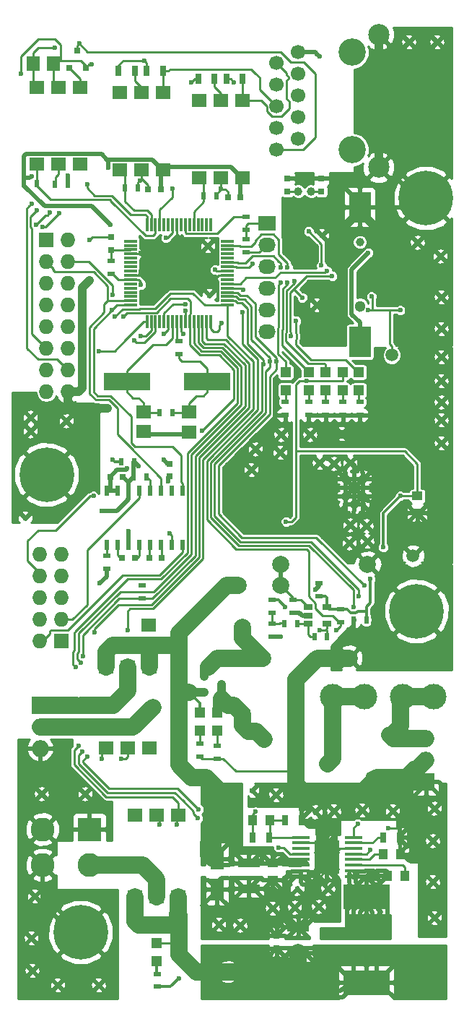
<source format=gbr>
G04 #@! TF.FileFunction,Copper,L1,Top,Signal*
%FSLAX46Y46*%
G04 Gerber Fmt 4.6, Leading zero omitted, Abs format (unit mm)*
G04 Created by KiCad (PCBNEW 4.0.3-stable) date 09/30/16 03:10:32*
%MOMM*%
%LPD*%
G01*
G04 APERTURE LIST*
%ADD10C,0.100000*%
%ADD11C,0.600000*%
%ADD12C,1.500000*%
%ADD13C,1.998980*%
%ADD14R,0.750000X0.800000*%
%ADD15R,1.800860X1.549400*%
%ADD16R,0.800100X0.800100*%
%ADD17R,0.900000X0.500000*%
%ADD18R,0.500000X0.900000*%
%ADD19R,5.499100X1.998980*%
%ADD20R,1.549400X1.800860*%
%ADD21R,0.800000X0.750000*%
%ADD22R,0.700000X1.300000*%
%ADD23R,0.508000X1.143000*%
%ADD24C,6.400000*%
%ADD25R,0.300000X1.500000*%
%ADD26R,1.500000X0.300000*%
%ADD27R,1.780000X1.520000*%
%ADD28C,1.700000*%
%ADD29C,3.200000*%
%ADD30C,2.500000*%
%ADD31R,2.032000X1.727200*%
%ADD32O,2.032000X1.727200*%
%ADD33O,1.998980X1.998980*%
%ADD34R,1.998980X1.998980*%
%ADD35R,1.250000X1.000000*%
%ADD36R,2.500000X1.000000*%
%ADD37R,1.000000X1.250000*%
%ADD38R,5.400040X2.900680*%
%ADD39R,1.060000X0.650000*%
%ADD40C,1.000760*%
%ADD41R,1.727200X1.727200*%
%ADD42O,1.727200X1.727200*%
%ADD43R,2.800000X2.800000*%
%ADD44C,2.800000*%
%ADD45R,1.600200X2.600960*%
%ADD46C,3.000000*%
%ADD47C,1.800000*%
%ADD48C,1.600000*%
%ADD49R,1.198880X1.198880*%
%ADD50R,2.600000X3.600000*%
%ADD51C,1.300000*%
%ADD52C,1.000000*%
%ADD53R,2.000000X0.400000*%
%ADD54R,3.000000X4.000000*%
%ADD55C,1.016000*%
%ADD56C,0.762000*%
%ADD57C,0.250000*%
%ADD58C,0.508000*%
%ADD59C,1.016000*%
%ADD60C,0.254000*%
%ADD61C,0.304800*%
%ADD62C,2.032000*%
%ADD63C,1.270000*%
G04 APERTURE END LIST*
D10*
D11*
X194460000Y-134900000D03*
X190860000Y-134800000D03*
X187560000Y-134900000D03*
X185360000Y-135000000D03*
X186860000Y-144000000D03*
X183260000Y-144000000D03*
X191360000Y-101500000D03*
X191460000Y-103300000D03*
X189360000Y-103500000D03*
X189460000Y-101400000D03*
X186160000Y-67500000D03*
X185560000Y-75600000D03*
X158260000Y-73200000D03*
X172960000Y-74500000D03*
X172760000Y-68700000D03*
X151360000Y-100600000D03*
X156160000Y-89200000D03*
X177960000Y-132500000D03*
X187960000Y-132800000D03*
X184060000Y-132900000D03*
X180760000Y-133000000D03*
X199360000Y-134600000D03*
X199160000Y-138400000D03*
X199160000Y-143200000D03*
X199360000Y-147400000D03*
X153260000Y-132900000D03*
X158360000Y-132900000D03*
X152460000Y-144900000D03*
X152060000Y-149800000D03*
X152160000Y-153600000D03*
X155160000Y-155300000D03*
X159960000Y-155300000D03*
X174060000Y-148200000D03*
X176560000Y-148300000D03*
X185760000Y-146100000D03*
X182960000Y-146200000D03*
X180360000Y-146300000D03*
X199660000Y-44800000D03*
X196360000Y-44800000D03*
X197360000Y-68300000D03*
X200060000Y-69900000D03*
X200160000Y-74700000D03*
X200160000Y-78400000D03*
X200160000Y-81700000D03*
X200160000Y-84500000D03*
X200160000Y-87000000D03*
X177860000Y-94900000D03*
X178360000Y-92500000D03*
X181260000Y-92900000D03*
X181360000Y-90800000D03*
X184760000Y-90800000D03*
X188460000Y-90700000D03*
X187560000Y-94200000D03*
X189460000Y-94100000D03*
X185860000Y-94100000D03*
X200160000Y-89100000D03*
X200160000Y-91800000D03*
X151960000Y-90400000D03*
X151960000Y-88800000D03*
D12*
X194360000Y-81500000D03*
X175110000Y-153750000D03*
X169360000Y-115500000D03*
D11*
X161037052Y-87750000D03*
X164860000Y-124250000D03*
X165610000Y-123500000D03*
X173110000Y-110250000D03*
X173860000Y-109500000D03*
X174610000Y-108750000D03*
D13*
X181360000Y-106000000D03*
X191520000Y-106000000D03*
D11*
X164858000Y-61042000D03*
D14*
X161397000Y-69162000D03*
X161397000Y-67662000D03*
D15*
X165207000Y-88109000D03*
X165207000Y-90461040D03*
X170541000Y-88169960D03*
X170541000Y-90522000D03*
D16*
X156531000Y-47842000D03*
X158431000Y-47842000D03*
X157481000Y-45843020D03*
D17*
X177272000Y-67940000D03*
X177272000Y-69440000D03*
X177272000Y-65273000D03*
X177272000Y-66773000D03*
X161397000Y-71956000D03*
X161397000Y-70456000D03*
D18*
X167112000Y-88236000D03*
X168612000Y-88236000D03*
D17*
X169360000Y-81354000D03*
X169360000Y-79854000D03*
D19*
X172700000Y-84553000D03*
X163302000Y-84553000D03*
D20*
X152268960Y-47334000D03*
X154621000Y-47334000D03*
D21*
X176627000Y-62963000D03*
X175127000Y-62963000D03*
X167247000Y-62058000D03*
X165747000Y-62058000D03*
D22*
X167520000Y-48215000D03*
X165620000Y-48215000D03*
X176876000Y-49120000D03*
X174976000Y-49120000D03*
X164218000Y-48215000D03*
X162318000Y-48215000D03*
X173579000Y-49120000D03*
X171679000Y-49120000D03*
D18*
X173809000Y-62836000D03*
X172309000Y-62836000D03*
X164580000Y-61931000D03*
X163080000Y-61931000D03*
X152716000Y-61431000D03*
X151216000Y-61431000D03*
X156360000Y-61500000D03*
X154860000Y-61500000D03*
D15*
X157610000Y-122750000D03*
X157610000Y-125102040D03*
X165860000Y-115500000D03*
X165860000Y-113147960D03*
D21*
X162723000Y-105261000D03*
X164223000Y-105261000D03*
X165898000Y-105261000D03*
X167398000Y-105261000D03*
X161314000Y-95736000D03*
X162814000Y-95736000D03*
D14*
X168287000Y-95712000D03*
X168287000Y-94212000D03*
D17*
X185774167Y-109702147D03*
X185774167Y-108202147D03*
D18*
X165596000Y-95736000D03*
X164096000Y-95736000D03*
D17*
X160921000Y-105031000D03*
X160921000Y-106531000D03*
D18*
X164110000Y-94000000D03*
X162610000Y-94000000D03*
D17*
X188360000Y-111250000D03*
X188360000Y-112750000D03*
D23*
X160921000Y-97387000D03*
X163461000Y-97387000D03*
X164731000Y-97387000D03*
X166001000Y-97387000D03*
X167271000Y-97387000D03*
X168541000Y-97387000D03*
X169811000Y-97387000D03*
X169811000Y-103737000D03*
X168541000Y-103737000D03*
X167271000Y-103737000D03*
X166001000Y-103737000D03*
X164731000Y-103737000D03*
X163461000Y-103737000D03*
X162191000Y-103737000D03*
X160921000Y-103737000D03*
X162191000Y-97387000D03*
D24*
X197260000Y-111500000D03*
D11*
X197260000Y-109100000D03*
X198957056Y-109802944D03*
X199660000Y-111500000D03*
X198957056Y-113197056D03*
X197260000Y-113900000D03*
X195562944Y-113197056D03*
X194860000Y-111500000D03*
X195562944Y-109802944D03*
D24*
X198360000Y-63100000D03*
D11*
X198360000Y-60700000D03*
X200057056Y-61402944D03*
X200760000Y-63100000D03*
X200057056Y-64797056D03*
X198360000Y-65500000D03*
X196662944Y-64797056D03*
X195960000Y-63100000D03*
X196662944Y-61402944D03*
D24*
X157860000Y-149100000D03*
D11*
X157860000Y-146700000D03*
X159557056Y-147402944D03*
X160260000Y-149100000D03*
X159557056Y-150797056D03*
X157860000Y-151500000D03*
X156162944Y-150797056D03*
X155460000Y-149100000D03*
X156162944Y-147402944D03*
D24*
X153860000Y-95500000D03*
D11*
X153860000Y-93100000D03*
X155557056Y-93802944D03*
X156260000Y-95500000D03*
X155557056Y-97197056D03*
X153860000Y-97900000D03*
X152162944Y-97197056D03*
X151460000Y-95500000D03*
X152162944Y-93802944D03*
D25*
X173133000Y-66189000D03*
X172633000Y-66189000D03*
X172133000Y-66189000D03*
X171633000Y-66189000D03*
X171133000Y-66189000D03*
X170633000Y-66189000D03*
X170133000Y-66189000D03*
X169633000Y-66189000D03*
X169133000Y-66189000D03*
X168633000Y-66189000D03*
X168133000Y-66189000D03*
X167633000Y-66189000D03*
X167133000Y-66189000D03*
X166633000Y-66189000D03*
X166133000Y-66189000D03*
X165633000Y-66189000D03*
D26*
X163683000Y-68139000D03*
X163683000Y-68639000D03*
X163683000Y-69139000D03*
X163683000Y-69639000D03*
X163683000Y-70139000D03*
X163683000Y-70639000D03*
X163683000Y-71139000D03*
X163683000Y-71639000D03*
X163683000Y-72139000D03*
X163683000Y-72639000D03*
X163683000Y-73139000D03*
X163683000Y-73639000D03*
X163683000Y-74139000D03*
X163683000Y-74639000D03*
X163683000Y-75139000D03*
X163683000Y-75639000D03*
D25*
X165633000Y-77589000D03*
X166133000Y-77589000D03*
X166633000Y-77589000D03*
X167133000Y-77589000D03*
X167633000Y-77589000D03*
X168133000Y-77589000D03*
X168633000Y-77589000D03*
X169133000Y-77589000D03*
X169633000Y-77589000D03*
X170133000Y-77589000D03*
X170633000Y-77589000D03*
X171133000Y-77589000D03*
X171633000Y-77589000D03*
X172133000Y-77589000D03*
X172633000Y-77589000D03*
X173133000Y-77589000D03*
D26*
X175083000Y-75639000D03*
X175083000Y-75139000D03*
X175083000Y-74639000D03*
X175083000Y-74139000D03*
X175083000Y-73639000D03*
X175083000Y-73139000D03*
X175083000Y-72639000D03*
X175083000Y-72139000D03*
X175083000Y-71639000D03*
X175083000Y-71139000D03*
X175083000Y-70639000D03*
X175083000Y-70139000D03*
X175083000Y-69639000D03*
X175083000Y-69139000D03*
X175083000Y-68639000D03*
X175083000Y-68139000D03*
D27*
X167525000Y-59775000D03*
X167525000Y-50755000D03*
X164985000Y-59775000D03*
X164985000Y-50755000D03*
X162445000Y-59775000D03*
X162445000Y-50755000D03*
X152716000Y-50125000D03*
X152716000Y-59145000D03*
X155256000Y-50125000D03*
X155256000Y-59145000D03*
X157796000Y-50125000D03*
X157796000Y-59145000D03*
X176881000Y-60680000D03*
X176881000Y-51660000D03*
X174341000Y-60680000D03*
X174341000Y-51660000D03*
X171801000Y-60680000D03*
X171801000Y-51660000D03*
X160820000Y-118000000D03*
X160820000Y-127520000D03*
X163360000Y-118000000D03*
X163360000Y-127520000D03*
X165900000Y-118000000D03*
X165900000Y-127520000D03*
X169300000Y-144920000D03*
X169300000Y-135400000D03*
X166760000Y-144920000D03*
X166760000Y-135400000D03*
X164220000Y-144920000D03*
X164220000Y-135400000D03*
D28*
X180860000Y-57430000D03*
X183400000Y-56160000D03*
X180860000Y-54890000D03*
X183400000Y-53620000D03*
X180860000Y-52350000D03*
X183400000Y-51080000D03*
X180860000Y-49810000D03*
X183400000Y-48540000D03*
X180860000Y-47270000D03*
X183400000Y-46000000D03*
D29*
X189750000Y-57430000D03*
X189750000Y-46000000D03*
D30*
X192800000Y-59490000D03*
X192800000Y-43940000D03*
D31*
X179685000Y-66011000D03*
D32*
X179685000Y-68551000D03*
X179685000Y-71091000D03*
X179685000Y-73631000D03*
X179685000Y-76171000D03*
X179685000Y-78711000D03*
D33*
X198360000Y-126460000D03*
D34*
X198360000Y-131540000D03*
D33*
X198360000Y-129000000D03*
D35*
X180360000Y-143000000D03*
X180360000Y-141000000D03*
D36*
X177593038Y-144000000D03*
X177593038Y-141000000D03*
D37*
X195360000Y-140000000D03*
X193360000Y-140000000D03*
D36*
X183360000Y-151500000D03*
X183360000Y-148500000D03*
D14*
X180860000Y-151000000D03*
X180860000Y-149500000D03*
D37*
X195860000Y-142500000D03*
X193860000Y-142500000D03*
X180060000Y-136000000D03*
X178060000Y-136000000D03*
D18*
X191360000Y-112500000D03*
X189860000Y-112500000D03*
D14*
X186110000Y-62299252D03*
X186110000Y-60799252D03*
X182110000Y-62299252D03*
X182110000Y-60799252D03*
D38*
X191360000Y-145000000D03*
X191360000Y-155002520D03*
D17*
X165110000Y-110000000D03*
X165110000Y-108500000D03*
D22*
X195260000Y-138000000D03*
X193360000Y-138000000D03*
X178060000Y-138000000D03*
X179960000Y-138000000D03*
X181860000Y-136000000D03*
X183760000Y-136000000D03*
D17*
X180274167Y-110202147D03*
X180274167Y-111702147D03*
X180274167Y-112952147D03*
X180274167Y-114452147D03*
D18*
X183274167Y-112952147D03*
X181774167Y-112952147D03*
X186774167Y-114452147D03*
X185274167Y-114452147D03*
D39*
X184574167Y-111052147D03*
X184574167Y-112002147D03*
X184574167Y-112952147D03*
X186774167Y-112952147D03*
X186774167Y-111052147D03*
D40*
X183360700Y-62299252D03*
X184859300Y-62299252D03*
D41*
X153820000Y-68000000D03*
D42*
X156360000Y-68000000D03*
X153820000Y-70540000D03*
X156360000Y-70540000D03*
X153820000Y-73080000D03*
X156360000Y-73080000D03*
X153820000Y-75620000D03*
X156360000Y-75620000D03*
X153820000Y-78160000D03*
X156360000Y-78160000D03*
X153820000Y-80700000D03*
X156360000Y-80700000D03*
X153820000Y-83240000D03*
X156360000Y-83240000D03*
X153820000Y-85780000D03*
X156360000Y-85780000D03*
D41*
X155610000Y-115000000D03*
D42*
X153070000Y-115000000D03*
X155610000Y-112460000D03*
X153070000Y-112460000D03*
X155610000Y-109920000D03*
X153070000Y-109920000D03*
X155610000Y-107380000D03*
X153070000Y-107380000D03*
X155610000Y-104840000D03*
X153070000Y-104840000D03*
D43*
X158860000Y-137050000D03*
D44*
X158860000Y-141250000D03*
X153360000Y-137050000D03*
X153360000Y-141250000D03*
D13*
X176360640Y-108500000D03*
X181361900Y-108500000D03*
D45*
X173860000Y-140500000D03*
X173860000Y-144101720D03*
D46*
X195595000Y-121500000D03*
X191125000Y-121500000D03*
X199255000Y-121500000D03*
X187465000Y-121500000D03*
D16*
X172360000Y-119100000D03*
X172360000Y-121000000D03*
X174358980Y-120050000D03*
D13*
X176860000Y-123500000D03*
X176860000Y-113340000D03*
X179200000Y-117000000D03*
X189360000Y-117000000D03*
D47*
X179360000Y-126500000D03*
X186860000Y-129400000D03*
D48*
X193910000Y-126000000D03*
X192110000Y-131000000D03*
D17*
X182774167Y-110202147D03*
X182774167Y-111702147D03*
X173860000Y-127250000D03*
X173860000Y-128750000D03*
X171860000Y-127000000D03*
X171860000Y-128500000D03*
X188610000Y-87000000D03*
X188610000Y-88500000D03*
X166860000Y-154000000D03*
X166860000Y-155500000D03*
X181860000Y-87000000D03*
X181860000Y-88500000D03*
D35*
X197360000Y-100000000D03*
X197360000Y-98000000D03*
D49*
X173860000Y-125500000D03*
X173860000Y-123401960D03*
X171860000Y-123401960D03*
X171860000Y-125500000D03*
X188610000Y-83500000D03*
X188610000Y-85598040D03*
X166785000Y-150401960D03*
X166785000Y-152500000D03*
X181925000Y-83500000D03*
X181925000Y-85598040D03*
X190495000Y-83500000D03*
X190495000Y-85598040D03*
X186610000Y-83500000D03*
X186610000Y-85598040D03*
X184610000Y-83500000D03*
X184610000Y-85598040D03*
D17*
X190610000Y-87000000D03*
X190610000Y-88500000D03*
X186610000Y-87000000D03*
X186610000Y-88500000D03*
X184610000Y-87000000D03*
X184610000Y-88500000D03*
D50*
X190610000Y-79950000D03*
X190610000Y-64150000D03*
D51*
X190610000Y-75750000D03*
D52*
X190610000Y-68250000D03*
D12*
X196860000Y-105000000D03*
D33*
X153110000Y-127580000D03*
D34*
X153110000Y-122500000D03*
D33*
X153110000Y-125040000D03*
D53*
X183660000Y-142550000D03*
X189860000Y-142550000D03*
X183660000Y-141900000D03*
X189860000Y-141900000D03*
X183660000Y-141250000D03*
X189860000Y-141250000D03*
X183660000Y-140600000D03*
X189860000Y-140600000D03*
X183660000Y-139950000D03*
X189860000Y-139950000D03*
X183660000Y-139300000D03*
X189860000Y-139300000D03*
X183660000Y-138650000D03*
X189860000Y-138650000D03*
X183660000Y-138000000D03*
X189860000Y-138000000D03*
D54*
X186760000Y-140275000D03*
D55*
X185760000Y-141775000D03*
D56*
X186760000Y-141775000D03*
D55*
X187760000Y-141775000D03*
D56*
X187760000Y-138775000D03*
D55*
X186760000Y-138775000D03*
D56*
X185760000Y-138775000D03*
X187760000Y-140775000D03*
D55*
X186760000Y-140775000D03*
D56*
X185760000Y-140775000D03*
D55*
X187760000Y-139775000D03*
D56*
X186760000Y-139775000D03*
D55*
X185760000Y-139775000D03*
X188960000Y-96025000D03*
D56*
X189960000Y-96025000D03*
D55*
X190960000Y-96025000D03*
D56*
X190960000Y-99025000D03*
D55*
X189960000Y-99025000D03*
D56*
X188960000Y-99025000D03*
X190960000Y-97025000D03*
D55*
X189960000Y-97025000D03*
D56*
X188960000Y-97025000D03*
D55*
X190960000Y-98025000D03*
D56*
X189960000Y-98025000D03*
D55*
X188960000Y-98025000D03*
D11*
X193526841Y-67733159D03*
X190610000Y-63874998D03*
X187110000Y-60799252D03*
X188610000Y-67750000D03*
X186360000Y-77000000D03*
X186860000Y-90750000D03*
X156360000Y-60500000D03*
X174341000Y-62000000D03*
X158860000Y-68000000D03*
X169860000Y-73000000D03*
X169860000Y-70500000D03*
X167360000Y-70500000D03*
X158860000Y-72750000D03*
X160110000Y-87750000D03*
X165860000Y-113147960D03*
X160110000Y-108250000D03*
X164610000Y-94500000D03*
X167360000Y-90750000D03*
X167610000Y-93750000D03*
X163360000Y-98500000D03*
X160360000Y-99750000D03*
X185360000Y-108952145D03*
X189360000Y-113750000D03*
X181360000Y-114500000D03*
X183610000Y-111750000D03*
X169360000Y-154500000D03*
X166360000Y-122750000D03*
X164881260Y-69510505D03*
X164933002Y-71750000D03*
X169860000Y-79000000D03*
X173610000Y-73000000D03*
X169360000Y-67750000D03*
X195618015Y-98871302D03*
X193906960Y-136890426D03*
X152091000Y-60548000D03*
X168110000Y-96250000D03*
X165110000Y-108450001D03*
X163326001Y-94750000D03*
X163461000Y-102081000D03*
X161054998Y-59500000D03*
X161360000Y-66250000D03*
X193360000Y-104000000D03*
X181860000Y-111000000D03*
X191360000Y-112500000D03*
X191860000Y-107750000D03*
X164933002Y-73250000D03*
X167610000Y-79000000D03*
X173610000Y-71500000D03*
X167860000Y-67750000D03*
X181960000Y-101000000D03*
X195360000Y-98000000D03*
X184360000Y-84500000D03*
X157284965Y-118068224D03*
X157610000Y-127250000D03*
X169110000Y-136500000D03*
X161624010Y-74435452D03*
X161496410Y-76250000D03*
X158610000Y-61500000D03*
X168610000Y-62000000D03*
X162860000Y-77000000D03*
X172127404Y-90348695D03*
X161860000Y-77000000D03*
X163360000Y-113750000D03*
X159985010Y-81000000D03*
X164860000Y-79250000D03*
X164110000Y-79750000D03*
X170110000Y-75500000D03*
X170110000Y-76300013D03*
X179309012Y-82580027D03*
X189860000Y-111000000D03*
X183860000Y-74750000D03*
X187360000Y-72250000D03*
X182551042Y-79301594D03*
X180059987Y-82250000D03*
X190485000Y-109750000D03*
X180860000Y-82250000D03*
X191110000Y-108500000D03*
X160360000Y-128750000D03*
X159491251Y-114002647D03*
X154860000Y-45500000D03*
X185860000Y-46500000D03*
X159162000Y-47461000D03*
X165360000Y-47000000D03*
X170860000Y-49500000D03*
X175860000Y-49500000D03*
X150860000Y-48500000D03*
X157669970Y-45000000D03*
X162610000Y-128749994D03*
X167110000Y-136500000D03*
X181360000Y-153000000D03*
X178360000Y-135000000D03*
X191860000Y-139500000D03*
X168287000Y-102340000D03*
X159360000Y-98000000D03*
X161610000Y-93750000D03*
X181110000Y-139245990D03*
X157857014Y-117508958D03*
X158044313Y-127934313D03*
X171610000Y-135750000D03*
X191610000Y-69499990D03*
X185924013Y-113701938D03*
X183110000Y-77500000D03*
X174360000Y-77750000D03*
X152679023Y-64562346D03*
X184620147Y-66989853D03*
X186110000Y-71000000D03*
X152601074Y-66189419D03*
X154243979Y-64806459D03*
X152110000Y-63750000D03*
X153360000Y-66500000D03*
X155360000Y-64877000D03*
X187860000Y-113750000D03*
X176910703Y-73875010D03*
X176818944Y-76500000D03*
X186735000Y-71625000D03*
X191972692Y-74637308D03*
X195360000Y-76250000D03*
X191610000Y-76250000D03*
X178004423Y-70819526D03*
X182932834Y-72793281D03*
X182128995Y-71174990D03*
X182124847Y-72964844D03*
X158110000Y-116750000D03*
X158610000Y-128500000D03*
X171683311Y-134717538D03*
X190360000Y-136373000D03*
X181328992Y-71174990D03*
X181325679Y-73001577D03*
D57*
X177272000Y-66773000D02*
X177272000Y-66273000D01*
X177272000Y-66273000D02*
X177534000Y-66011000D01*
X177534000Y-66011000D02*
X178419000Y-66011000D01*
X178419000Y-66011000D02*
X179685000Y-66011000D01*
X177272000Y-67940000D02*
X177272000Y-66588000D01*
D58*
X172860000Y-143000000D02*
X172260000Y-143000000D01*
X173860000Y-144000000D02*
X172860000Y-143000000D01*
X173860000Y-144101720D02*
X173860000Y-144000000D01*
X197110000Y-100000000D02*
X196360000Y-99250000D01*
X197360000Y-100000000D02*
X197110000Y-100000000D01*
X198360000Y-99250000D02*
X198610000Y-99000000D01*
X197610000Y-100000000D02*
X198360000Y-99250000D01*
X197360000Y-100000000D02*
X197610000Y-100000000D01*
X197360000Y-100000000D02*
X196360000Y-101000000D01*
X197360000Y-100000000D02*
X198360000Y-101000000D01*
X199900000Y-131540000D02*
X200110000Y-131750000D01*
X198360000Y-131540000D02*
X199900000Y-131540000D01*
X198360000Y-131750000D02*
X196610000Y-133500000D01*
X198360000Y-131540000D02*
X198360000Y-131750000D01*
X198400000Y-131540000D02*
X200110000Y-133250000D01*
X198360000Y-131540000D02*
X198400000Y-131540000D01*
X195610000Y-140000000D02*
X196360000Y-140750000D01*
X195360000Y-140000000D02*
X195610000Y-140000000D01*
X195360000Y-140000000D02*
X195360000Y-139750000D01*
X195360000Y-139750000D02*
X196110000Y-139000000D01*
X196110000Y-139000000D02*
X196860000Y-139000000D01*
X195260000Y-138150000D02*
X196110000Y-139000000D01*
X195260000Y-138000000D02*
X195260000Y-138150000D01*
X195260000Y-137850000D02*
X196360000Y-136750000D01*
X195260000Y-138000000D02*
X195260000Y-137850000D01*
X184610000Y-136750000D02*
X185360000Y-136750000D01*
X183860000Y-136000000D02*
X184610000Y-136750000D01*
X183760000Y-136000000D02*
X183860000Y-136000000D01*
X184610000Y-135000000D02*
X184860000Y-134750000D01*
X183760000Y-135850000D02*
X184610000Y-135000000D01*
X183760000Y-136000000D02*
X183760000Y-135850000D01*
X174360000Y-142750000D02*
X175110000Y-142750000D01*
X173360000Y-143750000D02*
X174360000Y-142750000D01*
X173360000Y-144101720D02*
X173360000Y-143750000D01*
X173360000Y-144750000D02*
X172110000Y-146000000D01*
X173360000Y-144101720D02*
X173360000Y-144750000D01*
X173360000Y-144250000D02*
X175110000Y-146000000D01*
X173360000Y-144101720D02*
X173360000Y-144250000D01*
X177110000Y-144000000D02*
X175860000Y-145250000D01*
X178110000Y-144000000D02*
X179360000Y-145250000D01*
X177593038Y-144000000D02*
X178110000Y-144000000D01*
X177593038Y-144000000D02*
X179360000Y-144000000D01*
X179360000Y-144000000D02*
X180610000Y-144000000D01*
X180360000Y-143000000D02*
X179360000Y-144000000D01*
X180360000Y-143000000D02*
X181610000Y-144250000D01*
X177110000Y-144000000D02*
X176110000Y-143000000D01*
X177593038Y-144000000D02*
X177110000Y-144000000D01*
X178610000Y-143000000D02*
X178593038Y-143000000D01*
X178593038Y-143000000D02*
X177593038Y-144000000D01*
X178860000Y-142750000D02*
X178610000Y-143000000D01*
X178977000Y-142750000D02*
X178860000Y-142750000D01*
X180360000Y-143000000D02*
X179227000Y-143000000D01*
X179227000Y-143000000D02*
X178977000Y-142750000D01*
X181610000Y-148750000D02*
X181860000Y-148500000D01*
X180860000Y-149500000D02*
X181610000Y-148750000D01*
X180860000Y-149500000D02*
X180110000Y-148750000D01*
X182110000Y-149750000D02*
X181860000Y-149500000D01*
X181860000Y-149500000D02*
X180860000Y-149500000D01*
X183360000Y-148500000D02*
X182110000Y-149750000D01*
X183360000Y-148500000D02*
X184610000Y-149750000D01*
X182360000Y-147500000D02*
X182110000Y-147250000D01*
X183360000Y-148500000D02*
X182360000Y-147500000D01*
X184360000Y-147500000D02*
X184360000Y-146750000D01*
X183360000Y-148500000D02*
X184360000Y-147500000D01*
X182610000Y-148500000D02*
X181610000Y-147500000D01*
X183360000Y-148500000D02*
X182610000Y-148500000D01*
X184110000Y-148500000D02*
X185110000Y-147500000D01*
X183360000Y-148500000D02*
X184110000Y-148500000D01*
X188110000Y-142843420D02*
X188110000Y-143500000D01*
X187760000Y-142493420D02*
X188110000Y-142843420D01*
X184610000Y-142850000D02*
X184610000Y-142000000D01*
X185110000Y-143143420D02*
X184753420Y-143500000D01*
X184903420Y-143143420D02*
X184610000Y-142850000D01*
X185760000Y-142493420D02*
X185110000Y-143143420D01*
X185110000Y-143143420D02*
X184903420Y-143143420D01*
X185110000Y-142250000D02*
X185285000Y-142250000D01*
X185285000Y-142250000D02*
X186760000Y-140775000D01*
X184810000Y-142550000D02*
X185110000Y-142250000D01*
X183660000Y-142550000D02*
X184810000Y-142550000D01*
X183660000Y-142550000D02*
X182152000Y-142550000D01*
X182152000Y-142550000D02*
X182110000Y-142592000D01*
X180360000Y-143000000D02*
X181493000Y-143000000D01*
X181493000Y-143095999D02*
X182588999Y-142000000D01*
X182588999Y-142000000D02*
X183660000Y-142000000D01*
X183660000Y-142645999D02*
X183660000Y-142000000D01*
X183060000Y-142550000D02*
X182360000Y-143250000D01*
X183660000Y-142550000D02*
X183060000Y-142550000D01*
X183910000Y-142550000D02*
X184610000Y-143250000D01*
X183660000Y-142550000D02*
X183910000Y-142550000D01*
X184753420Y-143500000D02*
X183902000Y-143500000D01*
X183902000Y-143500000D02*
X183660000Y-143258000D01*
X183660000Y-143258000D02*
X183660000Y-142550000D01*
X185760000Y-138775000D02*
X185760000Y-137500000D01*
X185760000Y-137500000D02*
X185760000Y-136850000D01*
X186760000Y-138775000D02*
X185760000Y-137775000D01*
X185760000Y-137775000D02*
X185760000Y-137500000D01*
X187760000Y-138775000D02*
X187760000Y-137500000D01*
X187760000Y-137500000D02*
X187760000Y-136850000D01*
X186760000Y-138775000D02*
X187760000Y-137775000D01*
X187760000Y-137775000D02*
X187760000Y-137500000D01*
X186760000Y-138775000D02*
X186760000Y-138056580D01*
X186760000Y-138056580D02*
X185760000Y-137056580D01*
X185760000Y-137056580D02*
X185760000Y-136850000D01*
X186860000Y-137956580D02*
X186860000Y-136000000D01*
X186760000Y-138056580D02*
X186860000Y-137956580D01*
X186610000Y-143343420D02*
X186610000Y-143500000D01*
X185760000Y-142493420D02*
X186610000Y-143343420D01*
X186760000Y-143100000D02*
X186860000Y-143200000D01*
X186760000Y-141775000D02*
X186760000Y-143100000D01*
X187610000Y-142625000D02*
X187610000Y-143500000D01*
X187760000Y-141775000D02*
X187760000Y-142493420D01*
X187760000Y-142493420D02*
X186760000Y-141775000D01*
X186760000Y-141775000D02*
X187610000Y-142625000D01*
X185610000Y-142643420D02*
X185610000Y-143250000D01*
X185760000Y-141775000D02*
X185760000Y-142493420D01*
X185760000Y-142493420D02*
X185610000Y-142643420D01*
X190960000Y-97025000D02*
X192085000Y-97025000D01*
X190960000Y-98025000D02*
X191467999Y-98532999D01*
X191467999Y-98532999D02*
X191642999Y-98532999D01*
X189960000Y-97025000D02*
X188960000Y-96025000D01*
X190960000Y-98025000D02*
X189960000Y-97025000D01*
X189960000Y-99025000D02*
X190960000Y-98025000D01*
X189960000Y-97025000D02*
X188960000Y-98025000D01*
X190960000Y-96025000D02*
X189960000Y-97025000D01*
X188960000Y-99025000D02*
X188960000Y-100350000D01*
X190960000Y-99025000D02*
X190960000Y-100150000D01*
X188960000Y-96025000D02*
X188960000Y-95306580D01*
X188960000Y-95306580D02*
X188860000Y-95206580D01*
X190960000Y-96025000D02*
X190960000Y-95306580D01*
X190960000Y-95306580D02*
X190860000Y-95206580D01*
X189960000Y-96025000D02*
X189960000Y-94350000D01*
X188960000Y-96025000D02*
X187635000Y-96025000D01*
X190960000Y-96025000D02*
X192335000Y-96025000D01*
X190960000Y-98025000D02*
X192335000Y-98025000D01*
X189860000Y-99843420D02*
X189860000Y-100500000D01*
X189960000Y-99025000D02*
X189960000Y-99743420D01*
X189960000Y-99743420D02*
X189860000Y-99843420D01*
X188960000Y-98025000D02*
X187135000Y-98025000D01*
X188610000Y-97000000D02*
X187610000Y-97000000D01*
X188635000Y-97025000D02*
X188610000Y-97000000D01*
X189960000Y-97025000D02*
X188635000Y-97025000D01*
X190960000Y-97025000D02*
X189960000Y-97025000D01*
X189960000Y-98025000D02*
X190960000Y-98025000D01*
X189960000Y-98025000D02*
X188960000Y-98025000D01*
X189960000Y-97025000D02*
X189960000Y-96025000D01*
X189960000Y-98025000D02*
X189960000Y-97025000D01*
X189960000Y-99025000D02*
X189960000Y-98025000D01*
X189960000Y-99025000D02*
X188960000Y-99025000D01*
X190960000Y-99025000D02*
X189960000Y-99025000D01*
X190960000Y-98025000D02*
X190960000Y-99025000D01*
X190960000Y-97025000D02*
X190960000Y-98025000D01*
X190960000Y-96025000D02*
X190960000Y-97025000D01*
X189960000Y-96025000D02*
X190960000Y-96025000D01*
X188960000Y-96025000D02*
X189960000Y-96025000D01*
X188960000Y-97025000D02*
X188960000Y-96025000D01*
X188960000Y-98025000D02*
X188960000Y-97025000D01*
X188960000Y-99025000D02*
X188960000Y-98025000D01*
D59*
X192800000Y-59490000D02*
X192860000Y-59430000D01*
X192860000Y-59430000D02*
X192860000Y-44000000D01*
X192860000Y-44000000D02*
X192800000Y-43940000D01*
X190610000Y-64650000D02*
X193526841Y-67733159D01*
X193526841Y-67733159D02*
X195360000Y-69400000D01*
D58*
X186110000Y-60799252D02*
X187110000Y-60799252D01*
X187110000Y-60799252D02*
X187759252Y-60799252D01*
D59*
X188610000Y-66650000D02*
X188610000Y-67750000D01*
X188610000Y-67750000D02*
X188610000Y-73500000D01*
X186360000Y-75750000D02*
X186360000Y-77000000D01*
X188610000Y-73500000D02*
X186360000Y-75750000D01*
X190610000Y-64650000D02*
X188610000Y-66650000D01*
X196368001Y-86741999D02*
X192360000Y-90750000D01*
X192360000Y-90750000D02*
X186860000Y-90750000D01*
X195360000Y-69400000D02*
X196368001Y-70408001D01*
X196368001Y-70408001D02*
X196368001Y-86741999D01*
X190610000Y-64150000D02*
X190610000Y-64650000D01*
D58*
X187759252Y-60799252D02*
X190610000Y-63650000D01*
X190610000Y-63650000D02*
X190610000Y-64150000D01*
X182110000Y-60799252D02*
X186110000Y-60799252D01*
X190610000Y-64150000D02*
X196025922Y-64150000D01*
X196025922Y-64150000D02*
X197075922Y-63100000D01*
X197075922Y-63100000D02*
X198360000Y-63100000D01*
X198360000Y-63100000D02*
X197244078Y-63100000D01*
X197244078Y-63100000D02*
X194884077Y-60739999D01*
X194884077Y-60739999D02*
X194049999Y-60739999D01*
X194049999Y-60739999D02*
X192800000Y-59490000D01*
X153360000Y-141250000D02*
X153360000Y-145715922D01*
X153360000Y-145715922D02*
X156744078Y-149100000D01*
X156744078Y-149100000D02*
X157860000Y-149100000D01*
X156360000Y-61500000D02*
X156360000Y-60500000D01*
D57*
X174341000Y-61690000D02*
X174341000Y-62000000D01*
X174341000Y-62000000D02*
X174341000Y-62074000D01*
D60*
X161397000Y-67662000D02*
X159198000Y-67662000D01*
X159198000Y-67662000D02*
X158860000Y-68000000D01*
D59*
X169860000Y-70500000D02*
X169860000Y-73000000D01*
X167360000Y-70500000D02*
X169860000Y-70500000D01*
X158026990Y-73583010D02*
X158860000Y-72750000D01*
X158026990Y-74083010D02*
X158026990Y-73583010D01*
X156360000Y-85780000D02*
X157581314Y-85780000D01*
X157581314Y-85780000D02*
X158026990Y-85334324D01*
X158026990Y-85334324D02*
X158026990Y-74083010D01*
X160110000Y-87750000D02*
X161037052Y-87750000D01*
X156360000Y-85780000D02*
X156360000Y-87001314D01*
X156360000Y-87001314D02*
X157147705Y-87789019D01*
X157147705Y-87789019D02*
X159076071Y-87789020D01*
X159076071Y-87789020D02*
X160110000Y-87789020D01*
D58*
X160921000Y-106531000D02*
X160921000Y-107439000D01*
X160921000Y-107439000D02*
X160110000Y-108250000D01*
X164110000Y-94000000D02*
X164610000Y-94500000D01*
X167360000Y-90750000D02*
X170313000Y-90750000D01*
X170313000Y-90750000D02*
X170541000Y-90522000D01*
X167360000Y-90750000D02*
X165495960Y-90750000D01*
X165495960Y-90750000D02*
X165207000Y-90461040D01*
X168287000Y-94212000D02*
X168072000Y-94212000D01*
X168072000Y-94212000D02*
X167610000Y-93750000D01*
X164096000Y-95736000D02*
X164096000Y-94014000D01*
X164096000Y-94014000D02*
X164110000Y-94000000D01*
X163461000Y-97387000D02*
X163461000Y-98399000D01*
X163461000Y-98399000D02*
X163360000Y-98500000D01*
X160360000Y-99750000D02*
X162110000Y-99750000D01*
X162110000Y-99750000D02*
X163360000Y-98500000D01*
X185774167Y-108202147D02*
X185774167Y-108537978D01*
X185774167Y-108537978D02*
X185360000Y-108952145D01*
X189860000Y-112500000D02*
X189860000Y-113250000D01*
X189860000Y-113250000D02*
X189360000Y-113750000D01*
X181360000Y-114500000D02*
X180322020Y-114500000D01*
X180322020Y-114500000D02*
X180274167Y-114452147D01*
X183610000Y-111750000D02*
X183862147Y-112002147D01*
X183862147Y-112002147D02*
X184574167Y-112002147D01*
X182774167Y-111702147D02*
X183562147Y-111702147D01*
X183562147Y-111702147D02*
X183610000Y-111750000D01*
D61*
X166860000Y-155500000D02*
X168360000Y-155500000D01*
X168360000Y-155500000D02*
X169360000Y-154500000D01*
D62*
X164007960Y-125102040D02*
X166360000Y-122750000D01*
X157610000Y-125102040D02*
X164007960Y-125102040D01*
D60*
X171860000Y-128500000D02*
X172110000Y-128750000D01*
X172110000Y-128750000D02*
X173860000Y-128750000D01*
D62*
X183110000Y-119500000D02*
X183110000Y-130250000D01*
X183110000Y-130250000D02*
X183110000Y-131750000D01*
D60*
X173860000Y-128750000D02*
X174564000Y-128750000D01*
X176064000Y-130250000D02*
X183110000Y-130250000D01*
X174564000Y-128750000D02*
X176064000Y-130250000D01*
D62*
X198360000Y-131540000D02*
X193100000Y-131540000D01*
X193100000Y-131540000D02*
X192560000Y-131000000D01*
X189360000Y-117000000D02*
X185610000Y-117000000D01*
X185610000Y-117000000D02*
X183110000Y-119500000D01*
X183110000Y-131750000D02*
X184110000Y-132750000D01*
X184110000Y-132750000D02*
X190810000Y-132750000D01*
X190810000Y-132750000D02*
X192560000Y-131000000D01*
X153110000Y-125040000D02*
X157547960Y-125040000D01*
X157547960Y-125040000D02*
X157610000Y-125102040D01*
X198360000Y-129000000D02*
X197360511Y-129999489D01*
X197360511Y-129999489D02*
X197109489Y-129999489D01*
X197109489Y-129999489D02*
X196108978Y-131000000D01*
X196108978Y-131000000D02*
X192560000Y-131000000D01*
D57*
X163683000Y-69639000D02*
X164752765Y-69639000D01*
X164752765Y-69639000D02*
X164881260Y-69510505D01*
X163683000Y-72139000D02*
X164544002Y-72139000D01*
X164544002Y-72139000D02*
X164933002Y-71750000D01*
X169633000Y-77589000D02*
X169633000Y-78773000D01*
X169633000Y-78773000D02*
X169860000Y-79000000D01*
X175083000Y-72139000D02*
X174083000Y-72139000D01*
X174083000Y-72139000D02*
X173610000Y-72612000D01*
X173610000Y-72612000D02*
X173610000Y-73000000D01*
X169133000Y-66189000D02*
X169133000Y-67523000D01*
X169133000Y-67523000D02*
X169360000Y-67750000D01*
D60*
X195618015Y-99758015D02*
X195860000Y-100000000D01*
X195860000Y-100000000D02*
X197360000Y-100000000D01*
X195618015Y-98871302D02*
X195618015Y-99758015D01*
X194969574Y-136890426D02*
X195360000Y-136500000D01*
X193906960Y-136890426D02*
X194969574Y-136890426D01*
X183660000Y-142550000D02*
X185985000Y-142550000D01*
X185985000Y-142550000D02*
X186760000Y-141775000D01*
X183660000Y-141900000D02*
X185635000Y-141900000D01*
X185635000Y-141900000D02*
X185760000Y-141775000D01*
X189860000Y-139300000D02*
X188235000Y-139300000D01*
X188235000Y-139300000D02*
X187760000Y-139775000D01*
X183660000Y-138650000D02*
X186635000Y-138650000D01*
X186635000Y-138650000D02*
X186760000Y-138775000D01*
D57*
X164985000Y-59775000D02*
X164985000Y-60785000D01*
X164985000Y-60785000D02*
X165747000Y-61547000D01*
X164985000Y-59775000D02*
X164985000Y-60826000D01*
X164985000Y-60826000D02*
X164580000Y-61231000D01*
D58*
X163461000Y-96371000D02*
X164096000Y-95736000D01*
X163461000Y-96383000D02*
X163461000Y-96371000D01*
X163461000Y-97387000D02*
X163461000Y-96383000D01*
X163461000Y-96383000D02*
X162814000Y-95736000D01*
D57*
X165747000Y-61547000D02*
X165747000Y-62058000D01*
X164985000Y-60915000D02*
X164896000Y-60915000D01*
X164896000Y-60915000D02*
X164580000Y-61231000D01*
X164580000Y-61231000D02*
X164580000Y-61931000D01*
X164985000Y-60785000D02*
X164985000Y-60915000D01*
X174341000Y-62074000D02*
X174849000Y-62074000D01*
X174849000Y-62074000D02*
X175127000Y-62352000D01*
X175127000Y-62352000D02*
X175127000Y-62963000D01*
X174341000Y-61690000D02*
X174341000Y-62104000D01*
X174341000Y-62104000D02*
X173809000Y-62636000D01*
X173809000Y-62636000D02*
X173809000Y-62836000D01*
X174341000Y-60680000D02*
X174341000Y-61690000D01*
D60*
X183110000Y-92750000D02*
X183110000Y-100000000D01*
X195860000Y-92750000D02*
X197360000Y-94250000D01*
X183110000Y-84920347D02*
X183110000Y-92750000D01*
X197360000Y-98000000D02*
X197360000Y-94250000D01*
X183110000Y-92750000D02*
X195860000Y-92750000D01*
D58*
X151216000Y-61631000D02*
X151216000Y-61431000D01*
X161360000Y-66250000D02*
X159162459Y-64052459D01*
X159162459Y-64052459D02*
X153637459Y-64052459D01*
X153637459Y-64052459D02*
X151216000Y-61631000D01*
X151216000Y-60750000D02*
X151889000Y-60750000D01*
X151889000Y-60750000D02*
X152091000Y-60548000D01*
X168110000Y-95825736D02*
X168110000Y-96250000D01*
X168223736Y-95712000D02*
X168110000Y-95825736D01*
X168287000Y-95712000D02*
X168223736Y-95712000D01*
D57*
X165110000Y-108500000D02*
X165110000Y-108450001D01*
D58*
X161314000Y-95736000D02*
X162143001Y-94906999D01*
X162143001Y-94906999D02*
X163169002Y-94906999D01*
X163169002Y-94906999D02*
X163326001Y-94750000D01*
X162191000Y-97387000D02*
X161360000Y-97387000D01*
X161360000Y-97387000D02*
X160921000Y-97387000D01*
X161314000Y-95736000D02*
X161314000Y-97341000D01*
X161314000Y-97341000D02*
X161360000Y-97387000D01*
X163461000Y-103737000D02*
X163461000Y-102081000D01*
X161054998Y-59500000D02*
X161054998Y-58694998D01*
X161054998Y-58694998D02*
X160920999Y-58560999D01*
X151216000Y-61431000D02*
X151216000Y-60750000D01*
X151216000Y-60750000D02*
X151216000Y-58177798D01*
X167247000Y-62058000D02*
X167247000Y-60053000D01*
X167247000Y-60053000D02*
X167525000Y-59775000D01*
X176627000Y-62963000D02*
X176627000Y-60934000D01*
X176627000Y-60934000D02*
X176881000Y-60680000D01*
X167525000Y-59775000D02*
X167525000Y-59665000D01*
X167525000Y-59665000D02*
X167360000Y-59500000D01*
X167360000Y-59500000D02*
X167448000Y-59412000D01*
X167448000Y-59412000D02*
X175483000Y-59412000D01*
X175483000Y-59412000D02*
X176751000Y-60680000D01*
X176751000Y-60680000D02*
X176881000Y-60680000D01*
X151216000Y-58177798D02*
X151462799Y-57930999D01*
X151462799Y-57930999D02*
X160290999Y-57930999D01*
X160290999Y-57930999D02*
X160920999Y-58560999D01*
X160920999Y-58560999D02*
X166238201Y-58560999D01*
X166238201Y-58560999D02*
X167452202Y-59775000D01*
X167452202Y-59775000D02*
X167525000Y-59775000D01*
D61*
X193360000Y-103575736D02*
X193360000Y-104000000D01*
X193360000Y-100000000D02*
X193360000Y-103575736D01*
X195360000Y-98000000D02*
X193360000Y-100000000D01*
X180274167Y-110202147D02*
X181062147Y-110202147D01*
X181062147Y-110202147D02*
X181860000Y-111000000D01*
X186774167Y-109914167D02*
X186562147Y-109702147D01*
X186562147Y-109702147D02*
X185774167Y-109702147D01*
X186774167Y-111052147D02*
X186774167Y-109914167D01*
X188360000Y-111250000D02*
X186972020Y-111250000D01*
X186972020Y-111250000D02*
X186774167Y-111052147D01*
X191360000Y-111500000D02*
X191360000Y-112500000D01*
X191360000Y-111000000D02*
X191360000Y-111500000D01*
X189562399Y-111697599D02*
X189114800Y-111250000D01*
X191360000Y-111500000D02*
X190360000Y-111500000D01*
X190360000Y-111500000D02*
X190162401Y-111697599D01*
X190162401Y-111697599D02*
X189562399Y-111697599D01*
X189114800Y-111250000D02*
X188360000Y-111250000D01*
X191860000Y-110500000D02*
X191360000Y-111000000D01*
X191860000Y-107750000D02*
X191860000Y-110500000D01*
D57*
X163683000Y-72639000D02*
X164683000Y-72639000D01*
X164683000Y-72639000D02*
X164933002Y-72889002D01*
X164933002Y-72889002D02*
X164933002Y-73250000D01*
X168133000Y-77589000D02*
X168133000Y-78477000D01*
X168133000Y-78477000D02*
X167610000Y-79000000D01*
X175083000Y-71639000D02*
X173749000Y-71639000D01*
X173749000Y-71639000D02*
X173610000Y-71500000D01*
X168633000Y-66189000D02*
X168633000Y-67189000D01*
X168633000Y-67189000D02*
X168072000Y-67750000D01*
X168072000Y-67750000D02*
X167860000Y-67750000D01*
X161397000Y-71956000D02*
X161597000Y-71956000D01*
X161597000Y-71956000D02*
X162280000Y-72639000D01*
X162280000Y-72639000D02*
X162683000Y-72639000D01*
X162683000Y-72639000D02*
X163683000Y-72639000D01*
X177272000Y-69440000D02*
X178796000Y-69440000D01*
X178796000Y-69440000D02*
X179685000Y-68551000D01*
D60*
X188610000Y-84500000D02*
X184360000Y-84500000D01*
D57*
X188610000Y-83500000D02*
X188610000Y-84500000D01*
X182610000Y-101000000D02*
X181960000Y-101000000D01*
X183110000Y-100000000D02*
X183110000Y-100500000D01*
X183110000Y-100500000D02*
X182610000Y-101000000D01*
D60*
X184360000Y-84500000D02*
X183530347Y-84500000D01*
X183530347Y-84500000D02*
X183110000Y-84920347D01*
X195360000Y-98000000D02*
X197360000Y-98000000D01*
D57*
X161397000Y-69162000D02*
X163660000Y-69162000D01*
X163660000Y-69162000D02*
X163683000Y-69139000D01*
X161397000Y-69162000D02*
X161397000Y-70456000D01*
X167860000Y-80250000D02*
X168633000Y-79477000D01*
X168633000Y-79477000D02*
X168633000Y-77589000D01*
X166355510Y-80250000D02*
X167860000Y-80250000D01*
X163302000Y-84553000D02*
X163302000Y-83303510D01*
X163302000Y-83303510D02*
X166355510Y-80250000D01*
X164622700Y-86500000D02*
X163999510Y-86500000D01*
X163999510Y-86500000D02*
X163302000Y-85802490D01*
X163302000Y-85802490D02*
X163302000Y-84553000D01*
X165207000Y-88109000D02*
X165207000Y-87084300D01*
X165207000Y-87084300D02*
X164622700Y-86500000D01*
X167112000Y-88236000D02*
X165334000Y-88236000D01*
X165334000Y-88236000D02*
X165207000Y-88109000D01*
X171860000Y-82250000D02*
X172700000Y-83090000D01*
X172700000Y-83090000D02*
X172700000Y-84553000D01*
X169756000Y-82250000D02*
X171860000Y-82250000D01*
X169360000Y-81354000D02*
X169360000Y-81854000D01*
X169360000Y-81854000D02*
X169756000Y-82250000D01*
X171436260Y-86250000D02*
X172252490Y-86250000D01*
X172252490Y-86250000D02*
X172700000Y-85802490D01*
X172700000Y-85802490D02*
X172700000Y-84553000D01*
X170541000Y-88169960D02*
X170541000Y-87145260D01*
X170541000Y-87145260D02*
X171436260Y-86250000D01*
X168612000Y-88236000D02*
X170474960Y-88236000D01*
X170474960Y-88236000D02*
X170541000Y-88169960D01*
X157796000Y-50125000D02*
X157796000Y-49107000D01*
X157796000Y-49107000D02*
X156531000Y-47842000D01*
X170133000Y-66189000D02*
X170133000Y-67189000D01*
X170133000Y-67189000D02*
X170208001Y-67264001D01*
X170208001Y-67264001D02*
X173845999Y-67264001D01*
X173845999Y-67264001D02*
X175837000Y-65273000D01*
X175837000Y-65273000D02*
X177272000Y-65273000D01*
X169133000Y-77589000D02*
X169133000Y-79627000D01*
X169133000Y-79627000D02*
X169360000Y-79854000D01*
X156984966Y-117768225D02*
X156984966Y-116227236D01*
X157088601Y-116123601D02*
X157088601Y-114021399D01*
X157088601Y-114021399D02*
X157209980Y-113900019D01*
X157284965Y-118068224D02*
X156984966Y-117768225D01*
X156984966Y-116227236D02*
X157088601Y-116123601D01*
X169110000Y-136500000D02*
X169110000Y-135590000D01*
X169110000Y-135590000D02*
X169300000Y-135400000D01*
X163359999Y-107750000D02*
X167262736Y-107750000D01*
X172046398Y-81049988D02*
X171133000Y-80136590D01*
X170390001Y-104622735D02*
X170390001Y-92969999D01*
X174296402Y-81049992D02*
X172046398Y-81049988D01*
X176259967Y-83013557D02*
X174296402Y-81049992D01*
X171133000Y-78589000D02*
X171133000Y-77589000D01*
X157209980Y-113900019D02*
X163359999Y-107750000D01*
X167262736Y-107750000D02*
X170390001Y-104622735D01*
X170390001Y-92969999D02*
X176259967Y-87100033D01*
X176259967Y-87100033D02*
X176259967Y-83013557D01*
X171133000Y-80136590D02*
X171133000Y-78589000D01*
X169300000Y-135400000D02*
X169300000Y-133940000D01*
X169300000Y-133940000D02*
X168610000Y-133250000D01*
X168610000Y-133250000D02*
X168110000Y-133250000D01*
D60*
X168110000Y-133250000D02*
X160860000Y-133250000D01*
X157110000Y-129500000D02*
X157110000Y-128000000D01*
X157110000Y-128000000D02*
X157110000Y-127750000D01*
X157110000Y-127750000D02*
X157610000Y-127250000D01*
X160860000Y-133250000D02*
X157110000Y-129500000D01*
X169300000Y-135400000D02*
X169300000Y-134386000D01*
D57*
X159360000Y-71750000D02*
X154860000Y-71750000D01*
X160999000Y-75139000D02*
X160999000Y-73389000D01*
X160999000Y-73389000D02*
X159360000Y-71750000D01*
X154860000Y-71750000D02*
X154610000Y-71500000D01*
X154610000Y-71500000D02*
X154683599Y-71426401D01*
X154683599Y-71403599D02*
X153820000Y-70540000D01*
X154683599Y-71426401D02*
X154683599Y-71403599D01*
D60*
X162155990Y-87688056D02*
X162155990Y-90801647D01*
X158860000Y-86000000D02*
X159610000Y-86750000D01*
X159610000Y-86750000D02*
X161217934Y-86750000D01*
X161217934Y-86750000D02*
X162155990Y-87688056D01*
X162155990Y-90801647D02*
X163604343Y-92250000D01*
X163604343Y-92250000D02*
X163607172Y-92250000D01*
X163607172Y-92250000D02*
X163608586Y-92251414D01*
D57*
X158860000Y-86000000D02*
X158860000Y-78250000D01*
X158860000Y-78250000D02*
X160610000Y-76500000D01*
X160610000Y-76500000D02*
X160610000Y-75500000D01*
X160610000Y-75500000D02*
X160971000Y-75139000D01*
X160971000Y-75139000D02*
X160999000Y-75139000D01*
X163610000Y-92250000D02*
X163608586Y-92251414D01*
X161971000Y-75139000D02*
X160999000Y-75139000D01*
X167271000Y-97387000D02*
X167271000Y-95911000D01*
X167271000Y-95911000D02*
X163610000Y-92250000D01*
X161971000Y-75139000D02*
X163683000Y-75139000D01*
D60*
X161624010Y-74011188D02*
X161624010Y-74435452D01*
X161624010Y-73374770D02*
X161624010Y-74011188D01*
X158789240Y-70540000D02*
X161624010Y-73374770D01*
X156360000Y-70540000D02*
X158789240Y-70540000D01*
D57*
X159360000Y-85000000D02*
X159360000Y-78386410D01*
X161496410Y-76250000D02*
X162107410Y-75639000D01*
X159360000Y-78386410D02*
X161496410Y-76250000D01*
X162107410Y-75639000D02*
X163683000Y-75639000D01*
D60*
X159360000Y-85000000D02*
X159360000Y-85750000D01*
X159360000Y-85750000D02*
X159860000Y-86250000D01*
X161360000Y-86250000D02*
X163796400Y-88686400D01*
X159860000Y-86250000D02*
X161360000Y-86250000D01*
X163796400Y-88686400D02*
X163796400Y-91799990D01*
D57*
X169811000Y-97387000D02*
X169811000Y-96565500D01*
X169811000Y-96565500D02*
X169610000Y-96364500D01*
X169610000Y-96364500D02*
X169610000Y-93250000D01*
X169610000Y-93250000D02*
X168610000Y-92250000D01*
X168610000Y-92250000D02*
X164246410Y-92250000D01*
X164246410Y-92250000D02*
X163796400Y-91799990D01*
X152716000Y-61431000D02*
X152716000Y-59145000D01*
X152716000Y-61431000D02*
X152716000Y-61631000D01*
X152716000Y-61631000D02*
X154335000Y-63250000D01*
X154335000Y-63250000D02*
X161360000Y-63250000D01*
X165458998Y-67500000D02*
X166360000Y-67500000D01*
X161360000Y-63250000D02*
X161360000Y-63401002D01*
X161360000Y-63401002D02*
X165458998Y-67500000D01*
X166360000Y-67500000D02*
X166633000Y-67227000D01*
X166633000Y-67227000D02*
X166633000Y-66189000D01*
X163080000Y-61931000D02*
X163080000Y-60410000D01*
X163080000Y-60410000D02*
X162445000Y-59775000D01*
X166133000Y-66189000D02*
X166133000Y-65052590D01*
X166133000Y-65052590D02*
X165630400Y-64549990D01*
X165630400Y-64549990D02*
X164159990Y-64549990D01*
X164159990Y-64549990D02*
X163080000Y-63470000D01*
X163080000Y-63470000D02*
X163080000Y-61931000D01*
X163080000Y-61931000D02*
X163080000Y-62131000D01*
X158610000Y-61500000D02*
X158610000Y-61924264D01*
X158610000Y-61924264D02*
X159485726Y-62799990D01*
X165444000Y-65000000D02*
X165633000Y-65189000D01*
X159485726Y-62799990D02*
X161546400Y-62799990D01*
X161546400Y-62799990D02*
X163746410Y-65000000D01*
X163746410Y-65000000D02*
X165444000Y-65000000D01*
X165633000Y-65189000D02*
X165633000Y-66189000D01*
X167133000Y-66189000D02*
X167133000Y-64477000D01*
X167133000Y-64477000D02*
X168610000Y-63000000D01*
X168610000Y-63000000D02*
X168610000Y-62000000D01*
X163295989Y-76564011D02*
X162860000Y-77000000D01*
X164982410Y-76513999D02*
X164932398Y-76564011D01*
X165873999Y-76513999D02*
X164982410Y-76513999D01*
X170410001Y-74874999D02*
X168371411Y-74874999D01*
X170735001Y-75199999D02*
X170410001Y-74874999D01*
X170735001Y-75500000D02*
X170735001Y-75199999D01*
X164932398Y-76564011D02*
X164432399Y-76564011D01*
X170633000Y-76702015D02*
X170735001Y-76600014D01*
X170633000Y-77589000D02*
X170633000Y-76702015D01*
X170735001Y-75800001D02*
X170735001Y-75500000D01*
X164432399Y-76564011D02*
X163295989Y-76564011D01*
X166732411Y-76513999D02*
X165873999Y-76513999D01*
X168371411Y-74874999D02*
X166732411Y-76513999D01*
X170735001Y-76600014D02*
X170735001Y-75800001D01*
X173171400Y-81500000D02*
X174110002Y-81500002D01*
X175809956Y-86666143D02*
X172427403Y-90048696D01*
X172427403Y-90048696D02*
X172127404Y-90348695D01*
X171860000Y-81500000D02*
X173171400Y-81500000D01*
X175809956Y-83199956D02*
X175809956Y-86666143D01*
X170633000Y-77589000D02*
X170633000Y-80273000D01*
X170633000Y-80273000D02*
X171860000Y-81500000D01*
X174110002Y-81500002D02*
X175809956Y-83199956D01*
X162745999Y-76114001D02*
X161860000Y-77000000D01*
X164245999Y-76114001D02*
X162745999Y-76114001D01*
X164693001Y-76114001D02*
X164245999Y-76114001D01*
X164717992Y-76089010D02*
X164693001Y-76114001D01*
X164770989Y-76089010D02*
X164717992Y-76089010D01*
X164809997Y-76050002D02*
X164770989Y-76089010D01*
X166559998Y-76050002D02*
X164809997Y-76050002D01*
X168360000Y-74250000D02*
X166559998Y-76050002D01*
X171035002Y-74250000D02*
X168360000Y-74250000D01*
X172424002Y-75639000D02*
X171035002Y-74250000D01*
X175083000Y-75639000D02*
X172424002Y-75639000D01*
X175083000Y-75639000D02*
X175083000Y-79223000D01*
X175083000Y-79223000D02*
X178110000Y-82250000D01*
X178110000Y-82250000D02*
X178110000Y-87795639D01*
X178110000Y-87795639D02*
X172210031Y-93695608D01*
X172210031Y-93695608D02*
X172210031Y-105348347D01*
X172210031Y-105348347D02*
X166358367Y-111200011D01*
X166358367Y-111200011D02*
X163659990Y-111200010D01*
X163360000Y-111500000D02*
X163360000Y-113750000D01*
X163659990Y-111200010D02*
X163360000Y-111500000D01*
X172309000Y-62836000D02*
X172309000Y-61188000D01*
X172309000Y-61188000D02*
X171801000Y-60680000D01*
X172309000Y-62836000D02*
X172309000Y-63536000D01*
X172309000Y-63536000D02*
X171133000Y-64712000D01*
X171133000Y-64712000D02*
X171133000Y-65189000D01*
X171133000Y-65189000D02*
X171133000Y-66189000D01*
X160409274Y-81000000D02*
X159985010Y-81000000D01*
X161860000Y-81000000D02*
X160409274Y-81000000D01*
X163159793Y-79700207D02*
X161860000Y-81000000D01*
X165633000Y-77589000D02*
X165233000Y-77589000D01*
X163159793Y-79662207D02*
X163159793Y-79700207D01*
X165233000Y-77589000D02*
X163159793Y-79662207D01*
X165284264Y-79250000D02*
X164860000Y-79250000D01*
X166133000Y-78589000D02*
X165472000Y-79250000D01*
X165472000Y-79250000D02*
X165284264Y-79250000D01*
X166133000Y-77589000D02*
X166133000Y-78589000D01*
X166633000Y-77589000D02*
X166633000Y-78749820D01*
X164409999Y-80049999D02*
X164110000Y-79750000D01*
X166633000Y-78749820D02*
X165332821Y-80049999D01*
X165332821Y-80049999D02*
X164409999Y-80049999D01*
X168722000Y-75500000D02*
X169685736Y-75500000D01*
X169685736Y-75500000D02*
X170110000Y-75500000D01*
X167633000Y-76589000D02*
X168722000Y-75500000D01*
X167633000Y-77589000D02*
X167633000Y-76589000D01*
X179532600Y-73631000D02*
X179685000Y-73631000D01*
X170133000Y-76323013D02*
X170110000Y-76300013D01*
X170133000Y-77589000D02*
X170133000Y-76323013D01*
X179309012Y-82155763D02*
X179309012Y-82580027D01*
X177443968Y-76083968D02*
X177443968Y-80159690D01*
X177443968Y-80159690D02*
X179309012Y-82024734D01*
X176760034Y-75400034D02*
X177443968Y-76083968D01*
X179309012Y-82024734D02*
X179309012Y-82155763D01*
X175976867Y-75139000D02*
X176237901Y-75400034D01*
X176237901Y-75400034D02*
X176760034Y-75400034D01*
X175083000Y-75139000D02*
X175976867Y-75139000D01*
X173110050Y-94068408D02*
X179110000Y-88068458D01*
X176409988Y-103799990D02*
X173110050Y-100500052D01*
X184659990Y-103799990D02*
X176409988Y-103799990D01*
X189860000Y-109000000D02*
X184659990Y-103799990D01*
X173110050Y-100500052D02*
X173110050Y-94068408D01*
X179110000Y-88068458D02*
X179110000Y-82779039D01*
X189860000Y-111000000D02*
X189860000Y-109000000D01*
X179110000Y-82779039D02*
X179309012Y-82580027D01*
X182460030Y-74149970D02*
X182860000Y-73750000D01*
X182860000Y-73750000D02*
X184360000Y-72250000D01*
X183860000Y-74750000D02*
X182860000Y-73750000D01*
X175083000Y-74639000D02*
X176113278Y-74639000D01*
X180059987Y-81825736D02*
X180059987Y-82250000D01*
X177060023Y-74950023D02*
X177893979Y-75783979D01*
X176113278Y-74639000D02*
X176424301Y-74950023D01*
X177893979Y-79659728D02*
X180059987Y-81825736D01*
X177893979Y-75783979D02*
X177893979Y-79659728D01*
X176424301Y-74950023D02*
X177060023Y-74950023D01*
X182551042Y-79301594D02*
X182551042Y-78877330D01*
X182551042Y-78877330D02*
X182460030Y-78786318D01*
X182460030Y-78786318D02*
X182460030Y-74149970D01*
X184360000Y-72250000D02*
X187360000Y-72250000D01*
X179564869Y-88250000D02*
X179560010Y-88245141D01*
X179560010Y-88245141D02*
X179560010Y-83385696D01*
X173560061Y-94254808D02*
X179564869Y-88250000D01*
X176596388Y-103349979D02*
X173560061Y-100313652D01*
X180059987Y-82885719D02*
X180059987Y-82250000D01*
X184846390Y-103349979D02*
X176596388Y-103349979D01*
X190485000Y-108988590D02*
X184846390Y-103349979D01*
X190485000Y-109750000D02*
X190485000Y-108988590D01*
X179560010Y-83385696D02*
X180059987Y-82885719D01*
X173560061Y-100313652D02*
X173560061Y-94254808D01*
X180860000Y-82250000D02*
X180860000Y-83154878D01*
X180860000Y-83154878D02*
X180014878Y-84000000D01*
X180014878Y-84000000D02*
X180014878Y-88436402D01*
X180014878Y-88436402D02*
X174010072Y-94441208D01*
X174010072Y-94441208D02*
X174010072Y-100127252D01*
X174010072Y-100127252D02*
X176782788Y-102899968D01*
X176782788Y-102899968D02*
X185509968Y-102899968D01*
X185509968Y-102899968D02*
X191110000Y-108500000D01*
X178343990Y-79309726D02*
X180860000Y-81825736D01*
X180860000Y-81825736D02*
X180860000Y-82250000D01*
X176610701Y-74500012D02*
X177360012Y-74500012D01*
X176249689Y-74139000D02*
X176610701Y-74500012D01*
X175083000Y-74139000D02*
X176249689Y-74139000D01*
X178343990Y-75483990D02*
X178343990Y-79309726D01*
X177360012Y-74500012D02*
X178343990Y-75483990D01*
X160360000Y-128750000D02*
X160360000Y-127980000D01*
X160360000Y-127980000D02*
X160820000Y-127520000D01*
X172633000Y-77589000D02*
X172633000Y-79523000D01*
X172633000Y-79523000D02*
X172809961Y-79699961D01*
X172809961Y-79699961D02*
X174855601Y-79699961D01*
X174855601Y-79699961D02*
X177610000Y-82454360D01*
X177610000Y-82454360D02*
X177610000Y-87659229D01*
X177610000Y-87659229D02*
X171760020Y-93509209D01*
X171760020Y-93509209D02*
X171760020Y-105161947D01*
X171760020Y-105161947D02*
X166171967Y-110750000D01*
X166171967Y-110750000D02*
X162269230Y-110750000D01*
X162269230Y-110750000D02*
X159491251Y-113527979D01*
X159491251Y-113527979D02*
X159491251Y-114002647D01*
D60*
X152268960Y-47334000D02*
X152268960Y-46091040D01*
X152268960Y-46091040D02*
X152860000Y-45500000D01*
X152860000Y-45500000D02*
X154435736Y-45500000D01*
X154435736Y-45500000D02*
X154860000Y-45500000D01*
X152860000Y-45500000D02*
X154860000Y-45500000D01*
X152268960Y-47334000D02*
X152268960Y-49677960D01*
X152268960Y-49677960D02*
X152716000Y-50125000D01*
D58*
X185560001Y-46200001D02*
X185860000Y-46500000D01*
X183400000Y-46000000D02*
X185360000Y-46000000D01*
X185360000Y-46000000D02*
X185560001Y-46200001D01*
D57*
X159162000Y-47461000D02*
X158812000Y-47461000D01*
X158812000Y-47461000D02*
X158431000Y-47842000D01*
X162318000Y-48215000D02*
X162318000Y-47542000D01*
X162318000Y-47542000D02*
X162860000Y-47000000D01*
X162860000Y-47000000D02*
X164935736Y-47000000D01*
X164935736Y-47000000D02*
X165360000Y-47000000D01*
D60*
X165620000Y-48215000D02*
X165620000Y-47260000D01*
X165620000Y-47260000D02*
X165360000Y-47000000D01*
X150860000Y-48500000D02*
X150860000Y-46479228D01*
X150860000Y-46479228D02*
X152839228Y-44500000D01*
X154860000Y-44500000D02*
X155487001Y-45127001D01*
X152839228Y-44500000D02*
X154860000Y-44500000D01*
X155487001Y-45127001D02*
X155487001Y-46872999D01*
X155487001Y-46872999D02*
X155026000Y-47334000D01*
X155026000Y-47334000D02*
X154621000Y-47334000D01*
X154621000Y-47334000D02*
X154621000Y-47239000D01*
X154621000Y-47239000D02*
X154860000Y-47000000D01*
X154860000Y-47000000D02*
X157860000Y-47000000D01*
X157860000Y-47000000D02*
X158431000Y-47571000D01*
X158431000Y-47571000D02*
X158431000Y-47842000D01*
X154621000Y-47334000D02*
X154621000Y-49490000D01*
X154621000Y-49490000D02*
X155256000Y-50125000D01*
X171679000Y-49120000D02*
X171240000Y-49120000D01*
X171240000Y-49120000D02*
X170860000Y-49500000D01*
X174976000Y-49120000D02*
X175480000Y-49120000D01*
X175480000Y-49120000D02*
X175860000Y-49500000D01*
X180860000Y-57430000D02*
X183930000Y-57430000D01*
X183930000Y-57430000D02*
X185360000Y-56000000D01*
X185360000Y-56000000D02*
X185360000Y-48500000D01*
X185360000Y-48500000D02*
X184037001Y-47177001D01*
X181331962Y-46000000D02*
X158669970Y-46000000D01*
X184037001Y-47177001D02*
X182508963Y-47177001D01*
X182508963Y-47177001D02*
X181331962Y-46000000D01*
X158669970Y-46000000D02*
X157669970Y-45000000D01*
X157481000Y-45843020D02*
X157481000Y-45188970D01*
X157481000Y-45188970D02*
X157669970Y-45000000D01*
X178400000Y-48500000D02*
X178860000Y-48960000D01*
X178860000Y-48960000D02*
X178860000Y-50350000D01*
X178860000Y-50350000D02*
X180860000Y-52350000D01*
X167520000Y-48215000D02*
X168124000Y-48215000D01*
X177860000Y-48000000D02*
X178360000Y-48500000D01*
X168124000Y-48215000D02*
X168339000Y-48000000D01*
X168339000Y-48000000D02*
X177860000Y-48000000D01*
X178360000Y-48500000D02*
X178400000Y-48500000D01*
D57*
X167520000Y-48215000D02*
X167520000Y-50750000D01*
X167520000Y-50750000D02*
X167525000Y-50755000D01*
D60*
X176881000Y-51660000D02*
X179020000Y-51660000D01*
X182360000Y-52591962D02*
X182360000Y-51781962D01*
X179020000Y-51660000D02*
X179682999Y-52322999D01*
X179682999Y-52322999D02*
X179682999Y-52914961D01*
X179682999Y-52914961D02*
X180295039Y-53527001D01*
X181424961Y-53527001D02*
X182360000Y-52591962D01*
X180295039Y-53527001D02*
X181424961Y-53527001D01*
X182222999Y-49104961D02*
X182222999Y-48862999D01*
X182360000Y-51781962D02*
X182037001Y-51458963D01*
X182037001Y-51458963D02*
X182037001Y-50395039D01*
X182037001Y-50395039D02*
X182026962Y-50385000D01*
X182037001Y-50374961D02*
X182037001Y-49322999D01*
X182037001Y-48447001D02*
X180860000Y-47270000D01*
X182026962Y-50385000D02*
X182037001Y-50374961D01*
X182037001Y-49322999D02*
X182239019Y-49120981D01*
X182239019Y-49120981D02*
X182222999Y-49104961D01*
X182222999Y-48862999D02*
X182037001Y-48677001D01*
X182037001Y-48677001D02*
X182037001Y-48447001D01*
X176876000Y-49120000D02*
X176876000Y-51655000D01*
X176876000Y-51655000D02*
X176881000Y-51660000D01*
D57*
X164985000Y-50120000D02*
X164218000Y-49353000D01*
X164218000Y-49353000D02*
X164218000Y-48215000D01*
X164985000Y-50755000D02*
X164985000Y-50120000D01*
X173579000Y-49120000D02*
X173579000Y-50020000D01*
X173579000Y-50020000D02*
X174341000Y-50782000D01*
X174341000Y-50782000D02*
X174341000Y-51660000D01*
X155256000Y-60288000D02*
X154875000Y-60669000D01*
X154875000Y-60669000D02*
X154875000Y-61189000D01*
X155256000Y-59145000D02*
X155256000Y-60288000D01*
D62*
X163360000Y-118000000D02*
X163360000Y-120792000D01*
X163360000Y-120792000D02*
X161652000Y-122500000D01*
X161652000Y-122500000D02*
X157860000Y-122500000D01*
X157360000Y-122500000D02*
X153110000Y-122500000D01*
D58*
X174860000Y-141250000D02*
X175310000Y-141250000D01*
X182296799Y-140604001D02*
X183660000Y-140604001D01*
X181284998Y-140000000D02*
X181888999Y-140604001D01*
X180360000Y-140500000D02*
X180860000Y-140000000D01*
X180360000Y-141000000D02*
X180360000Y-140500000D01*
X180860000Y-140000000D02*
X181284998Y-140000000D01*
X181888999Y-140604001D02*
X182296799Y-140604001D01*
X180860000Y-141000000D02*
X181360000Y-140500000D01*
X180360000Y-141000000D02*
X180860000Y-141000000D01*
X183860000Y-141000000D02*
X184360000Y-141000000D01*
X183110000Y-141000000D02*
X183860000Y-141000000D01*
X180360000Y-141000000D02*
X183110000Y-141000000D01*
X182164009Y-141000000D02*
X182360000Y-141195991D01*
X182360000Y-141195991D02*
X183660000Y-141195991D01*
X180360000Y-141000000D02*
X182164009Y-141000000D01*
X180360000Y-141000000D02*
X180605999Y-140754001D01*
X179110000Y-140000000D02*
X179110000Y-141000000D01*
X180110000Y-141000000D02*
X179110000Y-140000000D01*
X180360000Y-141000000D02*
X180110000Y-141000000D01*
X178610000Y-140250000D02*
X178610000Y-139500000D01*
X177860000Y-141000000D02*
X178610000Y-140250000D01*
X177593038Y-141000000D02*
X177860000Y-141000000D01*
X176110000Y-140000000D02*
X176110000Y-139500000D01*
X177110000Y-141000000D02*
X176110000Y-140000000D01*
X177593038Y-141000000D02*
X177110000Y-141000000D01*
X172110000Y-140250000D02*
X172110000Y-138500000D01*
X172360000Y-140500000D02*
X172110000Y-140250000D01*
X173360000Y-140500000D02*
X172360000Y-140500000D01*
X174360000Y-141250000D02*
X174860000Y-141250000D01*
X173610000Y-140500000D02*
X174360000Y-141250000D01*
X173360000Y-140500000D02*
X173610000Y-140500000D01*
X174610000Y-139250000D02*
X175110000Y-138750000D01*
X173360000Y-140500000D02*
X174610000Y-139250000D01*
D61*
X171860000Y-123401960D02*
X171860000Y-122250000D01*
X171860000Y-122250000D02*
X170610000Y-121000000D01*
D59*
X172360000Y-121000000D02*
X170610000Y-121000000D01*
D62*
X169360000Y-121000000D02*
X170610000Y-121000000D01*
X169360000Y-121000000D02*
X169360000Y-129500000D01*
X169360000Y-115750000D02*
X169360000Y-121000000D01*
X165900000Y-118000000D02*
X165900000Y-115540000D01*
X165900000Y-115540000D02*
X165860000Y-115500000D01*
X165860000Y-115500000D02*
X161610000Y-115500000D01*
X161610000Y-115500000D02*
X160820000Y-116290000D01*
X160820000Y-116290000D02*
X160820000Y-118000000D01*
X169360000Y-114087148D02*
X169360000Y-115750000D01*
X165860000Y-115500000D02*
X169110000Y-115500000D01*
X169110000Y-115500000D02*
X169360000Y-115750000D01*
X176360640Y-108500000D02*
X174947148Y-108500000D01*
X174360000Y-132750000D02*
X173360000Y-133750000D01*
X174947148Y-108500000D02*
X169360000Y-114087148D01*
X173360000Y-133750000D02*
X173360000Y-140500000D01*
X169360000Y-129500000D02*
X170860000Y-131000000D01*
X170860000Y-131000000D02*
X172610000Y-131000000D01*
X172610000Y-131000000D02*
X174360000Y-132750000D01*
D57*
X163034264Y-128749994D02*
X162610000Y-128749994D01*
X163140006Y-128749994D02*
X163034264Y-128749994D01*
X163360000Y-128530000D02*
X163140006Y-128749994D01*
X163360000Y-127520000D02*
X163360000Y-128530000D01*
X167110000Y-136500000D02*
X167110000Y-135750000D01*
X167110000Y-135750000D02*
X166760000Y-135400000D01*
D58*
X192610000Y-154000000D02*
X192610000Y-152250000D01*
X191607480Y-155002520D02*
X192610000Y-154000000D01*
X191360000Y-155002520D02*
X191607480Y-155002520D01*
X189860000Y-154000000D02*
X189860000Y-152500000D01*
X190862520Y-155002520D02*
X189860000Y-154000000D01*
X191360000Y-155002520D02*
X190862520Y-155002520D01*
X188360000Y-156000000D02*
X187110000Y-156000000D01*
X189357480Y-155002520D02*
X188360000Y-156000000D01*
X191360000Y-155002520D02*
X189357480Y-155002520D01*
X188610000Y-156750000D02*
X187610000Y-156750000D01*
X190357480Y-155002520D02*
X188610000Y-156750000D01*
X191360000Y-155002520D02*
X190357480Y-155002520D01*
X194610000Y-156750000D02*
X195610000Y-156750000D01*
X192862520Y-155002520D02*
X194610000Y-156750000D01*
X191360000Y-155002520D02*
X192862520Y-155002520D01*
X192607480Y-155002520D02*
X194860000Y-152750000D01*
X191360000Y-155002520D02*
X192607480Y-155002520D01*
X189862520Y-155002520D02*
X187610000Y-152750000D01*
X191360000Y-155002520D02*
X189862520Y-155002520D01*
X191360000Y-155002520D02*
X188151980Y-155002520D01*
X188151980Y-155002520D02*
X188110000Y-154960540D01*
X180860000Y-151000000D02*
X183130000Y-153270000D01*
X183130000Y-153270000D02*
X183360000Y-153270000D01*
X182360000Y-151500000D02*
X181360000Y-152500000D01*
X183360000Y-151500000D02*
X182360000Y-151500000D01*
X180860000Y-151000000D02*
X185610000Y-151000000D01*
X180860000Y-151000000D02*
X180110000Y-151750000D01*
X184110000Y-151500000D02*
X185110000Y-152500000D01*
X183360000Y-151500000D02*
X184110000Y-151500000D01*
D60*
X166785000Y-150401960D02*
X169261960Y-150401960D01*
X169261960Y-150401960D02*
X169360000Y-150500000D01*
D62*
X183360000Y-151500000D02*
X183360000Y-153270000D01*
X183360000Y-153270000D02*
X182880000Y-153750000D01*
X182880000Y-153750000D02*
X171413600Y-153750000D01*
X171413600Y-153750000D02*
X169360000Y-151696400D01*
X169360000Y-151696400D02*
X169360000Y-150500000D01*
X169360000Y-150500000D02*
X169360000Y-148250000D01*
X169250000Y-147000000D02*
X169360000Y-147110000D01*
X169360000Y-147110000D02*
X169360000Y-148250000D01*
X169360000Y-148250000D02*
X164610000Y-148250000D01*
X164610000Y-148250000D02*
X164220000Y-147860000D01*
X164220000Y-147860000D02*
X164220000Y-144920000D01*
X169300000Y-144920000D02*
X169300000Y-146950000D01*
D63*
X169300000Y-146950000D02*
X169250000Y-147000000D01*
D60*
X178060000Y-136000000D02*
X178060000Y-135300000D01*
X178060000Y-135300000D02*
X178360000Y-135000000D01*
X178060000Y-138000000D02*
X178060000Y-136000000D01*
X189860000Y-139950000D02*
X191410000Y-139950000D01*
X191410000Y-139950000D02*
X191860000Y-139500000D01*
D62*
X179200000Y-117000000D02*
X176860000Y-114660000D01*
X176860000Y-114660000D02*
X176860000Y-113340000D01*
X172860000Y-118000000D02*
X173860000Y-117000000D01*
X173860000Y-117000000D02*
X179200000Y-117000000D01*
D59*
X172360000Y-118500000D02*
X172860000Y-118000000D01*
X172360000Y-119100000D02*
X172360000Y-118500000D01*
D57*
X162572000Y-105261000D02*
X162191000Y-104880000D01*
X162191000Y-104880000D02*
X162191000Y-103737000D01*
X162723000Y-105261000D02*
X162572000Y-105261000D01*
X164477000Y-105261000D02*
X164731000Y-105007000D01*
X164731000Y-105007000D02*
X164731000Y-103737000D01*
X164223000Y-105261000D02*
X164477000Y-105261000D01*
X168541000Y-103737000D02*
X168541000Y-102594000D01*
X168541000Y-102594000D02*
X168287000Y-102340000D01*
X165898000Y-105261000D02*
X165898000Y-103840000D01*
X165898000Y-103840000D02*
X166001000Y-103737000D01*
X167398000Y-105261000D02*
X167398000Y-103864000D01*
X167398000Y-103864000D02*
X167271000Y-103737000D01*
D58*
X181361900Y-108500000D02*
X181361900Y-106001900D01*
X181361900Y-106001900D02*
X181360000Y-106000000D01*
D57*
X182774167Y-110202147D02*
X182774167Y-109912267D01*
X182774167Y-109912267D02*
X181361900Y-108500000D01*
X182774167Y-110202147D02*
X183724167Y-110202147D01*
X183724167Y-110202147D02*
X184574167Y-111052147D01*
D60*
X169811000Y-103737000D02*
X169811000Y-104562500D01*
X167075511Y-107297989D02*
X162812011Y-107297989D01*
X169811000Y-104562500D02*
X167075511Y-107297989D01*
X162812011Y-107297989D02*
X156360000Y-113750000D01*
X154223599Y-113886401D02*
X154223599Y-114136401D01*
X156360000Y-113750000D02*
X154360000Y-113750000D01*
X154360000Y-113750000D02*
X154223599Y-113886401D01*
X154223599Y-114136401D02*
X153360000Y-115000000D01*
X164731000Y-97387000D02*
X164731000Y-98212500D01*
X156900000Y-112460000D02*
X155900000Y-112460000D01*
X164731000Y-98212500D02*
X158610000Y-104333500D01*
X158610000Y-104333500D02*
X158610000Y-110750000D01*
X158610000Y-110750000D02*
X156900000Y-112460000D01*
X159360000Y-98000000D02*
X158935736Y-98000000D01*
X158935736Y-98000000D02*
X154935736Y-102000000D01*
X152860000Y-102000000D02*
X151610000Y-103250000D01*
X154935736Y-102000000D02*
X152860000Y-102000000D01*
X151610000Y-103250000D02*
X151610000Y-105630000D01*
X151610000Y-105630000D02*
X153360000Y-107380000D01*
D57*
X166001000Y-97387000D02*
X166001000Y-96141000D01*
X166001000Y-96141000D02*
X165596000Y-95736000D01*
X160921000Y-103737000D02*
X160921000Y-105031000D01*
D61*
X162610000Y-94000000D02*
X161860000Y-94000000D01*
X161860000Y-94000000D02*
X161610000Y-93750000D01*
D57*
X162421000Y-93807000D02*
X162445000Y-93831000D01*
D60*
X181701990Y-139245990D02*
X181534264Y-139245990D01*
X182406000Y-139950000D02*
X181701990Y-139245990D01*
X183660000Y-139950000D02*
X182406000Y-139950000D01*
X181534264Y-139245990D02*
X181110000Y-139245990D01*
D57*
X157857014Y-117508958D02*
X157484998Y-117136942D01*
X166399146Y-109250000D02*
X170859998Y-104789148D01*
X157484998Y-117136942D02*
X157484998Y-116449998D01*
X157659989Y-116275007D02*
X157659989Y-114086420D01*
X162496409Y-109250000D02*
X166399146Y-109250000D01*
X176709978Y-82827158D02*
X174482802Y-80599982D01*
X157484998Y-116449998D02*
X157659989Y-116275007D01*
X157659989Y-114086420D02*
X162496409Y-109250000D01*
X172232799Y-80599979D02*
X171633000Y-80000180D01*
X171633000Y-80000180D02*
X171633000Y-78589000D01*
X171633000Y-78589000D02*
X171633000Y-77589000D01*
X170859998Y-104789148D02*
X170859998Y-93136409D01*
X170859998Y-93136409D02*
X176709978Y-87286429D01*
X176709978Y-87286429D02*
X176709978Y-82827158D01*
X174482802Y-80599982D02*
X172232799Y-80599979D01*
D60*
X168110000Y-132750000D02*
X161002066Y-132750000D01*
D57*
X169860000Y-133721398D02*
X168888602Y-132750000D01*
X168888602Y-132750000D02*
X168110000Y-132750000D01*
D60*
X157610000Y-129357934D02*
X157610000Y-129000000D01*
X157610000Y-129000000D02*
X157610000Y-128368626D01*
X157610000Y-128368626D02*
X158044313Y-127934313D01*
X161002066Y-132750000D02*
X157610000Y-129357934D01*
X171110000Y-135250000D02*
X171110000Y-134971398D01*
X171110000Y-134971398D02*
X169860000Y-133721398D01*
X171610000Y-135750000D02*
X171110000Y-135250000D01*
D58*
X191610000Y-69499990D02*
X189655999Y-71453991D01*
X189655999Y-71453991D02*
X189655999Y-76687999D01*
X189655999Y-76687999D02*
X190610000Y-77642000D01*
X190610000Y-77642000D02*
X190610000Y-79950000D01*
D60*
X191760000Y-140600000D02*
X192360000Y-140000000D01*
X192360000Y-140000000D02*
X193360000Y-140000000D01*
X189860000Y-140600000D02*
X191760000Y-140600000D01*
D57*
X195610000Y-141250000D02*
X195860000Y-141500000D01*
X195860000Y-141500000D02*
X195860000Y-142500000D01*
X195110000Y-141250000D02*
X195610000Y-141250000D01*
D60*
X189860000Y-141250000D02*
X195110000Y-141250000D01*
D57*
X189360000Y-142250000D02*
X189360000Y-142000000D01*
X189384999Y-142124999D02*
X189160000Y-141900000D01*
D58*
X189110000Y-146500000D02*
X189110000Y-147250000D01*
X190610000Y-145000000D02*
X189110000Y-146500000D01*
X191360000Y-145000000D02*
X190610000Y-145000000D01*
X193860000Y-146250320D02*
X193860000Y-147250000D01*
X191360000Y-145000000D02*
X192609680Y-145000000D01*
X192609680Y-145000000D02*
X193860000Y-146250320D01*
X190610000Y-146750000D02*
X190610000Y-147500000D01*
X191360000Y-146000000D02*
X190610000Y-146750000D01*
X192110000Y-146750000D02*
X192110000Y-148000000D01*
X191360000Y-146000000D02*
X192110000Y-146750000D01*
X191360000Y-145000000D02*
X191360000Y-146000000D01*
X193110000Y-146750000D02*
X192860000Y-147000000D01*
X191360000Y-145000000D02*
X193110000Y-146750000D01*
X189860000Y-146500000D02*
X189860000Y-147250000D01*
X191360000Y-145000000D02*
X189860000Y-146500000D01*
X193691010Y-141900000D02*
X192610000Y-141900000D01*
X193860000Y-142500000D02*
X193860000Y-142000000D01*
X193860000Y-142068990D02*
X193691010Y-141900000D01*
X193110000Y-143250000D02*
X193860000Y-142500000D01*
X192860000Y-143500000D02*
X193110000Y-143250000D01*
X193110000Y-143250000D02*
X192610000Y-142750000D01*
X192360000Y-143500000D02*
X191860000Y-143000000D01*
X191360000Y-145000000D02*
X192860000Y-143500000D01*
X192860000Y-143500000D02*
X192360000Y-143500000D01*
X190860000Y-143000000D02*
X191110000Y-142750000D01*
X190360000Y-143500000D02*
X190110000Y-143250000D01*
X191360000Y-144500000D02*
X190360000Y-143500000D01*
X190360000Y-143500000D02*
X190860000Y-143000000D01*
X190110000Y-143250000D02*
X190110000Y-142750000D01*
X191360000Y-145000000D02*
X191360000Y-144500000D01*
X190860000Y-145000000D02*
X189360000Y-143500000D01*
X191360000Y-145000000D02*
X190860000Y-145000000D01*
X189360000Y-142250000D02*
X189360000Y-143250000D01*
X189660000Y-142550000D02*
X189360000Y-142250000D01*
X189860000Y-142550000D02*
X189660000Y-142550000D01*
X191223201Y-142000000D02*
X190505999Y-142000000D01*
X190460000Y-142000000D02*
X189814001Y-142645999D01*
X193860000Y-142500000D02*
X192852000Y-142500000D01*
X192256001Y-141904001D02*
X191223201Y-141904001D01*
X192852000Y-142500000D02*
X192256001Y-141904001D01*
X191223201Y-142000000D02*
X189860000Y-142000000D01*
X189860000Y-142550000D02*
X191368000Y-142550000D01*
X191368000Y-142550000D02*
X191418000Y-142500000D01*
X191418000Y-142500000D02*
X191901660Y-142500000D01*
X191360000Y-145000000D02*
X191360000Y-143041660D01*
X191360000Y-143041660D02*
X191901660Y-142500000D01*
D60*
X183660000Y-138000000D02*
X179960000Y-138000000D01*
X180060000Y-136000000D02*
X180060000Y-137900000D01*
X180060000Y-137900000D02*
X179960000Y-138000000D01*
X181860000Y-136000000D02*
X180060000Y-136000000D01*
D57*
X186110000Y-62299252D02*
X184859300Y-62299252D01*
X183360700Y-62299252D02*
X182110000Y-62299252D01*
D60*
X193360000Y-138000000D02*
X192756000Y-138000000D01*
X192756000Y-138000000D02*
X192106000Y-138650000D01*
X192106000Y-138650000D02*
X191114000Y-138650000D01*
X191114000Y-138650000D02*
X189860000Y-138650000D01*
D57*
X180274167Y-112952147D02*
X181197851Y-112952147D01*
X181197851Y-112952147D02*
X181279999Y-112869999D01*
X181279999Y-112869999D02*
X181774167Y-112869999D01*
X180274167Y-111702147D02*
X180274167Y-112952147D01*
X184574167Y-112952147D02*
X183274167Y-112952147D01*
X185274167Y-114452147D02*
X184774167Y-114452147D01*
X184574167Y-114252147D02*
X184574167Y-112952147D01*
X184774167Y-114452147D02*
X184574167Y-114252147D01*
X186610000Y-113750000D02*
X186772020Y-113750000D01*
X186772020Y-113750000D02*
X186774167Y-113752147D01*
X186774167Y-113752147D02*
X186774167Y-114452147D01*
X186396339Y-113750000D02*
X186551314Y-113750000D01*
X186551314Y-113750000D02*
X186774167Y-113527147D01*
X186774167Y-113527147D02*
X186774167Y-112952147D01*
X185924013Y-113701938D02*
X186348277Y-113701938D01*
X186348277Y-113701938D02*
X186396339Y-113750000D01*
X183110000Y-77500000D02*
X183110000Y-78935548D01*
X183110000Y-80288594D02*
X184871396Y-82049990D01*
X190393882Y-83500000D02*
X190495000Y-83500000D01*
X183110000Y-78935548D02*
X183176044Y-79001592D01*
X183176044Y-79001592D02*
X183176044Y-79601596D01*
X183176044Y-79601596D02*
X183110000Y-79667640D01*
X183110000Y-79667640D02*
X183110000Y-80288594D01*
X184871396Y-82049990D02*
X188943872Y-82049990D01*
X188943872Y-82049990D02*
X190393882Y-83500000D01*
X174110000Y-78500000D02*
X173860000Y-78750000D01*
X174110000Y-78000000D02*
X174110000Y-78500000D01*
X174360000Y-77750000D02*
X174110000Y-78000000D01*
X173860000Y-78750000D02*
X173430410Y-78750000D01*
X173430410Y-78750000D02*
X173133000Y-78452590D01*
X173133000Y-78452590D02*
X173133000Y-77589000D01*
X173133000Y-77589000D02*
X173133000Y-78189000D01*
D62*
X198360000Y-126460000D02*
X194570000Y-126460000D01*
X194110000Y-126000000D02*
X194360000Y-126000000D01*
X194570000Y-126460000D02*
X194110000Y-126000000D01*
X194360000Y-126000000D02*
X195360000Y-125000000D01*
X195360000Y-125000000D02*
X195360000Y-121750000D01*
X195360000Y-121750000D02*
X195595000Y-121515000D01*
X195595000Y-121515000D02*
X195595000Y-121500000D01*
X195595000Y-121500000D02*
X199255000Y-121500000D01*
X187465000Y-121500000D02*
X187465000Y-128795000D01*
X187465000Y-128795000D02*
X186860000Y-129400000D01*
X191125000Y-121500000D02*
X187465000Y-121500000D01*
D60*
X151974070Y-65267299D02*
X152379024Y-64862345D01*
X152379024Y-64862345D02*
X152679023Y-64562346D01*
X152110000Y-66626325D02*
X151974070Y-66490395D01*
X152110000Y-78990000D02*
X152110000Y-66626325D01*
X151974070Y-66490395D02*
X151974070Y-65267299D01*
X153820000Y-80700000D02*
X152110000Y-78990000D01*
D57*
X186110000Y-71000000D02*
X186110000Y-68479706D01*
X186110000Y-68479706D02*
X184620147Y-66989853D01*
D60*
X153684035Y-65106458D02*
X152601074Y-66189419D01*
X153943980Y-65106458D02*
X153684035Y-65106458D01*
X154243979Y-64806459D02*
X153943980Y-65106458D01*
D57*
X151560001Y-80700001D02*
X151560001Y-66715566D01*
X155120000Y-82000000D02*
X152860000Y-82000000D01*
X151522059Y-64337941D02*
X151810001Y-64049999D01*
X156360000Y-83240000D02*
X155120000Y-82000000D01*
X151810001Y-64049999D02*
X152110000Y-63750000D01*
X152860000Y-82000000D02*
X151560001Y-80700001D01*
X151560001Y-66715566D02*
X151522059Y-66677624D01*
X151522059Y-66677624D02*
X151522059Y-64337941D01*
D60*
X155360000Y-64877000D02*
X153737000Y-66500000D01*
X153737000Y-66500000D02*
X153360000Y-66500000D01*
D57*
X184360001Y-104252000D02*
X184360001Y-104250001D01*
D60*
X184610000Y-109750000D02*
X184610000Y-104500000D01*
X184610000Y-104500000D02*
X184362000Y-104252000D01*
X184362000Y-104252000D02*
X184360001Y-104252000D01*
X185431168Y-110571168D02*
X184610000Y-109750000D01*
X187410000Y-112000000D02*
X186278418Y-112000000D01*
X186278418Y-112000000D02*
X185431168Y-111152750D01*
X185431168Y-111152750D02*
X185431168Y-110571168D01*
X188360000Y-112750000D02*
X188160000Y-112750000D01*
X188160000Y-112750000D02*
X187410000Y-112000000D01*
D57*
X188360000Y-113250000D02*
X188360000Y-112750000D01*
X187860000Y-113750000D02*
X188360000Y-113250000D01*
X176674693Y-73639000D02*
X176910703Y-73875010D01*
X175083000Y-73639000D02*
X176674693Y-73639000D01*
X176818944Y-76924264D02*
X176818944Y-76500000D01*
X184360001Y-104250001D02*
X176110000Y-104250000D01*
X178610000Y-82000000D02*
X176818944Y-80208944D01*
X176818944Y-80208944D02*
X176818944Y-76924264D01*
X172660042Y-100800042D02*
X172660042Y-93882007D01*
X176110000Y-104250000D02*
X172660042Y-100800042D01*
X172660042Y-93882007D02*
X178610000Y-87932049D01*
X178610000Y-87932049D02*
X178610000Y-82000000D01*
X194360000Y-81500000D02*
X194360000Y-80439340D01*
X194360000Y-80439340D02*
X194110000Y-80189340D01*
X194110000Y-80189340D02*
X194110000Y-76250000D01*
X194110000Y-76250000D02*
X195360000Y-76250000D01*
X192110000Y-76250000D02*
X194110000Y-76250000D01*
X181310010Y-71799990D02*
X186610000Y-71799990D01*
X186610000Y-71799990D02*
X186610000Y-71750000D01*
X186610000Y-71750000D02*
X186735000Y-71625000D01*
X175083000Y-73139000D02*
X176545998Y-73139000D01*
X176545998Y-73139000D02*
X177242608Y-72442390D01*
X177242608Y-72442390D02*
X180667610Y-72442390D01*
X180667610Y-72442390D02*
X181310010Y-71799990D01*
X191610000Y-76250000D02*
X192110000Y-76250000D01*
X192110000Y-76250000D02*
X192110000Y-74774616D01*
X192110000Y-74774616D02*
X191972692Y-74637308D01*
D60*
X173860000Y-125500000D02*
X173860000Y-127250000D01*
D59*
X173860000Y-123401960D02*
X173860000Y-121786520D01*
X173860000Y-121786520D02*
X173897540Y-121748980D01*
X173897540Y-121748980D02*
X174358980Y-121748980D01*
X174358980Y-120050000D02*
X174358980Y-121748980D01*
X174358980Y-121748980D02*
X174360000Y-121750000D01*
D62*
X175110511Y-122500511D02*
X174360000Y-121750000D01*
X176860000Y-123500000D02*
X175860511Y-122500511D01*
X175860511Y-122500511D02*
X175110511Y-122500511D01*
X179360000Y-126500000D02*
X178460001Y-125600001D01*
X178460001Y-125600001D02*
X177546509Y-125600001D01*
X177546509Y-125600001D02*
X176860000Y-124913492D01*
X176860000Y-124913492D02*
X176860000Y-123500000D01*
D60*
X171860000Y-125500000D02*
X171860000Y-127000000D01*
D57*
X188610000Y-85598040D02*
X188610000Y-87000000D01*
D61*
X166785000Y-152500000D02*
X166785000Y-153925000D01*
X166785000Y-153925000D02*
X166860000Y-154000000D01*
D57*
X181925000Y-85598040D02*
X181925000Y-86935000D01*
X181925000Y-86935000D02*
X181860000Y-87000000D01*
X190495000Y-85598040D02*
X190495000Y-86885000D01*
X190495000Y-86885000D02*
X190610000Y-87000000D01*
X178004423Y-70819526D02*
X177573949Y-71250000D01*
X177573949Y-71250000D02*
X176194000Y-71250000D01*
X176194000Y-71250000D02*
X176083000Y-71139000D01*
X176083000Y-71139000D02*
X175083000Y-71139000D01*
X181926032Y-79866056D02*
X181926032Y-78936782D01*
X186459440Y-82500000D02*
X184559976Y-82500000D01*
X186610000Y-83500000D02*
X186610000Y-82650560D01*
X182010019Y-73963570D02*
X182932834Y-73040756D01*
X182932834Y-73040756D02*
X182932834Y-72793281D01*
X182010019Y-78852795D02*
X182010019Y-73963570D01*
X186610000Y-82650560D02*
X186459440Y-82500000D01*
X184559976Y-82500000D02*
X181926032Y-79866056D01*
X181926032Y-78936782D02*
X182010019Y-78852795D01*
X186610000Y-85598040D02*
X186610000Y-87000000D01*
X182128995Y-71174990D02*
X182128995Y-70750726D01*
X177860000Y-68750000D02*
X176610000Y-68750000D01*
X182128995Y-70750726D02*
X181110000Y-69731731D01*
X181110000Y-69731731D02*
X181110000Y-68000000D01*
X181110000Y-68000000D02*
X180472390Y-67362390D01*
X180472390Y-67362390D02*
X179040262Y-67362390D01*
X179040262Y-67362390D02*
X178343990Y-68058662D01*
X178343990Y-68058662D02*
X178343990Y-68266010D01*
X178343990Y-68266010D02*
X177860000Y-68750000D01*
X176610000Y-68750000D02*
X176499000Y-68639000D01*
X176499000Y-68639000D02*
X175083000Y-68639000D01*
X182124847Y-73160155D02*
X182124847Y-72964844D01*
X181560009Y-73724993D02*
X182124847Y-73160155D01*
X181534987Y-78525023D02*
X181560009Y-78500001D01*
X181560009Y-78500001D02*
X181560009Y-73724993D01*
X181476021Y-78583989D02*
X181534987Y-78525023D01*
X181476021Y-80366021D02*
X181476021Y-78583989D01*
X184610000Y-83500000D02*
X181476021Y-80366021D01*
X181534987Y-78525023D02*
X181560010Y-78500000D01*
X184610000Y-85598040D02*
X184610000Y-87000000D01*
X166285556Y-110000000D02*
X165860000Y-110000000D01*
X165860000Y-110000000D02*
X162382820Y-110000000D01*
X165110000Y-110000000D02*
X165860000Y-110000000D01*
X172133000Y-77589000D02*
X172133000Y-79863770D01*
X172133000Y-79863770D02*
X172419200Y-80149970D01*
X171310009Y-93322809D02*
X171310009Y-104975547D01*
X172419200Y-80149970D02*
X174669202Y-80149972D01*
X158110000Y-116325736D02*
X158110000Y-116750000D01*
X174669202Y-80149972D02*
X177159989Y-82640759D01*
X177159989Y-82640759D02*
X177159989Y-87472829D01*
X177159989Y-87472829D02*
X171310009Y-93322809D01*
X171310009Y-104975547D02*
X166285556Y-110000000D01*
X158110000Y-114272820D02*
X158110000Y-116325736D01*
X162382820Y-110000000D02*
X158110000Y-114272820D01*
D60*
X168860000Y-132250000D02*
X161144132Y-132250000D01*
D57*
X170360000Y-133394227D02*
X169215773Y-132250000D01*
X169215773Y-132250000D02*
X168860000Y-132250000D01*
D60*
X158110000Y-129215868D02*
X158110000Y-129000000D01*
X158110000Y-129000000D02*
X158610000Y-128500000D01*
X161144132Y-132250000D02*
X158110000Y-129215868D01*
X171683311Y-134717538D02*
X170360000Y-133394227D01*
X189860000Y-138000000D02*
X189860000Y-136873000D01*
X189860000Y-136873000D02*
X190360000Y-136373000D01*
D57*
X179360000Y-69902390D02*
X177996557Y-69902390D01*
X177996557Y-69902390D02*
X177148947Y-70750000D01*
X177148947Y-70750000D02*
X176330410Y-70750000D01*
X176330410Y-70750000D02*
X176219410Y-70639000D01*
X176219410Y-70639000D02*
X176083000Y-70639000D01*
X176083000Y-70639000D02*
X175083000Y-70639000D01*
X179360000Y-69902390D02*
X178707610Y-69902390D01*
X180512390Y-69902390D02*
X179360000Y-69902390D01*
X181110000Y-70500000D02*
X180512390Y-69902390D01*
X181110000Y-70531734D02*
X181110000Y-70500000D01*
X181328992Y-71174990D02*
X181328992Y-70750726D01*
X181328992Y-70750726D02*
X181110000Y-70531734D01*
X181084976Y-73242280D02*
X181325679Y-73001577D01*
X181084976Y-78275024D02*
X181084976Y-73242280D01*
X181026010Y-81355336D02*
X181026010Y-78333990D01*
X181925000Y-82254326D02*
X181026010Y-81355336D01*
X181925000Y-83500000D02*
X181925000Y-82254326D01*
X181026010Y-78333990D02*
X181084976Y-78275024D01*
D62*
X165120000Y-141250000D02*
X158860000Y-141250000D01*
X166760000Y-142890000D02*
X165120000Y-141250000D01*
X166760000Y-144920000D02*
X166760000Y-142890000D01*
D60*
G36*
X182121673Y-141990302D02*
X182070920Y-142112830D01*
X182025000Y-142158750D01*
X182025000Y-142291250D01*
X182070920Y-142337170D01*
X182121673Y-142459698D01*
X182300301Y-142638327D01*
X182328482Y-142650000D01*
X182183750Y-142650000D01*
X182025000Y-142808750D01*
X182025000Y-142876309D01*
X182121673Y-143109698D01*
X182300301Y-143288327D01*
X182531310Y-143384014D01*
X182497858Y-143417466D01*
X182615573Y-143535181D01*
X182420975Y-143547393D01*
X182311637Y-143902927D01*
X182346678Y-144273239D01*
X182420975Y-144452607D01*
X182615576Y-144464819D01*
X183080395Y-144000000D01*
X183066253Y-143985858D01*
X183245858Y-143806253D01*
X183260000Y-143820395D01*
X183274143Y-143806253D01*
X183453748Y-143985858D01*
X183439605Y-144000000D01*
X183904424Y-144464819D01*
X184099025Y-144452607D01*
X184208363Y-144097073D01*
X184189992Y-143902927D01*
X185911637Y-143902927D01*
X185946678Y-144273239D01*
X186020975Y-144452607D01*
X186215576Y-144464819D01*
X186680395Y-144000000D01*
X187039605Y-144000000D01*
X187504424Y-144464819D01*
X187699025Y-144452607D01*
X187808363Y-144097073D01*
X187773322Y-143726761D01*
X187699025Y-143547393D01*
X187504424Y-143535181D01*
X187039605Y-144000000D01*
X186680395Y-144000000D01*
X186215576Y-143535181D01*
X186020975Y-143547393D01*
X185911637Y-143902927D01*
X184189992Y-143902927D01*
X184173322Y-143726761D01*
X184099025Y-143547393D01*
X183904427Y-143535181D01*
X184022142Y-143417466D01*
X183989676Y-143385000D01*
X184786310Y-143385000D01*
X184857345Y-143355576D01*
X186395181Y-143355576D01*
X186860000Y-143820395D01*
X187324819Y-143355576D01*
X187312607Y-143160975D01*
X186957073Y-143051637D01*
X186586761Y-143086678D01*
X186407393Y-143160975D01*
X186395181Y-143355576D01*
X184857345Y-143355576D01*
X185019699Y-143288327D01*
X185198327Y-143109698D01*
X185281045Y-142910000D01*
X185549998Y-142910000D01*
X185613055Y-142931091D01*
X185914195Y-142910000D01*
X186474250Y-142910000D01*
X186633000Y-142751250D01*
X186633000Y-142665035D01*
X186673980Y-142677326D01*
X186887000Y-142655672D01*
X186887000Y-142751250D01*
X187045750Y-142910000D01*
X187549998Y-142910000D01*
X187613055Y-142931091D01*
X187914195Y-142910000D01*
X188233000Y-142910000D01*
X188233000Y-147873000D01*
X185244714Y-147873000D01*
X185148327Y-147640302D01*
X184969699Y-147461673D01*
X184736310Y-147365000D01*
X183645750Y-147365000D01*
X183487000Y-147523750D01*
X183487000Y-148373000D01*
X183507000Y-148373000D01*
X183507000Y-148627000D01*
X183487000Y-148627000D01*
X183487000Y-149476250D01*
X183645750Y-149635000D01*
X184733000Y-149635000D01*
X184733000Y-149873000D01*
X181870000Y-149873000D01*
X181870000Y-149785750D01*
X181711252Y-149627002D01*
X181870000Y-149627002D01*
X181870000Y-149587908D01*
X181983690Y-149635000D01*
X183074250Y-149635000D01*
X183233000Y-149476250D01*
X183233000Y-148627000D01*
X181660026Y-148627000D01*
X181594699Y-148561673D01*
X181361310Y-148465000D01*
X181145750Y-148465000D01*
X180987000Y-148623750D01*
X180987000Y-149373000D01*
X181007000Y-149373000D01*
X181007000Y-149627000D01*
X180987000Y-149627000D01*
X180987000Y-149647000D01*
X180733000Y-149647000D01*
X180733000Y-149627000D01*
X180008750Y-149627000D01*
X179850000Y-149785750D01*
X179850000Y-149873000D01*
X171987000Y-149873000D01*
X171987000Y-148844424D01*
X173595181Y-148844424D01*
X173607393Y-149039025D01*
X173962927Y-149148363D01*
X174333239Y-149113322D01*
X174512607Y-149039025D01*
X174518543Y-148944424D01*
X176095181Y-148944424D01*
X176107393Y-149139025D01*
X176462927Y-149248363D01*
X176833239Y-149213322D01*
X177012607Y-149139025D01*
X177022982Y-148973691D01*
X179850000Y-148973691D01*
X179850000Y-149214250D01*
X180008750Y-149373000D01*
X180733000Y-149373000D01*
X180733000Y-148623750D01*
X180574250Y-148465000D01*
X180358690Y-148465000D01*
X180125301Y-148561673D01*
X179946673Y-148740302D01*
X179850000Y-148973691D01*
X177022982Y-148973691D01*
X177024819Y-148944424D01*
X176560000Y-148479605D01*
X176095181Y-148944424D01*
X174518543Y-148944424D01*
X174524819Y-148844424D01*
X174060000Y-148379605D01*
X173595181Y-148844424D01*
X171987000Y-148844424D01*
X171987000Y-148102927D01*
X173111637Y-148102927D01*
X173146678Y-148473239D01*
X173220975Y-148652607D01*
X173415576Y-148664819D01*
X173880395Y-148200000D01*
X174239605Y-148200000D01*
X174704424Y-148664819D01*
X174899025Y-148652607D01*
X175008363Y-148297073D01*
X174999455Y-148202927D01*
X175611637Y-148202927D01*
X175646678Y-148573239D01*
X175720975Y-148752607D01*
X175915576Y-148764819D01*
X176380395Y-148300000D01*
X176739605Y-148300000D01*
X177204424Y-148764819D01*
X177399025Y-148752607D01*
X177508363Y-148397073D01*
X177473322Y-148026761D01*
X177409919Y-147873691D01*
X181475000Y-147873691D01*
X181475000Y-148214250D01*
X181633750Y-148373000D01*
X183233000Y-148373000D01*
X183233000Y-147523750D01*
X183074250Y-147365000D01*
X181983690Y-147365000D01*
X181750301Y-147461673D01*
X181571673Y-147640302D01*
X181475000Y-147873691D01*
X177409919Y-147873691D01*
X177399025Y-147847393D01*
X177204424Y-147835181D01*
X176739605Y-148300000D01*
X176380395Y-148300000D01*
X175915576Y-147835181D01*
X175720975Y-147847393D01*
X175611637Y-148202927D01*
X174999455Y-148202927D01*
X174973322Y-147926761D01*
X174899025Y-147747393D01*
X174704424Y-147735181D01*
X174239605Y-148200000D01*
X173880395Y-148200000D01*
X173415576Y-147735181D01*
X173220975Y-147747393D01*
X173111637Y-148102927D01*
X171987000Y-148102927D01*
X171987000Y-147555576D01*
X173595181Y-147555576D01*
X174060000Y-148020395D01*
X174424819Y-147655576D01*
X176095181Y-147655576D01*
X176560000Y-148120395D01*
X177024819Y-147655576D01*
X177012607Y-147460975D01*
X176657073Y-147351637D01*
X176286761Y-147386678D01*
X176107393Y-147460975D01*
X176095181Y-147655576D01*
X174424819Y-147655576D01*
X174524819Y-147555576D01*
X174512607Y-147360975D01*
X174157073Y-147251637D01*
X173786761Y-147286678D01*
X173607393Y-147360975D01*
X173595181Y-147555576D01*
X171987000Y-147555576D01*
X171987000Y-146944424D01*
X179895181Y-146944424D01*
X179907393Y-147139025D01*
X180262927Y-147248363D01*
X180633239Y-147213322D01*
X180812607Y-147139025D01*
X180824819Y-146944424D01*
X180724819Y-146844424D01*
X182495181Y-146844424D01*
X182507393Y-147039025D01*
X182862927Y-147148363D01*
X183233239Y-147113322D01*
X183412607Y-147039025D01*
X183424819Y-146844424D01*
X183324819Y-146744424D01*
X185295181Y-146744424D01*
X185307393Y-146939025D01*
X185662927Y-147048363D01*
X186033239Y-147013322D01*
X186212607Y-146939025D01*
X186224819Y-146744424D01*
X185760000Y-146279605D01*
X185295181Y-146744424D01*
X183324819Y-146744424D01*
X182960000Y-146379605D01*
X182495181Y-146844424D01*
X180724819Y-146844424D01*
X180360000Y-146479605D01*
X179895181Y-146944424D01*
X171987000Y-146944424D01*
X171987000Y-146202927D01*
X179411637Y-146202927D01*
X179446678Y-146573239D01*
X179520975Y-146752607D01*
X179715576Y-146764819D01*
X180180395Y-146300000D01*
X180539605Y-146300000D01*
X181004424Y-146764819D01*
X181199025Y-146752607D01*
X181308363Y-146397073D01*
X181280530Y-146102927D01*
X182011637Y-146102927D01*
X182046678Y-146473239D01*
X182120975Y-146652607D01*
X182315576Y-146664819D01*
X182780395Y-146200000D01*
X183139605Y-146200000D01*
X183604424Y-146664819D01*
X183799025Y-146652607D01*
X183908363Y-146297073D01*
X183880530Y-146002927D01*
X184811637Y-146002927D01*
X184846678Y-146373239D01*
X184920975Y-146552607D01*
X185115576Y-146564819D01*
X185580395Y-146100000D01*
X185939605Y-146100000D01*
X186404424Y-146564819D01*
X186599025Y-146552607D01*
X186708363Y-146197073D01*
X186673322Y-145826761D01*
X186599025Y-145647393D01*
X186404424Y-145635181D01*
X185939605Y-146100000D01*
X185580395Y-146100000D01*
X185115576Y-145635181D01*
X184920975Y-145647393D01*
X184811637Y-146002927D01*
X183880530Y-146002927D01*
X183873322Y-145926761D01*
X183799025Y-145747393D01*
X183604424Y-145735181D01*
X183139605Y-146200000D01*
X182780395Y-146200000D01*
X182315576Y-145735181D01*
X182120975Y-145747393D01*
X182011637Y-146102927D01*
X181280530Y-146102927D01*
X181273322Y-146026761D01*
X181199025Y-145847393D01*
X181004424Y-145835181D01*
X180539605Y-146300000D01*
X180180395Y-146300000D01*
X179715576Y-145835181D01*
X179520975Y-145847393D01*
X179411637Y-146202927D01*
X171987000Y-146202927D01*
X171987000Y-144387470D01*
X172424900Y-144387470D01*
X172424900Y-145528509D01*
X172521573Y-145761898D01*
X172700201Y-145940527D01*
X172933590Y-146037200D01*
X173574250Y-146037200D01*
X173733000Y-145878450D01*
X173733000Y-144228720D01*
X173987000Y-144228720D01*
X173987000Y-145878450D01*
X174145750Y-146037200D01*
X174786410Y-146037200D01*
X175019799Y-145940527D01*
X175198427Y-145761898D01*
X175242467Y-145655576D01*
X179895181Y-145655576D01*
X180360000Y-146120395D01*
X180824819Y-145655576D01*
X180818544Y-145555576D01*
X182495181Y-145555576D01*
X182960000Y-146020395D01*
X183424819Y-145555576D01*
X183418544Y-145455576D01*
X185295181Y-145455576D01*
X185760000Y-145920395D01*
X186224819Y-145455576D01*
X186212607Y-145260975D01*
X185857073Y-145151637D01*
X185486761Y-145186678D01*
X185307393Y-145260975D01*
X185295181Y-145455576D01*
X183418544Y-145455576D01*
X183412607Y-145360975D01*
X183057073Y-145251637D01*
X182686761Y-145286678D01*
X182507393Y-145360975D01*
X182495181Y-145555576D01*
X180818544Y-145555576D01*
X180812607Y-145460975D01*
X180457073Y-145351637D01*
X180086761Y-145386678D01*
X179907393Y-145460975D01*
X179895181Y-145655576D01*
X175242467Y-145655576D01*
X175295100Y-145528509D01*
X175295100Y-144387470D01*
X175193380Y-144285750D01*
X175708038Y-144285750D01*
X175708038Y-144626309D01*
X175804711Y-144859698D01*
X175983339Y-145038327D01*
X176216728Y-145135000D01*
X177307288Y-145135000D01*
X177466038Y-144976250D01*
X177466038Y-144127000D01*
X175866788Y-144127000D01*
X175708038Y-144285750D01*
X175193380Y-144285750D01*
X175136350Y-144228720D01*
X173987000Y-144228720D01*
X173733000Y-144228720D01*
X172583650Y-144228720D01*
X172424900Y-144387470D01*
X171987000Y-144387470D01*
X171987000Y-142627000D01*
X172444754Y-142627000D01*
X172424900Y-142674931D01*
X172424900Y-143815970D01*
X172583650Y-143974720D01*
X173733000Y-143974720D01*
X173733000Y-143954720D01*
X173987000Y-143954720D01*
X173987000Y-143974720D01*
X175136350Y-143974720D01*
X175295100Y-143815970D01*
X175295100Y-143373691D01*
X175708038Y-143373691D01*
X175708038Y-143714250D01*
X175866788Y-143873000D01*
X177466038Y-143873000D01*
X177466038Y-143023750D01*
X177307288Y-142865000D01*
X176216728Y-142865000D01*
X175983339Y-142961673D01*
X175804711Y-143140302D01*
X175708038Y-143373691D01*
X175295100Y-143373691D01*
X175295100Y-142674931D01*
X175275246Y-142627000D01*
X179100000Y-142627000D01*
X179100000Y-142714250D01*
X179258748Y-142872998D01*
X179100000Y-142872998D01*
X179100000Y-142919118D01*
X178969348Y-142865000D01*
X177878788Y-142865000D01*
X177720038Y-143023750D01*
X177720038Y-143873000D01*
X177740038Y-143873000D01*
X177740038Y-144127000D01*
X177720038Y-144127000D01*
X177720038Y-144976250D01*
X177878788Y-145135000D01*
X178969348Y-145135000D01*
X179202737Y-145038327D01*
X179381365Y-144859698D01*
X179470534Y-144644424D01*
X182795181Y-144644424D01*
X182807393Y-144839025D01*
X183162927Y-144948363D01*
X183533239Y-144913322D01*
X183712607Y-144839025D01*
X183724819Y-144644424D01*
X186395181Y-144644424D01*
X186407393Y-144839025D01*
X186762927Y-144948363D01*
X187133239Y-144913322D01*
X187312607Y-144839025D01*
X187324819Y-144644424D01*
X186860000Y-144179605D01*
X186395181Y-144644424D01*
X183724819Y-144644424D01*
X183260000Y-144179605D01*
X182795181Y-144644424D01*
X179470534Y-144644424D01*
X179478038Y-144626309D01*
X179478038Y-144285750D01*
X179319290Y-144127002D01*
X179478038Y-144127002D01*
X179478038Y-144080882D01*
X179608690Y-144135000D01*
X180074250Y-144135000D01*
X180233000Y-143976250D01*
X180233000Y-143127000D01*
X180487000Y-143127000D01*
X180487000Y-143976250D01*
X180645750Y-144135000D01*
X181111310Y-144135000D01*
X181344699Y-144038327D01*
X181523327Y-143859698D01*
X181620000Y-143626309D01*
X181620000Y-143285750D01*
X181461250Y-143127000D01*
X180487000Y-143127000D01*
X180233000Y-143127000D01*
X180213000Y-143127000D01*
X180213000Y-142873000D01*
X180233000Y-142873000D01*
X180233000Y-142853000D01*
X180487000Y-142853000D01*
X180487000Y-142873000D01*
X181461250Y-142873000D01*
X181620000Y-142714250D01*
X181620000Y-142627000D01*
X181860000Y-142627000D01*
X181909410Y-142616994D01*
X181951035Y-142588553D01*
X181978315Y-142546159D01*
X181987000Y-142500000D01*
X181987000Y-141877000D01*
X182234974Y-141877000D01*
X182121673Y-141990302D01*
X182121673Y-141990302D01*
G37*
X182121673Y-141990302D02*
X182070920Y-142112830D01*
X182025000Y-142158750D01*
X182025000Y-142291250D01*
X182070920Y-142337170D01*
X182121673Y-142459698D01*
X182300301Y-142638327D01*
X182328482Y-142650000D01*
X182183750Y-142650000D01*
X182025000Y-142808750D01*
X182025000Y-142876309D01*
X182121673Y-143109698D01*
X182300301Y-143288327D01*
X182531310Y-143384014D01*
X182497858Y-143417466D01*
X182615573Y-143535181D01*
X182420975Y-143547393D01*
X182311637Y-143902927D01*
X182346678Y-144273239D01*
X182420975Y-144452607D01*
X182615576Y-144464819D01*
X183080395Y-144000000D01*
X183066253Y-143985858D01*
X183245858Y-143806253D01*
X183260000Y-143820395D01*
X183274143Y-143806253D01*
X183453748Y-143985858D01*
X183439605Y-144000000D01*
X183904424Y-144464819D01*
X184099025Y-144452607D01*
X184208363Y-144097073D01*
X184189992Y-143902927D01*
X185911637Y-143902927D01*
X185946678Y-144273239D01*
X186020975Y-144452607D01*
X186215576Y-144464819D01*
X186680395Y-144000000D01*
X187039605Y-144000000D01*
X187504424Y-144464819D01*
X187699025Y-144452607D01*
X187808363Y-144097073D01*
X187773322Y-143726761D01*
X187699025Y-143547393D01*
X187504424Y-143535181D01*
X187039605Y-144000000D01*
X186680395Y-144000000D01*
X186215576Y-143535181D01*
X186020975Y-143547393D01*
X185911637Y-143902927D01*
X184189992Y-143902927D01*
X184173322Y-143726761D01*
X184099025Y-143547393D01*
X183904427Y-143535181D01*
X184022142Y-143417466D01*
X183989676Y-143385000D01*
X184786310Y-143385000D01*
X184857345Y-143355576D01*
X186395181Y-143355576D01*
X186860000Y-143820395D01*
X187324819Y-143355576D01*
X187312607Y-143160975D01*
X186957073Y-143051637D01*
X186586761Y-143086678D01*
X186407393Y-143160975D01*
X186395181Y-143355576D01*
X184857345Y-143355576D01*
X185019699Y-143288327D01*
X185198327Y-143109698D01*
X185281045Y-142910000D01*
X185549998Y-142910000D01*
X185613055Y-142931091D01*
X185914195Y-142910000D01*
X186474250Y-142910000D01*
X186633000Y-142751250D01*
X186633000Y-142665035D01*
X186673980Y-142677326D01*
X186887000Y-142655672D01*
X186887000Y-142751250D01*
X187045750Y-142910000D01*
X187549998Y-142910000D01*
X187613055Y-142931091D01*
X187914195Y-142910000D01*
X188233000Y-142910000D01*
X188233000Y-147873000D01*
X185244714Y-147873000D01*
X185148327Y-147640302D01*
X184969699Y-147461673D01*
X184736310Y-147365000D01*
X183645750Y-147365000D01*
X183487000Y-147523750D01*
X183487000Y-148373000D01*
X183507000Y-148373000D01*
X183507000Y-148627000D01*
X183487000Y-148627000D01*
X183487000Y-149476250D01*
X183645750Y-149635000D01*
X184733000Y-149635000D01*
X184733000Y-149873000D01*
X181870000Y-149873000D01*
X181870000Y-149785750D01*
X181711252Y-149627002D01*
X181870000Y-149627002D01*
X181870000Y-149587908D01*
X181983690Y-149635000D01*
X183074250Y-149635000D01*
X183233000Y-149476250D01*
X183233000Y-148627000D01*
X181660026Y-148627000D01*
X181594699Y-148561673D01*
X181361310Y-148465000D01*
X181145750Y-148465000D01*
X180987000Y-148623750D01*
X180987000Y-149373000D01*
X181007000Y-149373000D01*
X181007000Y-149627000D01*
X180987000Y-149627000D01*
X180987000Y-149647000D01*
X180733000Y-149647000D01*
X180733000Y-149627000D01*
X180008750Y-149627000D01*
X179850000Y-149785750D01*
X179850000Y-149873000D01*
X171987000Y-149873000D01*
X171987000Y-148844424D01*
X173595181Y-148844424D01*
X173607393Y-149039025D01*
X173962927Y-149148363D01*
X174333239Y-149113322D01*
X174512607Y-149039025D01*
X174518543Y-148944424D01*
X176095181Y-148944424D01*
X176107393Y-149139025D01*
X176462927Y-149248363D01*
X176833239Y-149213322D01*
X177012607Y-149139025D01*
X177022982Y-148973691D01*
X179850000Y-148973691D01*
X179850000Y-149214250D01*
X180008750Y-149373000D01*
X180733000Y-149373000D01*
X180733000Y-148623750D01*
X180574250Y-148465000D01*
X180358690Y-148465000D01*
X180125301Y-148561673D01*
X179946673Y-148740302D01*
X179850000Y-148973691D01*
X177022982Y-148973691D01*
X177024819Y-148944424D01*
X176560000Y-148479605D01*
X176095181Y-148944424D01*
X174518543Y-148944424D01*
X174524819Y-148844424D01*
X174060000Y-148379605D01*
X173595181Y-148844424D01*
X171987000Y-148844424D01*
X171987000Y-148102927D01*
X173111637Y-148102927D01*
X173146678Y-148473239D01*
X173220975Y-148652607D01*
X173415576Y-148664819D01*
X173880395Y-148200000D01*
X174239605Y-148200000D01*
X174704424Y-148664819D01*
X174899025Y-148652607D01*
X175008363Y-148297073D01*
X174999455Y-148202927D01*
X175611637Y-148202927D01*
X175646678Y-148573239D01*
X175720975Y-148752607D01*
X175915576Y-148764819D01*
X176380395Y-148300000D01*
X176739605Y-148300000D01*
X177204424Y-148764819D01*
X177399025Y-148752607D01*
X177508363Y-148397073D01*
X177473322Y-148026761D01*
X177409919Y-147873691D01*
X181475000Y-147873691D01*
X181475000Y-148214250D01*
X181633750Y-148373000D01*
X183233000Y-148373000D01*
X183233000Y-147523750D01*
X183074250Y-147365000D01*
X181983690Y-147365000D01*
X181750301Y-147461673D01*
X181571673Y-147640302D01*
X181475000Y-147873691D01*
X177409919Y-147873691D01*
X177399025Y-147847393D01*
X177204424Y-147835181D01*
X176739605Y-148300000D01*
X176380395Y-148300000D01*
X175915576Y-147835181D01*
X175720975Y-147847393D01*
X175611637Y-148202927D01*
X174999455Y-148202927D01*
X174973322Y-147926761D01*
X174899025Y-147747393D01*
X174704424Y-147735181D01*
X174239605Y-148200000D01*
X173880395Y-148200000D01*
X173415576Y-147735181D01*
X173220975Y-147747393D01*
X173111637Y-148102927D01*
X171987000Y-148102927D01*
X171987000Y-147555576D01*
X173595181Y-147555576D01*
X174060000Y-148020395D01*
X174424819Y-147655576D01*
X176095181Y-147655576D01*
X176560000Y-148120395D01*
X177024819Y-147655576D01*
X177012607Y-147460975D01*
X176657073Y-147351637D01*
X176286761Y-147386678D01*
X176107393Y-147460975D01*
X176095181Y-147655576D01*
X174424819Y-147655576D01*
X174524819Y-147555576D01*
X174512607Y-147360975D01*
X174157073Y-147251637D01*
X173786761Y-147286678D01*
X173607393Y-147360975D01*
X173595181Y-147555576D01*
X171987000Y-147555576D01*
X171987000Y-146944424D01*
X179895181Y-146944424D01*
X179907393Y-147139025D01*
X180262927Y-147248363D01*
X180633239Y-147213322D01*
X180812607Y-147139025D01*
X180824819Y-146944424D01*
X180724819Y-146844424D01*
X182495181Y-146844424D01*
X182507393Y-147039025D01*
X182862927Y-147148363D01*
X183233239Y-147113322D01*
X183412607Y-147039025D01*
X183424819Y-146844424D01*
X183324819Y-146744424D01*
X185295181Y-146744424D01*
X185307393Y-146939025D01*
X185662927Y-147048363D01*
X186033239Y-147013322D01*
X186212607Y-146939025D01*
X186224819Y-146744424D01*
X185760000Y-146279605D01*
X185295181Y-146744424D01*
X183324819Y-146744424D01*
X182960000Y-146379605D01*
X182495181Y-146844424D01*
X180724819Y-146844424D01*
X180360000Y-146479605D01*
X179895181Y-146944424D01*
X171987000Y-146944424D01*
X171987000Y-146202927D01*
X179411637Y-146202927D01*
X179446678Y-146573239D01*
X179520975Y-146752607D01*
X179715576Y-146764819D01*
X180180395Y-146300000D01*
X180539605Y-146300000D01*
X181004424Y-146764819D01*
X181199025Y-146752607D01*
X181308363Y-146397073D01*
X181280530Y-146102927D01*
X182011637Y-146102927D01*
X182046678Y-146473239D01*
X182120975Y-146652607D01*
X182315576Y-146664819D01*
X182780395Y-146200000D01*
X183139605Y-146200000D01*
X183604424Y-146664819D01*
X183799025Y-146652607D01*
X183908363Y-146297073D01*
X183880530Y-146002927D01*
X184811637Y-146002927D01*
X184846678Y-146373239D01*
X184920975Y-146552607D01*
X185115576Y-146564819D01*
X185580395Y-146100000D01*
X185939605Y-146100000D01*
X186404424Y-146564819D01*
X186599025Y-146552607D01*
X186708363Y-146197073D01*
X186673322Y-145826761D01*
X186599025Y-145647393D01*
X186404424Y-145635181D01*
X185939605Y-146100000D01*
X185580395Y-146100000D01*
X185115576Y-145635181D01*
X184920975Y-145647393D01*
X184811637Y-146002927D01*
X183880530Y-146002927D01*
X183873322Y-145926761D01*
X183799025Y-145747393D01*
X183604424Y-145735181D01*
X183139605Y-146200000D01*
X182780395Y-146200000D01*
X182315576Y-145735181D01*
X182120975Y-145747393D01*
X182011637Y-146102927D01*
X181280530Y-146102927D01*
X181273322Y-146026761D01*
X181199025Y-145847393D01*
X181004424Y-145835181D01*
X180539605Y-146300000D01*
X180180395Y-146300000D01*
X179715576Y-145835181D01*
X179520975Y-145847393D01*
X179411637Y-146202927D01*
X171987000Y-146202927D01*
X171987000Y-144387470D01*
X172424900Y-144387470D01*
X172424900Y-145528509D01*
X172521573Y-145761898D01*
X172700201Y-145940527D01*
X172933590Y-146037200D01*
X173574250Y-146037200D01*
X173733000Y-145878450D01*
X173733000Y-144228720D01*
X173987000Y-144228720D01*
X173987000Y-145878450D01*
X174145750Y-146037200D01*
X174786410Y-146037200D01*
X175019799Y-145940527D01*
X175198427Y-145761898D01*
X175242467Y-145655576D01*
X179895181Y-145655576D01*
X180360000Y-146120395D01*
X180824819Y-145655576D01*
X180818544Y-145555576D01*
X182495181Y-145555576D01*
X182960000Y-146020395D01*
X183424819Y-145555576D01*
X183418544Y-145455576D01*
X185295181Y-145455576D01*
X185760000Y-145920395D01*
X186224819Y-145455576D01*
X186212607Y-145260975D01*
X185857073Y-145151637D01*
X185486761Y-145186678D01*
X185307393Y-145260975D01*
X185295181Y-145455576D01*
X183418544Y-145455576D01*
X183412607Y-145360975D01*
X183057073Y-145251637D01*
X182686761Y-145286678D01*
X182507393Y-145360975D01*
X182495181Y-145555576D01*
X180818544Y-145555576D01*
X180812607Y-145460975D01*
X180457073Y-145351637D01*
X180086761Y-145386678D01*
X179907393Y-145460975D01*
X179895181Y-145655576D01*
X175242467Y-145655576D01*
X175295100Y-145528509D01*
X175295100Y-144387470D01*
X175193380Y-144285750D01*
X175708038Y-144285750D01*
X175708038Y-144626309D01*
X175804711Y-144859698D01*
X175983339Y-145038327D01*
X176216728Y-145135000D01*
X177307288Y-145135000D01*
X177466038Y-144976250D01*
X177466038Y-144127000D01*
X175866788Y-144127000D01*
X175708038Y-144285750D01*
X175193380Y-144285750D01*
X175136350Y-144228720D01*
X173987000Y-144228720D01*
X173733000Y-144228720D01*
X172583650Y-144228720D01*
X172424900Y-144387470D01*
X171987000Y-144387470D01*
X171987000Y-142627000D01*
X172444754Y-142627000D01*
X172424900Y-142674931D01*
X172424900Y-143815970D01*
X172583650Y-143974720D01*
X173733000Y-143974720D01*
X173733000Y-143954720D01*
X173987000Y-143954720D01*
X173987000Y-143974720D01*
X175136350Y-143974720D01*
X175295100Y-143815970D01*
X175295100Y-143373691D01*
X175708038Y-143373691D01*
X175708038Y-143714250D01*
X175866788Y-143873000D01*
X177466038Y-143873000D01*
X177466038Y-143023750D01*
X177307288Y-142865000D01*
X176216728Y-142865000D01*
X175983339Y-142961673D01*
X175804711Y-143140302D01*
X175708038Y-143373691D01*
X175295100Y-143373691D01*
X175295100Y-142674931D01*
X175275246Y-142627000D01*
X179100000Y-142627000D01*
X179100000Y-142714250D01*
X179258748Y-142872998D01*
X179100000Y-142872998D01*
X179100000Y-142919118D01*
X178969348Y-142865000D01*
X177878788Y-142865000D01*
X177720038Y-143023750D01*
X177720038Y-143873000D01*
X177740038Y-143873000D01*
X177740038Y-144127000D01*
X177720038Y-144127000D01*
X177720038Y-144976250D01*
X177878788Y-145135000D01*
X178969348Y-145135000D01*
X179202737Y-145038327D01*
X179381365Y-144859698D01*
X179470534Y-144644424D01*
X182795181Y-144644424D01*
X182807393Y-144839025D01*
X183162927Y-144948363D01*
X183533239Y-144913322D01*
X183712607Y-144839025D01*
X183724819Y-144644424D01*
X186395181Y-144644424D01*
X186407393Y-144839025D01*
X186762927Y-144948363D01*
X187133239Y-144913322D01*
X187312607Y-144839025D01*
X187324819Y-144644424D01*
X186860000Y-144179605D01*
X186395181Y-144644424D01*
X183724819Y-144644424D01*
X183260000Y-144179605D01*
X182795181Y-144644424D01*
X179470534Y-144644424D01*
X179478038Y-144626309D01*
X179478038Y-144285750D01*
X179319290Y-144127002D01*
X179478038Y-144127002D01*
X179478038Y-144080882D01*
X179608690Y-144135000D01*
X180074250Y-144135000D01*
X180233000Y-143976250D01*
X180233000Y-143127000D01*
X180487000Y-143127000D01*
X180487000Y-143976250D01*
X180645750Y-144135000D01*
X181111310Y-144135000D01*
X181344699Y-144038327D01*
X181523327Y-143859698D01*
X181620000Y-143626309D01*
X181620000Y-143285750D01*
X181461250Y-143127000D01*
X180487000Y-143127000D01*
X180233000Y-143127000D01*
X180213000Y-143127000D01*
X180213000Y-142873000D01*
X180233000Y-142873000D01*
X180233000Y-142853000D01*
X180487000Y-142853000D01*
X180487000Y-142873000D01*
X181461250Y-142873000D01*
X181620000Y-142714250D01*
X181620000Y-142627000D01*
X181860000Y-142627000D01*
X181909410Y-142616994D01*
X181951035Y-142588553D01*
X181978315Y-142546159D01*
X181987000Y-142500000D01*
X181987000Y-141877000D01*
X182234974Y-141877000D01*
X182121673Y-141990302D01*
G36*
X183787000Y-142576250D02*
X183807000Y-142596250D01*
X183807000Y-142650000D01*
X183787000Y-142650000D01*
X183787000Y-142697000D01*
X183533000Y-142697000D01*
X183533000Y-142650000D01*
X183459250Y-142650000D01*
X183533000Y-142576250D01*
X183533000Y-142403000D01*
X183787000Y-142403000D01*
X183787000Y-142576250D01*
X183787000Y-142576250D01*
G37*
X183787000Y-142576250D02*
X183807000Y-142596250D01*
X183807000Y-142650000D01*
X183787000Y-142650000D01*
X183787000Y-142697000D01*
X183533000Y-142697000D01*
X183533000Y-142650000D01*
X183459250Y-142650000D01*
X183533000Y-142576250D01*
X183533000Y-142403000D01*
X183787000Y-142403000D01*
X183787000Y-142576250D01*
G36*
X186863257Y-140670367D02*
X186857674Y-140688980D01*
X186875782Y-140867108D01*
X186864633Y-140878257D01*
X186846020Y-140872674D01*
X186667892Y-140890782D01*
X186656743Y-140879633D01*
X186662326Y-140861020D01*
X186644218Y-140682892D01*
X186655367Y-140671743D01*
X186673980Y-140677326D01*
X186852108Y-140659218D01*
X186863257Y-140670367D01*
X186863257Y-140670367D01*
G37*
X186863257Y-140670367D02*
X186857674Y-140688980D01*
X186875782Y-140867108D01*
X186864633Y-140878257D01*
X186846020Y-140872674D01*
X186667892Y-140890782D01*
X186656743Y-140879633D01*
X186662326Y-140861020D01*
X186644218Y-140682892D01*
X186655367Y-140671743D01*
X186673980Y-140677326D01*
X186852108Y-140659218D01*
X186863257Y-140670367D01*
G36*
X190856136Y-131754005D02*
X191102255Y-131828139D01*
X191303394Y-131627000D01*
X191662606Y-131627000D01*
X191281861Y-132007745D01*
X191355995Y-132253864D01*
X191893223Y-132446965D01*
X192463454Y-132419778D01*
X192864005Y-132253864D01*
X192938139Y-132007745D01*
X192557394Y-131627000D01*
X192916606Y-131627000D01*
X193117745Y-131828139D01*
X193363864Y-131754005D01*
X193409515Y-131627000D01*
X196725510Y-131627000D01*
X196725510Y-131667002D01*
X196884258Y-131667002D01*
X196725510Y-131825750D01*
X196725510Y-132665799D01*
X196822183Y-132899188D01*
X197000811Y-133077817D01*
X197234200Y-133174490D01*
X198074250Y-133174490D01*
X198233000Y-133015740D01*
X198233000Y-131667000D01*
X198213000Y-131667000D01*
X198213000Y-131627000D01*
X198507000Y-131627000D01*
X198507000Y-131667000D01*
X198487000Y-131667000D01*
X198487000Y-133015740D01*
X198645750Y-133174490D01*
X199485800Y-133174490D01*
X199719189Y-133077817D01*
X199897817Y-132899188D01*
X199994490Y-132665799D01*
X199994490Y-131825750D01*
X199835742Y-131667002D01*
X199994490Y-131667002D01*
X199994490Y-131627000D01*
X200733000Y-131627000D01*
X200733000Y-149623000D01*
X197487187Y-149623000D01*
X197489505Y-148044424D01*
X198895181Y-148044424D01*
X198907393Y-148239025D01*
X199262927Y-148348363D01*
X199633239Y-148313322D01*
X199812607Y-148239025D01*
X199824819Y-148044424D01*
X199360000Y-147579605D01*
X198895181Y-148044424D01*
X197489505Y-148044424D01*
X197490594Y-147302927D01*
X198411637Y-147302927D01*
X198446678Y-147673239D01*
X198520975Y-147852607D01*
X198715576Y-147864819D01*
X199180395Y-147400000D01*
X199539605Y-147400000D01*
X200004424Y-147864819D01*
X200199025Y-147852607D01*
X200308363Y-147497073D01*
X200273322Y-147126761D01*
X200199025Y-146947393D01*
X200004424Y-146935181D01*
X199539605Y-147400000D01*
X199180395Y-147400000D01*
X198715576Y-146935181D01*
X198520975Y-146947393D01*
X198411637Y-147302927D01*
X197490594Y-147302927D01*
X197491397Y-146755576D01*
X198895181Y-146755576D01*
X199360000Y-147220395D01*
X199824819Y-146755576D01*
X199812607Y-146560975D01*
X199457073Y-146451637D01*
X199086761Y-146486678D01*
X198907393Y-146560975D01*
X198895181Y-146755576D01*
X197491397Y-146755576D01*
X197495673Y-143844424D01*
X198695181Y-143844424D01*
X198707393Y-144039025D01*
X199062927Y-144148363D01*
X199433239Y-144113322D01*
X199612607Y-144039025D01*
X199624819Y-143844424D01*
X199160000Y-143379605D01*
X198695181Y-143844424D01*
X197495673Y-143844424D01*
X197496763Y-143102927D01*
X198211637Y-143102927D01*
X198246678Y-143473239D01*
X198320975Y-143652607D01*
X198515576Y-143664819D01*
X198980395Y-143200000D01*
X199339605Y-143200000D01*
X199804424Y-143664819D01*
X199999025Y-143652607D01*
X200108363Y-143297073D01*
X200073322Y-142926761D01*
X199999025Y-142747393D01*
X199804424Y-142735181D01*
X199339605Y-143200000D01*
X198980395Y-143200000D01*
X198515576Y-142735181D01*
X198320975Y-142747393D01*
X198211637Y-143102927D01*
X197496763Y-143102927D01*
X197497567Y-142555576D01*
X198695181Y-142555576D01*
X199160000Y-143020395D01*
X199624819Y-142555576D01*
X199612607Y-142360975D01*
X199257073Y-142251637D01*
X198886761Y-142286678D01*
X198707393Y-142360975D01*
X198695181Y-142555576D01*
X197497567Y-142555576D01*
X197499852Y-141000187D01*
X197489919Y-140950762D01*
X197461539Y-140909096D01*
X197419185Y-140881753D01*
X197372852Y-140873000D01*
X196444594Y-140873000D01*
X196495000Y-140751310D01*
X196495000Y-140285750D01*
X196336250Y-140127000D01*
X195487000Y-140127000D01*
X195487000Y-140147000D01*
X195233000Y-140147000D01*
X195233000Y-140127000D01*
X195213000Y-140127000D01*
X195213000Y-139873000D01*
X195233000Y-139873000D01*
X195233000Y-138898750D01*
X195133000Y-138798750D01*
X195133000Y-138127000D01*
X195387000Y-138127000D01*
X195387000Y-139126250D01*
X195487000Y-139226250D01*
X195487000Y-139873000D01*
X196336250Y-139873000D01*
X196495000Y-139714250D01*
X196495000Y-139248690D01*
X196410391Y-139044424D01*
X198695181Y-139044424D01*
X198707393Y-139239025D01*
X199062927Y-139348363D01*
X199433239Y-139313322D01*
X199612607Y-139239025D01*
X199624819Y-139044424D01*
X199160000Y-138579605D01*
X198695181Y-139044424D01*
X196410391Y-139044424D01*
X196398327Y-139015301D01*
X196219909Y-138836884D01*
X196245000Y-138776310D01*
X196245000Y-138302927D01*
X198211637Y-138302927D01*
X198246678Y-138673239D01*
X198320975Y-138852607D01*
X198515576Y-138864819D01*
X198980395Y-138400000D01*
X199339605Y-138400000D01*
X199804424Y-138864819D01*
X199999025Y-138852607D01*
X200108363Y-138497073D01*
X200073322Y-138126761D01*
X199999025Y-137947393D01*
X199804424Y-137935181D01*
X199339605Y-138400000D01*
X198980395Y-138400000D01*
X198515576Y-137935181D01*
X198320975Y-137947393D01*
X198211637Y-138302927D01*
X196245000Y-138302927D01*
X196245000Y-138285750D01*
X196086250Y-138127000D01*
X195387000Y-138127000D01*
X195133000Y-138127000D01*
X195113000Y-138127000D01*
X195113000Y-137873000D01*
X195133000Y-137873000D01*
X195133000Y-136873750D01*
X195387000Y-136873750D01*
X195387000Y-137873000D01*
X196086250Y-137873000D01*
X196203674Y-137755576D01*
X198695181Y-137755576D01*
X199160000Y-138220395D01*
X199624819Y-137755576D01*
X199612607Y-137560975D01*
X199257073Y-137451637D01*
X198886761Y-137486678D01*
X198707393Y-137560975D01*
X198695181Y-137755576D01*
X196203674Y-137755576D01*
X196245000Y-137714250D01*
X196245000Y-137223690D01*
X196148327Y-136990301D01*
X195969698Y-136811673D01*
X195736309Y-136715000D01*
X195545750Y-136715000D01*
X195387000Y-136873750D01*
X195133000Y-136873750D01*
X194987000Y-136727750D01*
X194987000Y-136000000D01*
X194976994Y-135950590D01*
X194948553Y-135908965D01*
X194906159Y-135881685D01*
X194860000Y-135873000D01*
X190823112Y-135873000D01*
X190746259Y-135796013D01*
X190496054Y-135692118D01*
X190225135Y-135691882D01*
X189974748Y-135795339D01*
X189896952Y-135873000D01*
X188360000Y-135873000D01*
X188310590Y-135883006D01*
X188268965Y-135911447D01*
X188241685Y-135953841D01*
X188233000Y-136000000D01*
X188233000Y-137640000D01*
X187045750Y-137640000D01*
X187026765Y-137658985D01*
X186906945Y-137618909D01*
X186482861Y-137648611D01*
X186474250Y-137640000D01*
X185487000Y-137640000D01*
X185487000Y-137000000D01*
X185476994Y-136950590D01*
X185448553Y-136908965D01*
X185406159Y-136881685D01*
X185360000Y-136873000D01*
X184704950Y-136873000D01*
X184745000Y-136776310D01*
X184745000Y-136285750D01*
X184586250Y-136127000D01*
X183887000Y-136127000D01*
X183887000Y-136147000D01*
X183633000Y-136147000D01*
X183633000Y-136127000D01*
X183613000Y-136127000D01*
X183613000Y-135873000D01*
X183633000Y-135873000D01*
X183633000Y-134873750D01*
X183887000Y-134873750D01*
X183887000Y-135873000D01*
X184586250Y-135873000D01*
X184737287Y-135721963D01*
X184777466Y-135762142D01*
X184895181Y-135644427D01*
X184907393Y-135839025D01*
X185262927Y-135948363D01*
X185633239Y-135913322D01*
X185812607Y-135839025D01*
X185824819Y-135644424D01*
X185724819Y-135544424D01*
X187095181Y-135544424D01*
X187107393Y-135739025D01*
X187462927Y-135848363D01*
X187833239Y-135813322D01*
X188012607Y-135739025D01*
X188024819Y-135544424D01*
X187924819Y-135444424D01*
X190395181Y-135444424D01*
X190407393Y-135639025D01*
X190762927Y-135748363D01*
X191133239Y-135713322D01*
X191312607Y-135639025D01*
X191318543Y-135544424D01*
X193995181Y-135544424D01*
X194007393Y-135739025D01*
X194362927Y-135848363D01*
X194733239Y-135813322D01*
X194912607Y-135739025D01*
X194924819Y-135544424D01*
X194460000Y-135079605D01*
X193995181Y-135544424D01*
X191318543Y-135544424D01*
X191324819Y-135444424D01*
X190860000Y-134979605D01*
X190395181Y-135444424D01*
X187924819Y-135444424D01*
X187560000Y-135079605D01*
X187095181Y-135544424D01*
X185724819Y-135544424D01*
X185360000Y-135179605D01*
X185345858Y-135193748D01*
X185166253Y-135014143D01*
X185180395Y-135000000D01*
X185539605Y-135000000D01*
X186004424Y-135464819D01*
X186199025Y-135452607D01*
X186308363Y-135097073D01*
X186280530Y-134802927D01*
X186611637Y-134802927D01*
X186646678Y-135173239D01*
X186720975Y-135352607D01*
X186915576Y-135364819D01*
X187380395Y-134900000D01*
X187739605Y-134900000D01*
X188204424Y-135364819D01*
X188399025Y-135352607D01*
X188508363Y-134997073D01*
X188480530Y-134702927D01*
X189911637Y-134702927D01*
X189946678Y-135073239D01*
X190020975Y-135252607D01*
X190215576Y-135264819D01*
X190680395Y-134800000D01*
X191039605Y-134800000D01*
X191504424Y-135264819D01*
X191699025Y-135252607D01*
X191808363Y-134897073D01*
X191799455Y-134802927D01*
X193511637Y-134802927D01*
X193546678Y-135173239D01*
X193620975Y-135352607D01*
X193815576Y-135364819D01*
X194280395Y-134900000D01*
X194639605Y-134900000D01*
X195104424Y-135364819D01*
X195299025Y-135352607D01*
X195332294Y-135244424D01*
X198895181Y-135244424D01*
X198907393Y-135439025D01*
X199262927Y-135548363D01*
X199633239Y-135513322D01*
X199812607Y-135439025D01*
X199824819Y-135244424D01*
X199360000Y-134779605D01*
X198895181Y-135244424D01*
X195332294Y-135244424D01*
X195408363Y-134997073D01*
X195373322Y-134626761D01*
X195322029Y-134502927D01*
X198411637Y-134502927D01*
X198446678Y-134873239D01*
X198520975Y-135052607D01*
X198715576Y-135064819D01*
X199180395Y-134600000D01*
X199539605Y-134600000D01*
X200004424Y-135064819D01*
X200199025Y-135052607D01*
X200308363Y-134697073D01*
X200273322Y-134326761D01*
X200199025Y-134147393D01*
X200004424Y-134135181D01*
X199539605Y-134600000D01*
X199180395Y-134600000D01*
X198715576Y-134135181D01*
X198520975Y-134147393D01*
X198411637Y-134502927D01*
X195322029Y-134502927D01*
X195299025Y-134447393D01*
X195104424Y-134435181D01*
X194639605Y-134900000D01*
X194280395Y-134900000D01*
X193815576Y-134435181D01*
X193620975Y-134447393D01*
X193511637Y-134802927D01*
X191799455Y-134802927D01*
X191773322Y-134526761D01*
X191699025Y-134347393D01*
X191504424Y-134335181D01*
X191039605Y-134800000D01*
X190680395Y-134800000D01*
X190215576Y-134335181D01*
X190020975Y-134347393D01*
X189911637Y-134702927D01*
X188480530Y-134702927D01*
X188473322Y-134626761D01*
X188399025Y-134447393D01*
X188204424Y-134435181D01*
X187739605Y-134900000D01*
X187380395Y-134900000D01*
X186915576Y-134435181D01*
X186720975Y-134447393D01*
X186611637Y-134802927D01*
X186280530Y-134802927D01*
X186273322Y-134726761D01*
X186199025Y-134547393D01*
X186004424Y-134535181D01*
X185539605Y-135000000D01*
X185180395Y-135000000D01*
X184715576Y-134535181D01*
X184520975Y-134547393D01*
X184443090Y-134800652D01*
X184236309Y-134715000D01*
X184045750Y-134715000D01*
X183887000Y-134873750D01*
X183633000Y-134873750D01*
X183487000Y-134727750D01*
X183487000Y-134500000D01*
X183476994Y-134450590D01*
X183448553Y-134408965D01*
X183406159Y-134381685D01*
X183360000Y-134373000D01*
X178625815Y-134373000D01*
X178583854Y-134355576D01*
X184895181Y-134355576D01*
X185360000Y-134820395D01*
X185824819Y-134355576D01*
X185818544Y-134255576D01*
X187095181Y-134255576D01*
X187560000Y-134720395D01*
X188024819Y-134255576D01*
X188018544Y-134155576D01*
X190395181Y-134155576D01*
X190860000Y-134620395D01*
X191224819Y-134255576D01*
X193995181Y-134255576D01*
X194460000Y-134720395D01*
X194924819Y-134255576D01*
X194912607Y-134060975D01*
X194569882Y-133955576D01*
X198895181Y-133955576D01*
X199360000Y-134420395D01*
X199824819Y-133955576D01*
X199812607Y-133760975D01*
X199457073Y-133651637D01*
X199086761Y-133686678D01*
X198907393Y-133760975D01*
X198895181Y-133955576D01*
X194569882Y-133955576D01*
X194557073Y-133951637D01*
X194186761Y-133986678D01*
X194007393Y-134060975D01*
X193995181Y-134255576D01*
X191224819Y-134255576D01*
X191324819Y-134155576D01*
X191312607Y-133960975D01*
X190957073Y-133851637D01*
X190586761Y-133886678D01*
X190407393Y-133960975D01*
X190395181Y-134155576D01*
X188018544Y-134155576D01*
X188012607Y-134060975D01*
X187657073Y-133951637D01*
X187286761Y-133986678D01*
X187107393Y-134060975D01*
X187095181Y-134255576D01*
X185818544Y-134255576D01*
X185812607Y-134160975D01*
X185457073Y-134051637D01*
X185086761Y-134086678D01*
X184907393Y-134160975D01*
X184895181Y-134355576D01*
X178583854Y-134355576D01*
X178496054Y-134319118D01*
X178225135Y-134318882D01*
X178094158Y-134373000D01*
X177487000Y-134373000D01*
X177487000Y-133644424D01*
X180295181Y-133644424D01*
X180307393Y-133839025D01*
X180662927Y-133948363D01*
X181033239Y-133913322D01*
X181212607Y-133839025D01*
X181224819Y-133644424D01*
X181124819Y-133544424D01*
X183595181Y-133544424D01*
X183607393Y-133739025D01*
X183962927Y-133848363D01*
X184333239Y-133813322D01*
X184512607Y-133739025D01*
X184524819Y-133544424D01*
X184424819Y-133444424D01*
X187495181Y-133444424D01*
X187507393Y-133639025D01*
X187862927Y-133748363D01*
X188233239Y-133713322D01*
X188412607Y-133639025D01*
X188424819Y-133444424D01*
X187960000Y-132979605D01*
X187495181Y-133444424D01*
X184424819Y-133444424D01*
X184060000Y-133079605D01*
X183595181Y-133544424D01*
X181124819Y-133544424D01*
X180760000Y-133179605D01*
X180295181Y-133644424D01*
X177487000Y-133644424D01*
X177487000Y-133152608D01*
X177495181Y-133144427D01*
X177507393Y-133339025D01*
X177862927Y-133448363D01*
X178233239Y-133413322D01*
X178412607Y-133339025D01*
X178424819Y-133144424D01*
X177960000Y-132679605D01*
X177945858Y-132693748D01*
X177766253Y-132514143D01*
X177780395Y-132500000D01*
X178139605Y-132500000D01*
X178604424Y-132964819D01*
X178799025Y-132952607D01*
X178814303Y-132902927D01*
X179811637Y-132902927D01*
X179846678Y-133273239D01*
X179920975Y-133452607D01*
X180115576Y-133464819D01*
X180580395Y-133000000D01*
X180939605Y-133000000D01*
X181404424Y-133464819D01*
X181599025Y-133452607D01*
X181708363Y-133097073D01*
X181680530Y-132802927D01*
X183111637Y-132802927D01*
X183146678Y-133173239D01*
X183220975Y-133352607D01*
X183415576Y-133364819D01*
X183880395Y-132900000D01*
X184239605Y-132900000D01*
X184704424Y-133364819D01*
X184899025Y-133352607D01*
X185008363Y-132997073D01*
X184980530Y-132702927D01*
X187011637Y-132702927D01*
X187046678Y-133073239D01*
X187120975Y-133252607D01*
X187315576Y-133264819D01*
X187780395Y-132800000D01*
X188139605Y-132800000D01*
X188604424Y-133264819D01*
X188799025Y-133252607D01*
X188908363Y-132897073D01*
X188873322Y-132526761D01*
X188799025Y-132347393D01*
X188604424Y-132335181D01*
X188139605Y-132800000D01*
X187780395Y-132800000D01*
X187315576Y-132335181D01*
X187120975Y-132347393D01*
X187011637Y-132702927D01*
X184980530Y-132702927D01*
X184973322Y-132626761D01*
X184899025Y-132447393D01*
X184704424Y-132435181D01*
X184239605Y-132900000D01*
X183880395Y-132900000D01*
X183415576Y-132435181D01*
X183220975Y-132447393D01*
X183111637Y-132802927D01*
X181680530Y-132802927D01*
X181673322Y-132726761D01*
X181599025Y-132547393D01*
X181404424Y-132535181D01*
X180939605Y-133000000D01*
X180580395Y-133000000D01*
X180115576Y-132535181D01*
X179920975Y-132547393D01*
X179811637Y-132902927D01*
X178814303Y-132902927D01*
X178908363Y-132597073D01*
X178885512Y-132355576D01*
X180295181Y-132355576D01*
X180760000Y-132820395D01*
X181224819Y-132355576D01*
X181218544Y-132255576D01*
X183595181Y-132255576D01*
X184060000Y-132720395D01*
X184524819Y-132255576D01*
X184518544Y-132155576D01*
X187495181Y-132155576D01*
X187960000Y-132620395D01*
X188424819Y-132155576D01*
X188412607Y-131960975D01*
X188057073Y-131851637D01*
X187686761Y-131886678D01*
X187507393Y-131960975D01*
X187495181Y-132155576D01*
X184518544Y-132155576D01*
X184512607Y-132060975D01*
X184157073Y-131951637D01*
X183786761Y-131986678D01*
X183607393Y-132060975D01*
X183595181Y-132255576D01*
X181218544Y-132255576D01*
X181212607Y-132160975D01*
X180857073Y-132051637D01*
X180486761Y-132086678D01*
X180307393Y-132160975D01*
X180295181Y-132355576D01*
X178885512Y-132355576D01*
X178873322Y-132226761D01*
X178799025Y-132047393D01*
X178604424Y-132035181D01*
X178139605Y-132500000D01*
X177780395Y-132500000D01*
X177766253Y-132485858D01*
X177945858Y-132306253D01*
X177960000Y-132320395D01*
X178424819Y-131855576D01*
X178412607Y-131660975D01*
X178302131Y-131627000D01*
X190803529Y-131627000D01*
X190856136Y-131754005D01*
X190856136Y-131754005D01*
G37*
X190856136Y-131754005D02*
X191102255Y-131828139D01*
X191303394Y-131627000D01*
X191662606Y-131627000D01*
X191281861Y-132007745D01*
X191355995Y-132253864D01*
X191893223Y-132446965D01*
X192463454Y-132419778D01*
X192864005Y-132253864D01*
X192938139Y-132007745D01*
X192557394Y-131627000D01*
X192916606Y-131627000D01*
X193117745Y-131828139D01*
X193363864Y-131754005D01*
X193409515Y-131627000D01*
X196725510Y-131627000D01*
X196725510Y-131667002D01*
X196884258Y-131667002D01*
X196725510Y-131825750D01*
X196725510Y-132665799D01*
X196822183Y-132899188D01*
X197000811Y-133077817D01*
X197234200Y-133174490D01*
X198074250Y-133174490D01*
X198233000Y-133015740D01*
X198233000Y-131667000D01*
X198213000Y-131667000D01*
X198213000Y-131627000D01*
X198507000Y-131627000D01*
X198507000Y-131667000D01*
X198487000Y-131667000D01*
X198487000Y-133015740D01*
X198645750Y-133174490D01*
X199485800Y-133174490D01*
X199719189Y-133077817D01*
X199897817Y-132899188D01*
X199994490Y-132665799D01*
X199994490Y-131825750D01*
X199835742Y-131667002D01*
X199994490Y-131667002D01*
X199994490Y-131627000D01*
X200733000Y-131627000D01*
X200733000Y-149623000D01*
X197487187Y-149623000D01*
X197489505Y-148044424D01*
X198895181Y-148044424D01*
X198907393Y-148239025D01*
X199262927Y-148348363D01*
X199633239Y-148313322D01*
X199812607Y-148239025D01*
X199824819Y-148044424D01*
X199360000Y-147579605D01*
X198895181Y-148044424D01*
X197489505Y-148044424D01*
X197490594Y-147302927D01*
X198411637Y-147302927D01*
X198446678Y-147673239D01*
X198520975Y-147852607D01*
X198715576Y-147864819D01*
X199180395Y-147400000D01*
X199539605Y-147400000D01*
X200004424Y-147864819D01*
X200199025Y-147852607D01*
X200308363Y-147497073D01*
X200273322Y-147126761D01*
X200199025Y-146947393D01*
X200004424Y-146935181D01*
X199539605Y-147400000D01*
X199180395Y-147400000D01*
X198715576Y-146935181D01*
X198520975Y-146947393D01*
X198411637Y-147302927D01*
X197490594Y-147302927D01*
X197491397Y-146755576D01*
X198895181Y-146755576D01*
X199360000Y-147220395D01*
X199824819Y-146755576D01*
X199812607Y-146560975D01*
X199457073Y-146451637D01*
X199086761Y-146486678D01*
X198907393Y-146560975D01*
X198895181Y-146755576D01*
X197491397Y-146755576D01*
X197495673Y-143844424D01*
X198695181Y-143844424D01*
X198707393Y-144039025D01*
X199062927Y-144148363D01*
X199433239Y-144113322D01*
X199612607Y-144039025D01*
X199624819Y-143844424D01*
X199160000Y-143379605D01*
X198695181Y-143844424D01*
X197495673Y-143844424D01*
X197496763Y-143102927D01*
X198211637Y-143102927D01*
X198246678Y-143473239D01*
X198320975Y-143652607D01*
X198515576Y-143664819D01*
X198980395Y-143200000D01*
X199339605Y-143200000D01*
X199804424Y-143664819D01*
X199999025Y-143652607D01*
X200108363Y-143297073D01*
X200073322Y-142926761D01*
X199999025Y-142747393D01*
X199804424Y-142735181D01*
X199339605Y-143200000D01*
X198980395Y-143200000D01*
X198515576Y-142735181D01*
X198320975Y-142747393D01*
X198211637Y-143102927D01*
X197496763Y-143102927D01*
X197497567Y-142555576D01*
X198695181Y-142555576D01*
X199160000Y-143020395D01*
X199624819Y-142555576D01*
X199612607Y-142360975D01*
X199257073Y-142251637D01*
X198886761Y-142286678D01*
X198707393Y-142360975D01*
X198695181Y-142555576D01*
X197497567Y-142555576D01*
X197499852Y-141000187D01*
X197489919Y-140950762D01*
X197461539Y-140909096D01*
X197419185Y-140881753D01*
X197372852Y-140873000D01*
X196444594Y-140873000D01*
X196495000Y-140751310D01*
X196495000Y-140285750D01*
X196336250Y-140127000D01*
X195487000Y-140127000D01*
X195487000Y-140147000D01*
X195233000Y-140147000D01*
X195233000Y-140127000D01*
X195213000Y-140127000D01*
X195213000Y-139873000D01*
X195233000Y-139873000D01*
X195233000Y-138898750D01*
X195133000Y-138798750D01*
X195133000Y-138127000D01*
X195387000Y-138127000D01*
X195387000Y-139126250D01*
X195487000Y-139226250D01*
X195487000Y-139873000D01*
X196336250Y-139873000D01*
X196495000Y-139714250D01*
X196495000Y-139248690D01*
X196410391Y-139044424D01*
X198695181Y-139044424D01*
X198707393Y-139239025D01*
X199062927Y-139348363D01*
X199433239Y-139313322D01*
X199612607Y-139239025D01*
X199624819Y-139044424D01*
X199160000Y-138579605D01*
X198695181Y-139044424D01*
X196410391Y-139044424D01*
X196398327Y-139015301D01*
X196219909Y-138836884D01*
X196245000Y-138776310D01*
X196245000Y-138302927D01*
X198211637Y-138302927D01*
X198246678Y-138673239D01*
X198320975Y-138852607D01*
X198515576Y-138864819D01*
X198980395Y-138400000D01*
X199339605Y-138400000D01*
X199804424Y-138864819D01*
X199999025Y-138852607D01*
X200108363Y-138497073D01*
X200073322Y-138126761D01*
X199999025Y-137947393D01*
X199804424Y-137935181D01*
X199339605Y-138400000D01*
X198980395Y-138400000D01*
X198515576Y-137935181D01*
X198320975Y-137947393D01*
X198211637Y-138302927D01*
X196245000Y-138302927D01*
X196245000Y-138285750D01*
X196086250Y-138127000D01*
X195387000Y-138127000D01*
X195133000Y-138127000D01*
X195113000Y-138127000D01*
X195113000Y-137873000D01*
X195133000Y-137873000D01*
X195133000Y-136873750D01*
X195387000Y-136873750D01*
X195387000Y-137873000D01*
X196086250Y-137873000D01*
X196203674Y-137755576D01*
X198695181Y-137755576D01*
X199160000Y-138220395D01*
X199624819Y-137755576D01*
X199612607Y-137560975D01*
X199257073Y-137451637D01*
X198886761Y-137486678D01*
X198707393Y-137560975D01*
X198695181Y-137755576D01*
X196203674Y-137755576D01*
X196245000Y-137714250D01*
X196245000Y-137223690D01*
X196148327Y-136990301D01*
X195969698Y-136811673D01*
X195736309Y-136715000D01*
X195545750Y-136715000D01*
X195387000Y-136873750D01*
X195133000Y-136873750D01*
X194987000Y-136727750D01*
X194987000Y-136000000D01*
X194976994Y-135950590D01*
X194948553Y-135908965D01*
X194906159Y-135881685D01*
X194860000Y-135873000D01*
X190823112Y-135873000D01*
X190746259Y-135796013D01*
X190496054Y-135692118D01*
X190225135Y-135691882D01*
X189974748Y-135795339D01*
X189896952Y-135873000D01*
X188360000Y-135873000D01*
X188310590Y-135883006D01*
X188268965Y-135911447D01*
X188241685Y-135953841D01*
X188233000Y-136000000D01*
X188233000Y-137640000D01*
X187045750Y-137640000D01*
X187026765Y-137658985D01*
X186906945Y-137618909D01*
X186482861Y-137648611D01*
X186474250Y-137640000D01*
X185487000Y-137640000D01*
X185487000Y-137000000D01*
X185476994Y-136950590D01*
X185448553Y-136908965D01*
X185406159Y-136881685D01*
X185360000Y-136873000D01*
X184704950Y-136873000D01*
X184745000Y-136776310D01*
X184745000Y-136285750D01*
X184586250Y-136127000D01*
X183887000Y-136127000D01*
X183887000Y-136147000D01*
X183633000Y-136147000D01*
X183633000Y-136127000D01*
X183613000Y-136127000D01*
X183613000Y-135873000D01*
X183633000Y-135873000D01*
X183633000Y-134873750D01*
X183887000Y-134873750D01*
X183887000Y-135873000D01*
X184586250Y-135873000D01*
X184737287Y-135721963D01*
X184777466Y-135762142D01*
X184895181Y-135644427D01*
X184907393Y-135839025D01*
X185262927Y-135948363D01*
X185633239Y-135913322D01*
X185812607Y-135839025D01*
X185824819Y-135644424D01*
X185724819Y-135544424D01*
X187095181Y-135544424D01*
X187107393Y-135739025D01*
X187462927Y-135848363D01*
X187833239Y-135813322D01*
X188012607Y-135739025D01*
X188024819Y-135544424D01*
X187924819Y-135444424D01*
X190395181Y-135444424D01*
X190407393Y-135639025D01*
X190762927Y-135748363D01*
X191133239Y-135713322D01*
X191312607Y-135639025D01*
X191318543Y-135544424D01*
X193995181Y-135544424D01*
X194007393Y-135739025D01*
X194362927Y-135848363D01*
X194733239Y-135813322D01*
X194912607Y-135739025D01*
X194924819Y-135544424D01*
X194460000Y-135079605D01*
X193995181Y-135544424D01*
X191318543Y-135544424D01*
X191324819Y-135444424D01*
X190860000Y-134979605D01*
X190395181Y-135444424D01*
X187924819Y-135444424D01*
X187560000Y-135079605D01*
X187095181Y-135544424D01*
X185724819Y-135544424D01*
X185360000Y-135179605D01*
X185345858Y-135193748D01*
X185166253Y-135014143D01*
X185180395Y-135000000D01*
X185539605Y-135000000D01*
X186004424Y-135464819D01*
X186199025Y-135452607D01*
X186308363Y-135097073D01*
X186280530Y-134802927D01*
X186611637Y-134802927D01*
X186646678Y-135173239D01*
X186720975Y-135352607D01*
X186915576Y-135364819D01*
X187380395Y-134900000D01*
X187739605Y-134900000D01*
X188204424Y-135364819D01*
X188399025Y-135352607D01*
X188508363Y-134997073D01*
X188480530Y-134702927D01*
X189911637Y-134702927D01*
X189946678Y-135073239D01*
X190020975Y-135252607D01*
X190215576Y-135264819D01*
X190680395Y-134800000D01*
X191039605Y-134800000D01*
X191504424Y-135264819D01*
X191699025Y-135252607D01*
X191808363Y-134897073D01*
X191799455Y-134802927D01*
X193511637Y-134802927D01*
X193546678Y-135173239D01*
X193620975Y-135352607D01*
X193815576Y-135364819D01*
X194280395Y-134900000D01*
X194639605Y-134900000D01*
X195104424Y-135364819D01*
X195299025Y-135352607D01*
X195332294Y-135244424D01*
X198895181Y-135244424D01*
X198907393Y-135439025D01*
X199262927Y-135548363D01*
X199633239Y-135513322D01*
X199812607Y-135439025D01*
X199824819Y-135244424D01*
X199360000Y-134779605D01*
X198895181Y-135244424D01*
X195332294Y-135244424D01*
X195408363Y-134997073D01*
X195373322Y-134626761D01*
X195322029Y-134502927D01*
X198411637Y-134502927D01*
X198446678Y-134873239D01*
X198520975Y-135052607D01*
X198715576Y-135064819D01*
X199180395Y-134600000D01*
X199539605Y-134600000D01*
X200004424Y-135064819D01*
X200199025Y-135052607D01*
X200308363Y-134697073D01*
X200273322Y-134326761D01*
X200199025Y-134147393D01*
X200004424Y-134135181D01*
X199539605Y-134600000D01*
X199180395Y-134600000D01*
X198715576Y-134135181D01*
X198520975Y-134147393D01*
X198411637Y-134502927D01*
X195322029Y-134502927D01*
X195299025Y-134447393D01*
X195104424Y-134435181D01*
X194639605Y-134900000D01*
X194280395Y-134900000D01*
X193815576Y-134435181D01*
X193620975Y-134447393D01*
X193511637Y-134802927D01*
X191799455Y-134802927D01*
X191773322Y-134526761D01*
X191699025Y-134347393D01*
X191504424Y-134335181D01*
X191039605Y-134800000D01*
X190680395Y-134800000D01*
X190215576Y-134335181D01*
X190020975Y-134347393D01*
X189911637Y-134702927D01*
X188480530Y-134702927D01*
X188473322Y-134626761D01*
X188399025Y-134447393D01*
X188204424Y-134435181D01*
X187739605Y-134900000D01*
X187380395Y-134900000D01*
X186915576Y-134435181D01*
X186720975Y-134447393D01*
X186611637Y-134802927D01*
X186280530Y-134802927D01*
X186273322Y-134726761D01*
X186199025Y-134547393D01*
X186004424Y-134535181D01*
X185539605Y-135000000D01*
X185180395Y-135000000D01*
X184715576Y-134535181D01*
X184520975Y-134547393D01*
X184443090Y-134800652D01*
X184236309Y-134715000D01*
X184045750Y-134715000D01*
X183887000Y-134873750D01*
X183633000Y-134873750D01*
X183487000Y-134727750D01*
X183487000Y-134500000D01*
X183476994Y-134450590D01*
X183448553Y-134408965D01*
X183406159Y-134381685D01*
X183360000Y-134373000D01*
X178625815Y-134373000D01*
X178583854Y-134355576D01*
X184895181Y-134355576D01*
X185360000Y-134820395D01*
X185824819Y-134355576D01*
X185818544Y-134255576D01*
X187095181Y-134255576D01*
X187560000Y-134720395D01*
X188024819Y-134255576D01*
X188018544Y-134155576D01*
X190395181Y-134155576D01*
X190860000Y-134620395D01*
X191224819Y-134255576D01*
X193995181Y-134255576D01*
X194460000Y-134720395D01*
X194924819Y-134255576D01*
X194912607Y-134060975D01*
X194569882Y-133955576D01*
X198895181Y-133955576D01*
X199360000Y-134420395D01*
X199824819Y-133955576D01*
X199812607Y-133760975D01*
X199457073Y-133651637D01*
X199086761Y-133686678D01*
X198907393Y-133760975D01*
X198895181Y-133955576D01*
X194569882Y-133955576D01*
X194557073Y-133951637D01*
X194186761Y-133986678D01*
X194007393Y-134060975D01*
X193995181Y-134255576D01*
X191224819Y-134255576D01*
X191324819Y-134155576D01*
X191312607Y-133960975D01*
X190957073Y-133851637D01*
X190586761Y-133886678D01*
X190407393Y-133960975D01*
X190395181Y-134155576D01*
X188018544Y-134155576D01*
X188012607Y-134060975D01*
X187657073Y-133951637D01*
X187286761Y-133986678D01*
X187107393Y-134060975D01*
X187095181Y-134255576D01*
X185818544Y-134255576D01*
X185812607Y-134160975D01*
X185457073Y-134051637D01*
X185086761Y-134086678D01*
X184907393Y-134160975D01*
X184895181Y-134355576D01*
X178583854Y-134355576D01*
X178496054Y-134319118D01*
X178225135Y-134318882D01*
X178094158Y-134373000D01*
X177487000Y-134373000D01*
X177487000Y-133644424D01*
X180295181Y-133644424D01*
X180307393Y-133839025D01*
X180662927Y-133948363D01*
X181033239Y-133913322D01*
X181212607Y-133839025D01*
X181224819Y-133644424D01*
X181124819Y-133544424D01*
X183595181Y-133544424D01*
X183607393Y-133739025D01*
X183962927Y-133848363D01*
X184333239Y-133813322D01*
X184512607Y-133739025D01*
X184524819Y-133544424D01*
X184424819Y-133444424D01*
X187495181Y-133444424D01*
X187507393Y-133639025D01*
X187862927Y-133748363D01*
X188233239Y-133713322D01*
X188412607Y-133639025D01*
X188424819Y-133444424D01*
X187960000Y-132979605D01*
X187495181Y-133444424D01*
X184424819Y-133444424D01*
X184060000Y-133079605D01*
X183595181Y-133544424D01*
X181124819Y-133544424D01*
X180760000Y-133179605D01*
X180295181Y-133644424D01*
X177487000Y-133644424D01*
X177487000Y-133152608D01*
X177495181Y-133144427D01*
X177507393Y-133339025D01*
X177862927Y-133448363D01*
X178233239Y-133413322D01*
X178412607Y-133339025D01*
X178424819Y-133144424D01*
X177960000Y-132679605D01*
X177945858Y-132693748D01*
X177766253Y-132514143D01*
X177780395Y-132500000D01*
X178139605Y-132500000D01*
X178604424Y-132964819D01*
X178799025Y-132952607D01*
X178814303Y-132902927D01*
X179811637Y-132902927D01*
X179846678Y-133273239D01*
X179920975Y-133452607D01*
X180115576Y-133464819D01*
X180580395Y-133000000D01*
X180939605Y-133000000D01*
X181404424Y-133464819D01*
X181599025Y-133452607D01*
X181708363Y-133097073D01*
X181680530Y-132802927D01*
X183111637Y-132802927D01*
X183146678Y-133173239D01*
X183220975Y-133352607D01*
X183415576Y-133364819D01*
X183880395Y-132900000D01*
X184239605Y-132900000D01*
X184704424Y-133364819D01*
X184899025Y-133352607D01*
X185008363Y-132997073D01*
X184980530Y-132702927D01*
X187011637Y-132702927D01*
X187046678Y-133073239D01*
X187120975Y-133252607D01*
X187315576Y-133264819D01*
X187780395Y-132800000D01*
X188139605Y-132800000D01*
X188604424Y-133264819D01*
X188799025Y-133252607D01*
X188908363Y-132897073D01*
X188873322Y-132526761D01*
X188799025Y-132347393D01*
X188604424Y-132335181D01*
X188139605Y-132800000D01*
X187780395Y-132800000D01*
X187315576Y-132335181D01*
X187120975Y-132347393D01*
X187011637Y-132702927D01*
X184980530Y-132702927D01*
X184973322Y-132626761D01*
X184899025Y-132447393D01*
X184704424Y-132435181D01*
X184239605Y-132900000D01*
X183880395Y-132900000D01*
X183415576Y-132435181D01*
X183220975Y-132447393D01*
X183111637Y-132802927D01*
X181680530Y-132802927D01*
X181673322Y-132726761D01*
X181599025Y-132547393D01*
X181404424Y-132535181D01*
X180939605Y-133000000D01*
X180580395Y-133000000D01*
X180115576Y-132535181D01*
X179920975Y-132547393D01*
X179811637Y-132902927D01*
X178814303Y-132902927D01*
X178908363Y-132597073D01*
X178885512Y-132355576D01*
X180295181Y-132355576D01*
X180760000Y-132820395D01*
X181224819Y-132355576D01*
X181218544Y-132255576D01*
X183595181Y-132255576D01*
X184060000Y-132720395D01*
X184524819Y-132255576D01*
X184518544Y-132155576D01*
X187495181Y-132155576D01*
X187960000Y-132620395D01*
X188424819Y-132155576D01*
X188412607Y-131960975D01*
X188057073Y-131851637D01*
X187686761Y-131886678D01*
X187507393Y-131960975D01*
X187495181Y-132155576D01*
X184518544Y-132155576D01*
X184512607Y-132060975D01*
X184157073Y-131951637D01*
X183786761Y-131986678D01*
X183607393Y-132060975D01*
X183595181Y-132255576D01*
X181218544Y-132255576D01*
X181212607Y-132160975D01*
X180857073Y-132051637D01*
X180486761Y-132086678D01*
X180307393Y-132160975D01*
X180295181Y-132355576D01*
X178885512Y-132355576D01*
X178873322Y-132226761D01*
X178799025Y-132047393D01*
X178604424Y-132035181D01*
X178139605Y-132500000D01*
X177780395Y-132500000D01*
X177766253Y-132485858D01*
X177945858Y-132306253D01*
X177960000Y-132320395D01*
X178424819Y-131855576D01*
X178412607Y-131660975D01*
X178302131Y-131627000D01*
X190803529Y-131627000D01*
X190856136Y-131754005D01*
G36*
X191487000Y-144873000D02*
X191507000Y-144873000D01*
X191507000Y-145127000D01*
X191487000Y-145127000D01*
X191487000Y-146926590D01*
X191645750Y-147085340D01*
X194186330Y-147085340D01*
X194233000Y-147066009D01*
X194233000Y-149873000D01*
X185987000Y-149873000D01*
X185987000Y-148627000D01*
X188860000Y-148627000D01*
X188909410Y-148616994D01*
X188951035Y-148588553D01*
X188978315Y-148546159D01*
X188987000Y-148500000D01*
X188987000Y-147085340D01*
X191074250Y-147085340D01*
X191233000Y-146926590D01*
X191233000Y-145127000D01*
X191213000Y-145127000D01*
X191213000Y-144873000D01*
X191233000Y-144873000D01*
X191233000Y-144853000D01*
X191487000Y-144853000D01*
X191487000Y-144873000D01*
X191487000Y-144873000D01*
G37*
X191487000Y-144873000D02*
X191507000Y-144873000D01*
X191507000Y-145127000D01*
X191487000Y-145127000D01*
X191487000Y-146926590D01*
X191645750Y-147085340D01*
X194186330Y-147085340D01*
X194233000Y-147066009D01*
X194233000Y-149873000D01*
X185987000Y-149873000D01*
X185987000Y-148627000D01*
X188860000Y-148627000D01*
X188909410Y-148616994D01*
X188951035Y-148588553D01*
X188978315Y-148546159D01*
X188987000Y-148500000D01*
X188987000Y-147085340D01*
X191074250Y-147085340D01*
X191233000Y-146926590D01*
X191233000Y-145127000D01*
X191213000Y-145127000D01*
X191213000Y-144873000D01*
X191233000Y-144873000D01*
X191233000Y-144853000D01*
X191487000Y-144853000D01*
X191487000Y-144873000D01*
G36*
X192725000Y-142214250D02*
X192883750Y-142373000D01*
X193733000Y-142373000D01*
X193733000Y-142353000D01*
X193987000Y-142353000D01*
X193987000Y-142373000D01*
X194007000Y-142373000D01*
X194007000Y-142627000D01*
X193987000Y-142627000D01*
X193987000Y-142647000D01*
X193733000Y-142647000D01*
X193733000Y-142627000D01*
X192883750Y-142627000D01*
X192725000Y-142785750D01*
X192725000Y-142914660D01*
X191645750Y-142914660D01*
X191487002Y-143073408D01*
X191487002Y-142914660D01*
X191479114Y-142914660D01*
X191495000Y-142876309D01*
X191495000Y-142808750D01*
X191336250Y-142650000D01*
X191191518Y-142650000D01*
X191219699Y-142638327D01*
X191398327Y-142459698D01*
X191449080Y-142337170D01*
X191495000Y-142291250D01*
X191495000Y-142158750D01*
X191449080Y-142112830D01*
X191398327Y-141990302D01*
X191235026Y-141827000D01*
X192725000Y-141827000D01*
X192725000Y-142214250D01*
X192725000Y-142214250D01*
G37*
X192725000Y-142214250D02*
X192883750Y-142373000D01*
X193733000Y-142373000D01*
X193733000Y-142353000D01*
X193987000Y-142353000D01*
X193987000Y-142373000D01*
X194007000Y-142373000D01*
X194007000Y-142627000D01*
X193987000Y-142627000D01*
X193987000Y-142647000D01*
X193733000Y-142647000D01*
X193733000Y-142627000D01*
X192883750Y-142627000D01*
X192725000Y-142785750D01*
X192725000Y-142914660D01*
X191645750Y-142914660D01*
X191487002Y-143073408D01*
X191487002Y-142914660D01*
X191479114Y-142914660D01*
X191495000Y-142876309D01*
X191495000Y-142808750D01*
X191336250Y-142650000D01*
X191191518Y-142650000D01*
X191219699Y-142638327D01*
X191398327Y-142459698D01*
X191449080Y-142337170D01*
X191495000Y-142291250D01*
X191495000Y-142158750D01*
X191449080Y-142112830D01*
X191398327Y-141990302D01*
X191235026Y-141827000D01*
X192725000Y-141827000D01*
X192725000Y-142214250D01*
G36*
X189987000Y-142576250D02*
X190060750Y-142650000D01*
X189987000Y-142650000D01*
X189987000Y-142697000D01*
X189733000Y-142697000D01*
X189733000Y-142650000D01*
X189713000Y-142650000D01*
X189713000Y-142596250D01*
X189733000Y-142576250D01*
X189733000Y-142403000D01*
X189987000Y-142403000D01*
X189987000Y-142576250D01*
X189987000Y-142576250D01*
G37*
X189987000Y-142576250D02*
X190060750Y-142650000D01*
X189987000Y-142650000D01*
X189987000Y-142697000D01*
X189733000Y-142697000D01*
X189733000Y-142650000D01*
X189713000Y-142650000D01*
X189713000Y-142596250D01*
X189733000Y-142576250D01*
X189733000Y-142403000D01*
X189987000Y-142403000D01*
X189987000Y-142576250D01*
G36*
X176733000Y-139000000D02*
X176743006Y-139049410D01*
X176771447Y-139091035D01*
X176813841Y-139118315D01*
X176860000Y-139127000D01*
X180429103Y-139127000D01*
X180428882Y-139380855D01*
X180532339Y-139631242D01*
X180723741Y-139822977D01*
X180824943Y-139865000D01*
X180645750Y-139865000D01*
X180487000Y-140023750D01*
X180487000Y-140873000D01*
X181461250Y-140873000D01*
X181620000Y-140714250D01*
X181620000Y-140373691D01*
X181523327Y-140140302D01*
X181344699Y-139961673D01*
X181253069Y-139923718D01*
X181495252Y-139823651D01*
X181528270Y-139790690D01*
X182025000Y-140287421D01*
X182025000Y-140341250D01*
X182183750Y-140500000D01*
X182233000Y-140500000D01*
X182243006Y-140549410D01*
X182250945Y-140561029D01*
X182121673Y-140690302D01*
X182070920Y-140812830D01*
X182025000Y-140858750D01*
X182025000Y-140991250D01*
X182070920Y-141037170D01*
X182121673Y-141159698D01*
X182234974Y-141273000D01*
X181607250Y-141273000D01*
X181461250Y-141127000D01*
X180487000Y-141127000D01*
X180487000Y-141147000D01*
X180233000Y-141147000D01*
X180233000Y-141127000D01*
X177720038Y-141127000D01*
X177720038Y-141147000D01*
X177466038Y-141147000D01*
X177466038Y-141127000D01*
X175866788Y-141127000D01*
X175720788Y-141273000D01*
X175295100Y-141273000D01*
X175295100Y-140785750D01*
X175136350Y-140627000D01*
X173987000Y-140627000D01*
X173987000Y-140647000D01*
X173733000Y-140647000D01*
X173733000Y-140627000D01*
X172583650Y-140627000D01*
X172424900Y-140785750D01*
X172424900Y-141273000D01*
X171987000Y-141273000D01*
X171987000Y-140373691D01*
X175708038Y-140373691D01*
X175708038Y-140714250D01*
X175866788Y-140873000D01*
X177466038Y-140873000D01*
X177466038Y-140023750D01*
X177720038Y-140023750D01*
X177720038Y-140873000D01*
X180233000Y-140873000D01*
X180233000Y-140023750D01*
X180074250Y-139865000D01*
X179608690Y-139865000D01*
X179375301Y-139961673D01*
X179289019Y-140047955D01*
X179202737Y-139961673D01*
X178969348Y-139865000D01*
X177878788Y-139865000D01*
X177720038Y-140023750D01*
X177466038Y-140023750D01*
X177307288Y-139865000D01*
X176216728Y-139865000D01*
X175983339Y-139961673D01*
X175804711Y-140140302D01*
X175708038Y-140373691D01*
X171987000Y-140373691D01*
X171987000Y-139073211D01*
X172424900Y-139073211D01*
X172424900Y-140214250D01*
X172583650Y-140373000D01*
X173733000Y-140373000D01*
X173733000Y-138723270D01*
X173987000Y-138723270D01*
X173987000Y-140373000D01*
X175136350Y-140373000D01*
X175295100Y-140214250D01*
X175295100Y-139073211D01*
X175198427Y-138839822D01*
X175019799Y-138661193D01*
X174786410Y-138564520D01*
X174145750Y-138564520D01*
X173987000Y-138723270D01*
X173733000Y-138723270D01*
X173574250Y-138564520D01*
X172933590Y-138564520D01*
X172700201Y-138661193D01*
X172521573Y-138839822D01*
X172424900Y-139073211D01*
X171987000Y-139073211D01*
X171987000Y-136331071D01*
X171995252Y-136327661D01*
X172186987Y-136136259D01*
X172290882Y-135886054D01*
X172291118Y-135615135D01*
X172187661Y-135364748D01*
X172093441Y-135270364D01*
X172260298Y-135103797D01*
X172364193Y-134853592D01*
X172364429Y-134582673D01*
X172260972Y-134332286D01*
X172069570Y-134140551D01*
X171987000Y-134106265D01*
X171987000Y-131627000D01*
X176733000Y-131627000D01*
X176733000Y-139000000D01*
X176733000Y-139000000D01*
G37*
X176733000Y-139000000D02*
X176743006Y-139049410D01*
X176771447Y-139091035D01*
X176813841Y-139118315D01*
X176860000Y-139127000D01*
X180429103Y-139127000D01*
X180428882Y-139380855D01*
X180532339Y-139631242D01*
X180723741Y-139822977D01*
X180824943Y-139865000D01*
X180645750Y-139865000D01*
X180487000Y-140023750D01*
X180487000Y-140873000D01*
X181461250Y-140873000D01*
X181620000Y-140714250D01*
X181620000Y-140373691D01*
X181523327Y-140140302D01*
X181344699Y-139961673D01*
X181253069Y-139923718D01*
X181495252Y-139823651D01*
X181528270Y-139790690D01*
X182025000Y-140287421D01*
X182025000Y-140341250D01*
X182183750Y-140500000D01*
X182233000Y-140500000D01*
X182243006Y-140549410D01*
X182250945Y-140561029D01*
X182121673Y-140690302D01*
X182070920Y-140812830D01*
X182025000Y-140858750D01*
X182025000Y-140991250D01*
X182070920Y-141037170D01*
X182121673Y-141159698D01*
X182234974Y-141273000D01*
X181607250Y-141273000D01*
X181461250Y-141127000D01*
X180487000Y-141127000D01*
X180487000Y-141147000D01*
X180233000Y-141147000D01*
X180233000Y-141127000D01*
X177720038Y-141127000D01*
X177720038Y-141147000D01*
X177466038Y-141147000D01*
X177466038Y-141127000D01*
X175866788Y-141127000D01*
X175720788Y-141273000D01*
X175295100Y-141273000D01*
X175295100Y-140785750D01*
X175136350Y-140627000D01*
X173987000Y-140627000D01*
X173987000Y-140647000D01*
X173733000Y-140647000D01*
X173733000Y-140627000D01*
X172583650Y-140627000D01*
X172424900Y-140785750D01*
X172424900Y-141273000D01*
X171987000Y-141273000D01*
X171987000Y-140373691D01*
X175708038Y-140373691D01*
X175708038Y-140714250D01*
X175866788Y-140873000D01*
X177466038Y-140873000D01*
X177466038Y-140023750D01*
X177720038Y-140023750D01*
X177720038Y-140873000D01*
X180233000Y-140873000D01*
X180233000Y-140023750D01*
X180074250Y-139865000D01*
X179608690Y-139865000D01*
X179375301Y-139961673D01*
X179289019Y-140047955D01*
X179202737Y-139961673D01*
X178969348Y-139865000D01*
X177878788Y-139865000D01*
X177720038Y-140023750D01*
X177466038Y-140023750D01*
X177307288Y-139865000D01*
X176216728Y-139865000D01*
X175983339Y-139961673D01*
X175804711Y-140140302D01*
X175708038Y-140373691D01*
X171987000Y-140373691D01*
X171987000Y-139073211D01*
X172424900Y-139073211D01*
X172424900Y-140214250D01*
X172583650Y-140373000D01*
X173733000Y-140373000D01*
X173733000Y-138723270D01*
X173987000Y-138723270D01*
X173987000Y-140373000D01*
X175136350Y-140373000D01*
X175295100Y-140214250D01*
X175295100Y-139073211D01*
X175198427Y-138839822D01*
X175019799Y-138661193D01*
X174786410Y-138564520D01*
X174145750Y-138564520D01*
X173987000Y-138723270D01*
X173733000Y-138723270D01*
X173574250Y-138564520D01*
X172933590Y-138564520D01*
X172700201Y-138661193D01*
X172521573Y-138839822D01*
X172424900Y-139073211D01*
X171987000Y-139073211D01*
X171987000Y-136331071D01*
X171995252Y-136327661D01*
X172186987Y-136136259D01*
X172290882Y-135886054D01*
X172291118Y-135615135D01*
X172187661Y-135364748D01*
X172093441Y-135270364D01*
X172260298Y-135103797D01*
X172364193Y-134853592D01*
X172364429Y-134582673D01*
X172260972Y-134332286D01*
X172069570Y-134140551D01*
X171987000Y-134106265D01*
X171987000Y-131627000D01*
X176733000Y-131627000D01*
X176733000Y-139000000D01*
G36*
X179850000Y-150714250D02*
X180008750Y-150873000D01*
X180733000Y-150873000D01*
X180733000Y-150853000D01*
X180987000Y-150853000D01*
X180987000Y-150873000D01*
X181007000Y-150873000D01*
X181007000Y-151127000D01*
X180987000Y-151127000D01*
X180987000Y-151876250D01*
X181145750Y-152035000D01*
X181361310Y-152035000D01*
X181475000Y-151987908D01*
X181475000Y-152126309D01*
X181571673Y-152359698D01*
X181750301Y-152538327D01*
X181983690Y-152635000D01*
X183074250Y-152635000D01*
X183233000Y-152476250D01*
X183233000Y-151627000D01*
X183487000Y-151627000D01*
X183487000Y-152476250D01*
X183645750Y-152635000D01*
X184736310Y-152635000D01*
X184969699Y-152538327D01*
X185148327Y-152359698D01*
X185245000Y-152126309D01*
X185245000Y-151785750D01*
X185086250Y-151627000D01*
X183487000Y-151627000D01*
X183233000Y-151627000D01*
X183213000Y-151627000D01*
X183213000Y-151373000D01*
X183233000Y-151373000D01*
X183233000Y-151353000D01*
X183487000Y-151353000D01*
X183487000Y-151373000D01*
X185086250Y-151373000D01*
X185245000Y-151214250D01*
X185245000Y-150873691D01*
X185148327Y-150640302D01*
X185135025Y-150627000D01*
X200733000Y-150627000D01*
X200733000Y-156873000D01*
X194537905Y-156873000D01*
X194598347Y-156812558D01*
X194695020Y-156579169D01*
X194695020Y-155288270D01*
X194536270Y-155129520D01*
X191487000Y-155129520D01*
X191487000Y-155149520D01*
X191233000Y-155149520D01*
X191233000Y-155129520D01*
X188183730Y-155129520D01*
X188024980Y-155288270D01*
X188024980Y-156579169D01*
X188121653Y-156812558D01*
X188182095Y-156873000D01*
X171987000Y-156873000D01*
X171987000Y-154721517D01*
X174318088Y-154721517D01*
X174386077Y-154962460D01*
X174905171Y-155147201D01*
X175455448Y-155119230D01*
X175833923Y-154962460D01*
X175901912Y-154721517D01*
X175110000Y-153929605D01*
X174318088Y-154721517D01*
X171987000Y-154721517D01*
X171987000Y-153545171D01*
X173712799Y-153545171D01*
X173740770Y-154095448D01*
X173897540Y-154473923D01*
X174138483Y-154541912D01*
X174930395Y-153750000D01*
X175289605Y-153750000D01*
X176081517Y-154541912D01*
X176322460Y-154473923D01*
X176507201Y-153954829D01*
X176480314Y-153425871D01*
X188024980Y-153425871D01*
X188024980Y-154716770D01*
X188183730Y-154875520D01*
X191233000Y-154875520D01*
X191233000Y-153075930D01*
X191487000Y-153075930D01*
X191487000Y-154875520D01*
X194536270Y-154875520D01*
X194695020Y-154716770D01*
X194695020Y-153425871D01*
X194598347Y-153192482D01*
X194419719Y-153013853D01*
X194186330Y-152917180D01*
X191645750Y-152917180D01*
X191487000Y-153075930D01*
X191233000Y-153075930D01*
X191074250Y-152917180D01*
X188533670Y-152917180D01*
X188300281Y-153013853D01*
X188121653Y-153192482D01*
X188024980Y-153425871D01*
X176480314Y-153425871D01*
X176479230Y-153404552D01*
X176322460Y-153026077D01*
X176081517Y-152958088D01*
X175289605Y-153750000D01*
X174930395Y-153750000D01*
X174138483Y-152958088D01*
X173897540Y-153026077D01*
X173712799Y-153545171D01*
X171987000Y-153545171D01*
X171987000Y-152778483D01*
X174318088Y-152778483D01*
X175110000Y-153570395D01*
X175901912Y-152778483D01*
X175833923Y-152537540D01*
X175314829Y-152352799D01*
X174764552Y-152380770D01*
X174386077Y-152537540D01*
X174318088Y-152778483D01*
X171987000Y-152778483D01*
X171987000Y-151285750D01*
X179850000Y-151285750D01*
X179850000Y-151526309D01*
X179946673Y-151759698D01*
X180125301Y-151938327D01*
X180358690Y-152035000D01*
X180574250Y-152035000D01*
X180733000Y-151876250D01*
X180733000Y-151127000D01*
X180008750Y-151127000D01*
X179850000Y-151285750D01*
X171987000Y-151285750D01*
X171987000Y-150627000D01*
X179850000Y-150627000D01*
X179850000Y-150714250D01*
X179850000Y-150714250D01*
G37*
X179850000Y-150714250D02*
X180008750Y-150873000D01*
X180733000Y-150873000D01*
X180733000Y-150853000D01*
X180987000Y-150853000D01*
X180987000Y-150873000D01*
X181007000Y-150873000D01*
X181007000Y-151127000D01*
X180987000Y-151127000D01*
X180987000Y-151876250D01*
X181145750Y-152035000D01*
X181361310Y-152035000D01*
X181475000Y-151987908D01*
X181475000Y-152126309D01*
X181571673Y-152359698D01*
X181750301Y-152538327D01*
X181983690Y-152635000D01*
X183074250Y-152635000D01*
X183233000Y-152476250D01*
X183233000Y-151627000D01*
X183487000Y-151627000D01*
X183487000Y-152476250D01*
X183645750Y-152635000D01*
X184736310Y-152635000D01*
X184969699Y-152538327D01*
X185148327Y-152359698D01*
X185245000Y-152126309D01*
X185245000Y-151785750D01*
X185086250Y-151627000D01*
X183487000Y-151627000D01*
X183233000Y-151627000D01*
X183213000Y-151627000D01*
X183213000Y-151373000D01*
X183233000Y-151373000D01*
X183233000Y-151353000D01*
X183487000Y-151353000D01*
X183487000Y-151373000D01*
X185086250Y-151373000D01*
X185245000Y-151214250D01*
X185245000Y-150873691D01*
X185148327Y-150640302D01*
X185135025Y-150627000D01*
X200733000Y-150627000D01*
X200733000Y-156873000D01*
X194537905Y-156873000D01*
X194598347Y-156812558D01*
X194695020Y-156579169D01*
X194695020Y-155288270D01*
X194536270Y-155129520D01*
X191487000Y-155129520D01*
X191487000Y-155149520D01*
X191233000Y-155149520D01*
X191233000Y-155129520D01*
X188183730Y-155129520D01*
X188024980Y-155288270D01*
X188024980Y-156579169D01*
X188121653Y-156812558D01*
X188182095Y-156873000D01*
X171987000Y-156873000D01*
X171987000Y-154721517D01*
X174318088Y-154721517D01*
X174386077Y-154962460D01*
X174905171Y-155147201D01*
X175455448Y-155119230D01*
X175833923Y-154962460D01*
X175901912Y-154721517D01*
X175110000Y-153929605D01*
X174318088Y-154721517D01*
X171987000Y-154721517D01*
X171987000Y-153545171D01*
X173712799Y-153545171D01*
X173740770Y-154095448D01*
X173897540Y-154473923D01*
X174138483Y-154541912D01*
X174930395Y-153750000D01*
X175289605Y-153750000D01*
X176081517Y-154541912D01*
X176322460Y-154473923D01*
X176507201Y-153954829D01*
X176480314Y-153425871D01*
X188024980Y-153425871D01*
X188024980Y-154716770D01*
X188183730Y-154875520D01*
X191233000Y-154875520D01*
X191233000Y-153075930D01*
X191487000Y-153075930D01*
X191487000Y-154875520D01*
X194536270Y-154875520D01*
X194695020Y-154716770D01*
X194695020Y-153425871D01*
X194598347Y-153192482D01*
X194419719Y-153013853D01*
X194186330Y-152917180D01*
X191645750Y-152917180D01*
X191487000Y-153075930D01*
X191233000Y-153075930D01*
X191074250Y-152917180D01*
X188533670Y-152917180D01*
X188300281Y-153013853D01*
X188121653Y-153192482D01*
X188024980Y-153425871D01*
X176480314Y-153425871D01*
X176479230Y-153404552D01*
X176322460Y-153026077D01*
X176081517Y-152958088D01*
X175289605Y-153750000D01*
X174930395Y-153750000D01*
X174138483Y-152958088D01*
X173897540Y-153026077D01*
X173712799Y-153545171D01*
X171987000Y-153545171D01*
X171987000Y-152778483D01*
X174318088Y-152778483D01*
X175110000Y-153570395D01*
X175901912Y-152778483D01*
X175833923Y-152537540D01*
X175314829Y-152352799D01*
X174764552Y-152380770D01*
X174386077Y-152537540D01*
X174318088Y-152778483D01*
X171987000Y-152778483D01*
X171987000Y-151285750D01*
X179850000Y-151285750D01*
X179850000Y-151526309D01*
X179946673Y-151759698D01*
X180125301Y-151938327D01*
X180358690Y-152035000D01*
X180574250Y-152035000D01*
X180733000Y-151876250D01*
X180733000Y-151127000D01*
X180008750Y-151127000D01*
X179850000Y-151285750D01*
X171987000Y-151285750D01*
X171987000Y-150627000D01*
X179850000Y-150627000D01*
X179850000Y-150714250D01*
G36*
X193401744Y-80858503D02*
X193229196Y-81274043D01*
X193228804Y-81723983D01*
X193400625Y-82139823D01*
X193718503Y-82458256D01*
X194134043Y-82630804D01*
X194583983Y-82631196D01*
X194999823Y-82459375D01*
X195114974Y-82344424D01*
X199695181Y-82344424D01*
X199707393Y-82539025D01*
X200062927Y-82648363D01*
X200433239Y-82613322D01*
X200612607Y-82539025D01*
X200624819Y-82344424D01*
X200160000Y-81879605D01*
X199695181Y-82344424D01*
X195114974Y-82344424D01*
X195318256Y-82141497D01*
X195490804Y-81725957D01*
X195490911Y-81602927D01*
X199211637Y-81602927D01*
X199246678Y-81973239D01*
X199320975Y-82152607D01*
X199515576Y-82164819D01*
X199980395Y-81700000D01*
X200339605Y-81700000D01*
X200804424Y-82164819D01*
X200999025Y-82152607D01*
X201108363Y-81797073D01*
X201073322Y-81426761D01*
X200999025Y-81247393D01*
X200804424Y-81235181D01*
X200339605Y-81700000D01*
X199980395Y-81700000D01*
X199515576Y-81235181D01*
X199320975Y-81247393D01*
X199211637Y-81602927D01*
X195490911Y-81602927D01*
X195491196Y-81276017D01*
X195400112Y-81055576D01*
X199695181Y-81055576D01*
X200160000Y-81520395D01*
X200624819Y-81055576D01*
X200612607Y-80860975D01*
X200257073Y-80751637D01*
X199886761Y-80786678D01*
X199707393Y-80860975D01*
X199695181Y-81055576D01*
X195400112Y-81055576D01*
X195319375Y-80860177D01*
X195086604Y-80627000D01*
X201404000Y-80627000D01*
X201404000Y-105873000D01*
X197912608Y-105873000D01*
X197831519Y-105791911D01*
X198072460Y-105723923D01*
X198257201Y-105204829D01*
X198229230Y-104654552D01*
X198072460Y-104276077D01*
X197831517Y-104208088D01*
X197039605Y-105000000D01*
X197053748Y-105014143D01*
X196874143Y-105193748D01*
X196860000Y-105179605D01*
X196845858Y-105193748D01*
X196666253Y-105014143D01*
X196680395Y-105000000D01*
X195888483Y-104208088D01*
X195647540Y-104276077D01*
X195462799Y-104795171D01*
X195490770Y-105345448D01*
X195647540Y-105723923D01*
X195888481Y-105791911D01*
X195807392Y-105873000D01*
X193150908Y-105873000D01*
X193141341Y-105614623D01*
X192938965Y-105126042D01*
X192672163Y-105027443D01*
X191826605Y-105873000D01*
X191213395Y-105873000D01*
X190367837Y-105027443D01*
X190101035Y-105126042D01*
X189874599Y-105735582D01*
X189879687Y-105873000D01*
X189198592Y-105873000D01*
X188173429Y-104847837D01*
X190547443Y-104847837D01*
X191520000Y-105820395D01*
X192492557Y-104847837D01*
X192393958Y-104581035D01*
X191784418Y-104354599D01*
X191134623Y-104378659D01*
X190646042Y-104581035D01*
X190547443Y-104847837D01*
X188173429Y-104847837D01*
X187470016Y-104144424D01*
X188895181Y-104144424D01*
X188907393Y-104339025D01*
X189262927Y-104448363D01*
X189633239Y-104413322D01*
X189812607Y-104339025D01*
X189824819Y-104144424D01*
X189360000Y-103679605D01*
X188895181Y-104144424D01*
X187470016Y-104144424D01*
X186728519Y-103402927D01*
X188411637Y-103402927D01*
X188446678Y-103773239D01*
X188520975Y-103952607D01*
X188715576Y-103964819D01*
X189180395Y-103500000D01*
X189539605Y-103500000D01*
X190004424Y-103964819D01*
X190199025Y-103952607D01*
X190201541Y-103944424D01*
X190995181Y-103944424D01*
X191007393Y-104139025D01*
X191362927Y-104248363D01*
X191733239Y-104213322D01*
X191912607Y-104139025D01*
X191924819Y-103944424D01*
X191460000Y-103479605D01*
X190995181Y-103944424D01*
X190201541Y-103944424D01*
X190308363Y-103597073D01*
X190273322Y-103226761D01*
X190263450Y-103202927D01*
X190511637Y-103202927D01*
X190546678Y-103573239D01*
X190620975Y-103752607D01*
X190815576Y-103764819D01*
X191280395Y-103300000D01*
X191639605Y-103300000D01*
X192104424Y-103764819D01*
X192299025Y-103752607D01*
X192408363Y-103397073D01*
X192373322Y-103026761D01*
X192299025Y-102847393D01*
X192104424Y-102835181D01*
X191639605Y-103300000D01*
X191280395Y-103300000D01*
X190815576Y-102835181D01*
X190620975Y-102847393D01*
X190511637Y-103202927D01*
X190263450Y-103202927D01*
X190199025Y-103047393D01*
X190004424Y-103035181D01*
X189539605Y-103500000D01*
X189180395Y-103500000D01*
X188715576Y-103035181D01*
X188520975Y-103047393D01*
X188411637Y-103402927D01*
X186728519Y-103402927D01*
X186181168Y-102855576D01*
X188895181Y-102855576D01*
X189360000Y-103320395D01*
X189824819Y-102855576D01*
X189812607Y-102660975D01*
X189457073Y-102551637D01*
X189086761Y-102586678D01*
X188907393Y-102660975D01*
X188895181Y-102855576D01*
X186181168Y-102855576D01*
X185867764Y-102542172D01*
X185703606Y-102432485D01*
X185509968Y-102393968D01*
X176992380Y-102393968D01*
X176642836Y-102044424D01*
X188995181Y-102044424D01*
X189007393Y-102239025D01*
X189362927Y-102348363D01*
X189733239Y-102313322D01*
X189912607Y-102239025D01*
X189918543Y-102144424D01*
X190895181Y-102144424D01*
X190907393Y-102339025D01*
X191133749Y-102408637D01*
X191007393Y-102460975D01*
X190995181Y-102655576D01*
X191460000Y-103120395D01*
X191924819Y-102655576D01*
X191912607Y-102460975D01*
X191686251Y-102391363D01*
X191812607Y-102339025D01*
X191824819Y-102144424D01*
X191360000Y-101679605D01*
X190895181Y-102144424D01*
X189918543Y-102144424D01*
X189924819Y-102044424D01*
X189460000Y-101579605D01*
X188995181Y-102044424D01*
X176642836Y-102044424D01*
X174516072Y-99917660D01*
X174516072Y-95544424D01*
X177395181Y-95544424D01*
X177407393Y-95739025D01*
X177762927Y-95848363D01*
X178133239Y-95813322D01*
X178312607Y-95739025D01*
X178324819Y-95544424D01*
X177860000Y-95079605D01*
X177395181Y-95544424D01*
X174516072Y-95544424D01*
X174516072Y-94802927D01*
X176911637Y-94802927D01*
X176946678Y-95173239D01*
X177020975Y-95352607D01*
X177215576Y-95364819D01*
X177680395Y-94900000D01*
X178039605Y-94900000D01*
X178504424Y-95364819D01*
X178699025Y-95352607D01*
X178808363Y-94997073D01*
X178773322Y-94626761D01*
X178699025Y-94447393D01*
X178504424Y-94435181D01*
X178039605Y-94900000D01*
X177680395Y-94900000D01*
X177215576Y-94435181D01*
X177020975Y-94447393D01*
X176911637Y-94802927D01*
X174516072Y-94802927D01*
X174516072Y-94650800D01*
X174911296Y-94255576D01*
X177395181Y-94255576D01*
X177860000Y-94720395D01*
X178324819Y-94255576D01*
X178312607Y-94060975D01*
X177957073Y-93951637D01*
X177586761Y-93986678D01*
X177407393Y-94060975D01*
X177395181Y-94255576D01*
X174911296Y-94255576D01*
X175622448Y-93544424D01*
X180795181Y-93544424D01*
X180807393Y-93739025D01*
X181162927Y-93848363D01*
X181533239Y-93813322D01*
X181712607Y-93739025D01*
X181724819Y-93544424D01*
X181260000Y-93079605D01*
X180795181Y-93544424D01*
X175622448Y-93544424D01*
X176022448Y-93144424D01*
X177895181Y-93144424D01*
X177907393Y-93339025D01*
X178262927Y-93448363D01*
X178633239Y-93413322D01*
X178812607Y-93339025D01*
X178824819Y-93144424D01*
X178360000Y-92679605D01*
X177895181Y-93144424D01*
X176022448Y-93144424D01*
X176763945Y-92402927D01*
X177411637Y-92402927D01*
X177446678Y-92773239D01*
X177520975Y-92952607D01*
X177715576Y-92964819D01*
X178180395Y-92500000D01*
X178539605Y-92500000D01*
X179004424Y-92964819D01*
X179199025Y-92952607D01*
X179245056Y-92802927D01*
X180311637Y-92802927D01*
X180346678Y-93173239D01*
X180420975Y-93352607D01*
X180615576Y-93364819D01*
X181080395Y-92900000D01*
X181439605Y-92900000D01*
X181904424Y-93364819D01*
X182099025Y-93352607D01*
X182208363Y-92997073D01*
X182173322Y-92626761D01*
X182099025Y-92447393D01*
X181904424Y-92435181D01*
X181439605Y-92900000D01*
X181080395Y-92900000D01*
X180615576Y-92435181D01*
X180420975Y-92447393D01*
X180311637Y-92802927D01*
X179245056Y-92802927D01*
X179308363Y-92597073D01*
X179276049Y-92255576D01*
X180795181Y-92255576D01*
X181260000Y-92720395D01*
X181724819Y-92255576D01*
X181712607Y-92060975D01*
X181357073Y-91951637D01*
X180986761Y-91986678D01*
X180807393Y-92060975D01*
X180795181Y-92255576D01*
X179276049Y-92255576D01*
X179273322Y-92226761D01*
X179199025Y-92047393D01*
X179004424Y-92035181D01*
X178539605Y-92500000D01*
X178180395Y-92500000D01*
X177715576Y-92035181D01*
X177520975Y-92047393D01*
X177411637Y-92402927D01*
X176763945Y-92402927D01*
X177311296Y-91855576D01*
X177895181Y-91855576D01*
X178360000Y-92320395D01*
X178824819Y-91855576D01*
X178812607Y-91660975D01*
X178457073Y-91551637D01*
X178086761Y-91586678D01*
X177907393Y-91660975D01*
X177895181Y-91855576D01*
X177311296Y-91855576D01*
X177722448Y-91444424D01*
X180895181Y-91444424D01*
X180907393Y-91639025D01*
X181262927Y-91748363D01*
X181633239Y-91713322D01*
X181812607Y-91639025D01*
X181824819Y-91444424D01*
X181360000Y-90979605D01*
X180895181Y-91444424D01*
X177722448Y-91444424D01*
X178463945Y-90702927D01*
X180411637Y-90702927D01*
X180446678Y-91073239D01*
X180520975Y-91252607D01*
X180715576Y-91264819D01*
X181180395Y-90800000D01*
X181539605Y-90800000D01*
X182004424Y-91264819D01*
X182199025Y-91252607D01*
X182308363Y-90897073D01*
X182273322Y-90526761D01*
X182199025Y-90347393D01*
X182004424Y-90335181D01*
X181539605Y-90800000D01*
X181180395Y-90800000D01*
X180715576Y-90335181D01*
X180520975Y-90347393D01*
X180411637Y-90702927D01*
X178463945Y-90702927D01*
X179011296Y-90155576D01*
X180895181Y-90155576D01*
X181360000Y-90620395D01*
X181824819Y-90155576D01*
X181812607Y-89960975D01*
X181457073Y-89851637D01*
X181086761Y-89886678D01*
X180907393Y-89960975D01*
X180895181Y-90155576D01*
X179011296Y-90155576D01*
X180372674Y-88794198D01*
X180379655Y-88783750D01*
X180775000Y-88783750D01*
X180775000Y-88876309D01*
X180871673Y-89109698D01*
X181050301Y-89288327D01*
X181283690Y-89385000D01*
X181574250Y-89385000D01*
X181733000Y-89226250D01*
X181733000Y-88625000D01*
X180933750Y-88625000D01*
X180775000Y-88783750D01*
X180379655Y-88783750D01*
X180482361Y-88630040D01*
X180520878Y-88436402D01*
X180520878Y-84209592D01*
X180937096Y-83793374D01*
X180937096Y-84099440D01*
X180963663Y-84240630D01*
X181047106Y-84370305D01*
X181174426Y-84457299D01*
X181325560Y-84487904D01*
X182524440Y-84487904D01*
X182665630Y-84461337D01*
X182795305Y-84377894D01*
X182882299Y-84250574D01*
X182912904Y-84099440D01*
X182912904Y-82900560D01*
X182886337Y-82759370D01*
X182802894Y-82629695D01*
X182675574Y-82542701D01*
X182524440Y-82512096D01*
X182431000Y-82512096D01*
X182431000Y-82254326D01*
X182392483Y-82060688D01*
X182282796Y-81896530D01*
X181532010Y-81145744D01*
X181532010Y-81137602D01*
X183622096Y-83227688D01*
X183622096Y-83992000D01*
X183530347Y-83992000D01*
X183368197Y-84024254D01*
X183335943Y-84030669D01*
X183171136Y-84140790D01*
X182750790Y-84561137D01*
X182690696Y-84651073D01*
X182675574Y-84640741D01*
X182524440Y-84610136D01*
X181325560Y-84610136D01*
X181184370Y-84636703D01*
X181054695Y-84720146D01*
X180967701Y-84847466D01*
X180937096Y-84998600D01*
X180937096Y-86197480D01*
X180963663Y-86338670D01*
X181047106Y-86468345D01*
X181111336Y-86512231D01*
X181052141Y-86598866D01*
X181021536Y-86750000D01*
X181021536Y-87250000D01*
X181048103Y-87391190D01*
X181131546Y-87520865D01*
X181258866Y-87607859D01*
X181294130Y-87615000D01*
X181283690Y-87615000D01*
X181050301Y-87711673D01*
X180871673Y-87890302D01*
X180775000Y-88123691D01*
X180775000Y-88216250D01*
X180933750Y-88375000D01*
X181733000Y-88375000D01*
X181733000Y-88353000D01*
X181987000Y-88353000D01*
X181987000Y-88375000D01*
X182007000Y-88375000D01*
X182007000Y-88625000D01*
X181987000Y-88625000D01*
X181987000Y-89226250D01*
X182145750Y-89385000D01*
X182436310Y-89385000D01*
X182602000Y-89316369D01*
X182602000Y-100000000D01*
X182604000Y-100010055D01*
X182604000Y-100290408D01*
X182408773Y-100485635D01*
X182346259Y-100423013D01*
X182096054Y-100319118D01*
X181825135Y-100318882D01*
X181574748Y-100422339D01*
X181383013Y-100613741D01*
X181279118Y-100863946D01*
X181278882Y-101134865D01*
X181382339Y-101385252D01*
X181573741Y-101576987D01*
X181823946Y-101680882D01*
X182094865Y-101681118D01*
X182345252Y-101577661D01*
X182417038Y-101506000D01*
X182610000Y-101506000D01*
X182803638Y-101467483D01*
X182967796Y-101357796D01*
X183022665Y-101302927D01*
X188511637Y-101302927D01*
X188546678Y-101673239D01*
X188620975Y-101852607D01*
X188815576Y-101864819D01*
X189280395Y-101400000D01*
X189639605Y-101400000D01*
X190104424Y-101864819D01*
X190299025Y-101852607D01*
X190408363Y-101497073D01*
X190399455Y-101402927D01*
X190411637Y-101402927D01*
X190446678Y-101773239D01*
X190520975Y-101952607D01*
X190715576Y-101964819D01*
X191180395Y-101500000D01*
X191539605Y-101500000D01*
X192004424Y-101964819D01*
X192199025Y-101952607D01*
X192308363Y-101597073D01*
X192273322Y-101226761D01*
X192199025Y-101047393D01*
X192004424Y-101035181D01*
X191539605Y-101500000D01*
X191180395Y-101500000D01*
X190715576Y-101035181D01*
X190520975Y-101047393D01*
X190411637Y-101402927D01*
X190399455Y-101402927D01*
X190373322Y-101126761D01*
X190299025Y-100947393D01*
X190104424Y-100935181D01*
X189639605Y-101400000D01*
X189280395Y-101400000D01*
X188815576Y-100935181D01*
X188620975Y-100947393D01*
X188511637Y-101302927D01*
X183022665Y-101302927D01*
X183467796Y-100857796D01*
X183536097Y-100755576D01*
X188995181Y-100755576D01*
X189460000Y-101220395D01*
X189824819Y-100855576D01*
X190895181Y-100855576D01*
X191360000Y-101320395D01*
X191824819Y-100855576D01*
X191812607Y-100660975D01*
X191457073Y-100551637D01*
X191086761Y-100586678D01*
X190907393Y-100660975D01*
X190895181Y-100855576D01*
X189824819Y-100855576D01*
X189924819Y-100755576D01*
X189912607Y-100560975D01*
X189557073Y-100451637D01*
X189186761Y-100486678D01*
X189007393Y-100560975D01*
X188995181Y-100755576D01*
X183536097Y-100755576D01*
X183577483Y-100693638D01*
X183616000Y-100500000D01*
X183616000Y-100010055D01*
X183618000Y-100000000D01*
X183618000Y-95878055D01*
X187803909Y-95878055D01*
X187835678Y-96331657D01*
X187948144Y-96603176D01*
X188147815Y-96638441D01*
X188139617Y-96665775D01*
X188047898Y-96757494D01*
X188097292Y-96806888D01*
X188057674Y-96938980D01*
X188089393Y-97251011D01*
X188047898Y-97292506D01*
X188126828Y-97371436D01*
X188143745Y-97412278D01*
X187948144Y-97446824D01*
X187803909Y-97878055D01*
X187835678Y-98331657D01*
X187948144Y-98603176D01*
X188147815Y-98638441D01*
X188139617Y-98665775D01*
X188047898Y-98757494D01*
X188097292Y-98806888D01*
X188057674Y-98938980D01*
X188093441Y-99290833D01*
X188159278Y-99449777D01*
X188349200Y-99456195D01*
X188671613Y-99133782D01*
X188813055Y-99181091D01*
X188825074Y-99180249D01*
X188835499Y-99329106D01*
X188528805Y-99635800D01*
X188535223Y-99825722D01*
X188873980Y-99927326D01*
X189186011Y-99895607D01*
X189227506Y-99937102D01*
X189306436Y-99858172D01*
X189347278Y-99841255D01*
X189381824Y-100036856D01*
X189813055Y-100181091D01*
X190266657Y-100149322D01*
X190538176Y-100036856D01*
X190573441Y-99837185D01*
X190600775Y-99845383D01*
X190692494Y-99937102D01*
X190741888Y-99887708D01*
X190873980Y-99927326D01*
X191225833Y-99891559D01*
X191384777Y-99825722D01*
X191391195Y-99635800D01*
X191068782Y-99313387D01*
X191116091Y-99171945D01*
X191115249Y-99159926D01*
X191264106Y-99149501D01*
X191570800Y-99456195D01*
X191760722Y-99449777D01*
X191862326Y-99111020D01*
X191830607Y-98798989D01*
X191872102Y-98757494D01*
X191793172Y-98678564D01*
X191776255Y-98637722D01*
X191971856Y-98603176D01*
X192116091Y-98171945D01*
X192084322Y-97718343D01*
X191971856Y-97446824D01*
X191772185Y-97411559D01*
X191780383Y-97384225D01*
X191872102Y-97292506D01*
X191822708Y-97243112D01*
X191862326Y-97111020D01*
X191830607Y-96798989D01*
X191872102Y-96757494D01*
X191793172Y-96678564D01*
X191776255Y-96637722D01*
X191971856Y-96603176D01*
X192116091Y-96171945D01*
X192084322Y-95718343D01*
X191971856Y-95446824D01*
X191755919Y-95408686D01*
X191139605Y-96025000D01*
X191153748Y-96039143D01*
X191064633Y-96128257D01*
X191046020Y-96122674D01*
X190867892Y-96140782D01*
X190856743Y-96129633D01*
X190862326Y-96111020D01*
X190844219Y-95932891D01*
X190945858Y-95831253D01*
X190960000Y-95845395D01*
X191576314Y-95229081D01*
X191538176Y-95013144D01*
X191106945Y-94868909D01*
X190653343Y-94900678D01*
X190381824Y-95013144D01*
X190346559Y-95212815D01*
X190319225Y-95204617D01*
X190227506Y-95112898D01*
X190178112Y-95162292D01*
X190046020Y-95122674D01*
X189733989Y-95154393D01*
X189692494Y-95112898D01*
X189613564Y-95191828D01*
X189572722Y-95208745D01*
X189541413Y-95031474D01*
X189733239Y-95013322D01*
X189912607Y-94939025D01*
X189924819Y-94744424D01*
X189460000Y-94279605D01*
X188995181Y-94744424D01*
X189003448Y-94876158D01*
X188653343Y-94900678D01*
X188381824Y-95013144D01*
X188343686Y-95229081D01*
X188960000Y-95845395D01*
X188974143Y-95831253D01*
X189063257Y-95920367D01*
X189057674Y-95938980D01*
X189075782Y-96117108D01*
X189064633Y-96128257D01*
X189046020Y-96122674D01*
X188867891Y-96140781D01*
X188766253Y-96039143D01*
X188780395Y-96025000D01*
X188164081Y-95408686D01*
X187948144Y-95446824D01*
X187803909Y-95878055D01*
X183618000Y-95878055D01*
X183618000Y-94744424D01*
X185395181Y-94744424D01*
X185407393Y-94939025D01*
X185762927Y-95048363D01*
X186133239Y-95013322D01*
X186312607Y-94939025D01*
X186318543Y-94844424D01*
X187095181Y-94844424D01*
X187107393Y-95039025D01*
X187462927Y-95148363D01*
X187833239Y-95113322D01*
X188012607Y-95039025D01*
X188024819Y-94844424D01*
X187560000Y-94379605D01*
X187095181Y-94844424D01*
X186318543Y-94844424D01*
X186324819Y-94744424D01*
X185860000Y-94279605D01*
X185395181Y-94744424D01*
X183618000Y-94744424D01*
X183618000Y-94002927D01*
X184911637Y-94002927D01*
X184946678Y-94373239D01*
X185020975Y-94552607D01*
X185215576Y-94564819D01*
X185680395Y-94100000D01*
X186039605Y-94100000D01*
X186504424Y-94564819D01*
X186680047Y-94553798D01*
X186720975Y-94652607D01*
X186915576Y-94664819D01*
X187380395Y-94200000D01*
X187739605Y-94200000D01*
X188204424Y-94664819D01*
X188399025Y-94652607D01*
X188508363Y-94297073D01*
X188480530Y-94002927D01*
X188511637Y-94002927D01*
X188546678Y-94373239D01*
X188620975Y-94552607D01*
X188815576Y-94564819D01*
X189280395Y-94100000D01*
X189639605Y-94100000D01*
X190104424Y-94564819D01*
X190299025Y-94552607D01*
X190408363Y-94197073D01*
X190373322Y-93826761D01*
X190299025Y-93647393D01*
X190104424Y-93635181D01*
X189639605Y-94100000D01*
X189280395Y-94100000D01*
X188815576Y-93635181D01*
X188620975Y-93647393D01*
X188511637Y-94002927D01*
X188480530Y-94002927D01*
X188473322Y-93926761D01*
X188399025Y-93747393D01*
X188204424Y-93735181D01*
X187739605Y-94200000D01*
X187380395Y-94200000D01*
X186915576Y-93735181D01*
X186739953Y-93746202D01*
X186699025Y-93647393D01*
X186504424Y-93635181D01*
X186039605Y-94100000D01*
X185680395Y-94100000D01*
X185215576Y-93635181D01*
X185020975Y-93647393D01*
X184911637Y-94002927D01*
X183618000Y-94002927D01*
X183618000Y-93258000D01*
X185414575Y-93258000D01*
X185407393Y-93260975D01*
X185395181Y-93455576D01*
X185860000Y-93920395D01*
X186324819Y-93455576D01*
X186312607Y-93260975D01*
X186302933Y-93258000D01*
X187589829Y-93258000D01*
X187286761Y-93286678D01*
X187107393Y-93360975D01*
X187095181Y-93555576D01*
X187560000Y-94020395D01*
X188024819Y-93555576D01*
X188012607Y-93360975D01*
X187677764Y-93258000D01*
X189014575Y-93258000D01*
X189007393Y-93260975D01*
X188995181Y-93455576D01*
X189460000Y-93920395D01*
X189924819Y-93455576D01*
X189912607Y-93260975D01*
X189902933Y-93258000D01*
X195649580Y-93258000D01*
X196852000Y-94460420D01*
X196852000Y-97111536D01*
X196735000Y-97111536D01*
X196593810Y-97138103D01*
X196464135Y-97221546D01*
X196377141Y-97348866D01*
X196348156Y-97492000D01*
X195815126Y-97492000D01*
X195746259Y-97423013D01*
X195496054Y-97319118D01*
X195225135Y-97318882D01*
X194974748Y-97422339D01*
X194783013Y-97613741D01*
X194679118Y-97863946D01*
X194679063Y-97926595D01*
X192982829Y-99622829D01*
X192867203Y-99795877D01*
X192826600Y-100000000D01*
X192826600Y-103570230D01*
X192783013Y-103613741D01*
X192679118Y-103863946D01*
X192678882Y-104134865D01*
X192782339Y-104385252D01*
X192973741Y-104576987D01*
X193223946Y-104680882D01*
X193494865Y-104681118D01*
X193745252Y-104577661D01*
X193936987Y-104386259D01*
X194040882Y-104136054D01*
X194040975Y-104028483D01*
X196068088Y-104028483D01*
X196860000Y-104820395D01*
X197651912Y-104028483D01*
X197583923Y-103787540D01*
X197064829Y-103602799D01*
X196514552Y-103630770D01*
X196136077Y-103787540D01*
X196068088Y-104028483D01*
X194040975Y-104028483D01*
X194041118Y-103865135D01*
X193937661Y-103614748D01*
X193893400Y-103570410D01*
X193893400Y-100285750D01*
X196100000Y-100285750D01*
X196100000Y-100626309D01*
X196196673Y-100859698D01*
X196375301Y-101038327D01*
X196608690Y-101135000D01*
X197074250Y-101135000D01*
X197233000Y-100976250D01*
X197233000Y-100127000D01*
X197487000Y-100127000D01*
X197487000Y-100976250D01*
X197645750Y-101135000D01*
X198111310Y-101135000D01*
X198344699Y-101038327D01*
X198523327Y-100859698D01*
X198620000Y-100626309D01*
X198620000Y-100285750D01*
X198461250Y-100127000D01*
X197487000Y-100127000D01*
X197233000Y-100127000D01*
X196258750Y-100127000D01*
X196100000Y-100285750D01*
X193893400Y-100285750D01*
X193893400Y-100220942D01*
X195433278Y-98681064D01*
X195494865Y-98681118D01*
X195745252Y-98577661D01*
X195815034Y-98508000D01*
X196348041Y-98508000D01*
X196373103Y-98641190D01*
X196456546Y-98770865D01*
X196583866Y-98857859D01*
X196619130Y-98865000D01*
X196608690Y-98865000D01*
X196375301Y-98961673D01*
X196196673Y-99140302D01*
X196100000Y-99373691D01*
X196100000Y-99714250D01*
X196258750Y-99873000D01*
X197233000Y-99873000D01*
X197233000Y-99853000D01*
X197487000Y-99853000D01*
X197487000Y-99873000D01*
X198461250Y-99873000D01*
X198620000Y-99714250D01*
X198620000Y-99373691D01*
X198523327Y-99140302D01*
X198344699Y-98961673D01*
X198111310Y-98865000D01*
X198109699Y-98865000D01*
X198126190Y-98861897D01*
X198255865Y-98778454D01*
X198342859Y-98651134D01*
X198373464Y-98500000D01*
X198373464Y-97500000D01*
X198346897Y-97358810D01*
X198263454Y-97229135D01*
X198136134Y-97142141D01*
X197985000Y-97111536D01*
X197868000Y-97111536D01*
X197868000Y-94250000D01*
X197829331Y-94055597D01*
X197829331Y-94055596D01*
X197719210Y-93890790D01*
X196272844Y-92444424D01*
X199695181Y-92444424D01*
X199707393Y-92639025D01*
X200062927Y-92748363D01*
X200433239Y-92713322D01*
X200612607Y-92639025D01*
X200624819Y-92444424D01*
X200160000Y-91979605D01*
X199695181Y-92444424D01*
X196272844Y-92444424D01*
X196219210Y-92390790D01*
X196054403Y-92280669D01*
X195860000Y-92242000D01*
X183618000Y-92242000D01*
X183618000Y-91444424D01*
X184295181Y-91444424D01*
X184307393Y-91639025D01*
X184662927Y-91748363D01*
X185033239Y-91713322D01*
X185058334Y-91702927D01*
X199211637Y-91702927D01*
X199246678Y-92073239D01*
X199320975Y-92252607D01*
X199515576Y-92264819D01*
X199980395Y-91800000D01*
X200339605Y-91800000D01*
X200804424Y-92264819D01*
X200999025Y-92252607D01*
X201108363Y-91897073D01*
X201073322Y-91526761D01*
X200999025Y-91347393D01*
X200804424Y-91335181D01*
X200339605Y-91800000D01*
X199980395Y-91800000D01*
X199515576Y-91335181D01*
X199320975Y-91347393D01*
X199211637Y-91702927D01*
X185058334Y-91702927D01*
X185212607Y-91639025D01*
X185224819Y-91444424D01*
X185124819Y-91344424D01*
X187995181Y-91344424D01*
X188007393Y-91539025D01*
X188362927Y-91648363D01*
X188733239Y-91613322D01*
X188912607Y-91539025D01*
X188924819Y-91344424D01*
X188460000Y-90879605D01*
X187995181Y-91344424D01*
X185124819Y-91344424D01*
X184760000Y-90979605D01*
X184295181Y-91444424D01*
X183618000Y-91444424D01*
X183618000Y-90702927D01*
X183811637Y-90702927D01*
X183846678Y-91073239D01*
X183920975Y-91252607D01*
X184115576Y-91264819D01*
X184580395Y-90800000D01*
X184939605Y-90800000D01*
X185404424Y-91264819D01*
X185599025Y-91252607D01*
X185708363Y-90897073D01*
X185680530Y-90602927D01*
X187511637Y-90602927D01*
X187546678Y-90973239D01*
X187620975Y-91152607D01*
X187815576Y-91164819D01*
X188280395Y-90700000D01*
X188639605Y-90700000D01*
X189104424Y-91164819D01*
X189251713Y-91155576D01*
X199695181Y-91155576D01*
X200160000Y-91620395D01*
X200624819Y-91155576D01*
X200612607Y-90960975D01*
X200257073Y-90851637D01*
X199886761Y-90886678D01*
X199707393Y-90960975D01*
X199695181Y-91155576D01*
X189251713Y-91155576D01*
X189299025Y-91152607D01*
X189408363Y-90797073D01*
X189373322Y-90426761D01*
X189299025Y-90247393D01*
X189104424Y-90235181D01*
X188639605Y-90700000D01*
X188280395Y-90700000D01*
X187815576Y-90235181D01*
X187620975Y-90247393D01*
X187511637Y-90602927D01*
X185680530Y-90602927D01*
X185673322Y-90526761D01*
X185599025Y-90347393D01*
X185404424Y-90335181D01*
X184939605Y-90800000D01*
X184580395Y-90800000D01*
X184115576Y-90335181D01*
X183920975Y-90347393D01*
X183811637Y-90702927D01*
X183618000Y-90702927D01*
X183618000Y-90155576D01*
X184295181Y-90155576D01*
X184760000Y-90620395D01*
X185224819Y-90155576D01*
X185218544Y-90055576D01*
X187995181Y-90055576D01*
X188460000Y-90520395D01*
X188924819Y-90055576D01*
X188912607Y-89860975D01*
X188557073Y-89751637D01*
X188186761Y-89786678D01*
X188007393Y-89860975D01*
X187995181Y-90055576D01*
X185218544Y-90055576D01*
X185212607Y-89960975D01*
X184857073Y-89851637D01*
X184486761Y-89886678D01*
X184307393Y-89960975D01*
X184295181Y-90155576D01*
X183618000Y-90155576D01*
X183618000Y-89744424D01*
X199695181Y-89744424D01*
X199707393Y-89939025D01*
X200062927Y-90048363D01*
X200433239Y-90013322D01*
X200612607Y-89939025D01*
X200624819Y-89744424D01*
X200160000Y-89279605D01*
X199695181Y-89744424D01*
X183618000Y-89744424D01*
X183618000Y-89100831D01*
X183621673Y-89109698D01*
X183800301Y-89288327D01*
X184033690Y-89385000D01*
X184324250Y-89385000D01*
X184483000Y-89226250D01*
X184483000Y-88625000D01*
X184737000Y-88625000D01*
X184737000Y-89226250D01*
X184895750Y-89385000D01*
X185186310Y-89385000D01*
X185419699Y-89288327D01*
X185598327Y-89109698D01*
X185610000Y-89081517D01*
X185621673Y-89109698D01*
X185800301Y-89288327D01*
X186033690Y-89385000D01*
X186324250Y-89385000D01*
X186483000Y-89226250D01*
X186483000Y-88625000D01*
X186737000Y-88625000D01*
X186737000Y-89226250D01*
X186895750Y-89385000D01*
X187186310Y-89385000D01*
X187419699Y-89288327D01*
X187598327Y-89109698D01*
X187610000Y-89081517D01*
X187621673Y-89109698D01*
X187800301Y-89288327D01*
X188033690Y-89385000D01*
X188324250Y-89385000D01*
X188483000Y-89226250D01*
X188483000Y-88625000D01*
X188737000Y-88625000D01*
X188737000Y-89226250D01*
X188895750Y-89385000D01*
X189186310Y-89385000D01*
X189419699Y-89288327D01*
X189598327Y-89109698D01*
X189610000Y-89081517D01*
X189621673Y-89109698D01*
X189800301Y-89288327D01*
X190033690Y-89385000D01*
X190324250Y-89385000D01*
X190483000Y-89226250D01*
X190483000Y-88625000D01*
X190737000Y-88625000D01*
X190737000Y-89226250D01*
X190895750Y-89385000D01*
X191186310Y-89385000D01*
X191419699Y-89288327D01*
X191598327Y-89109698D01*
X191642553Y-89002927D01*
X199211637Y-89002927D01*
X199246678Y-89373239D01*
X199320975Y-89552607D01*
X199515576Y-89564819D01*
X199980395Y-89100000D01*
X200339605Y-89100000D01*
X200804424Y-89564819D01*
X200999025Y-89552607D01*
X201108363Y-89197073D01*
X201073322Y-88826761D01*
X200999025Y-88647393D01*
X200804424Y-88635181D01*
X200339605Y-89100000D01*
X199980395Y-89100000D01*
X199515576Y-88635181D01*
X199320975Y-88647393D01*
X199211637Y-89002927D01*
X191642553Y-89002927D01*
X191695000Y-88876309D01*
X191695000Y-88783750D01*
X191536250Y-88625000D01*
X190737000Y-88625000D01*
X190483000Y-88625000D01*
X189683750Y-88625000D01*
X189610000Y-88698750D01*
X189536250Y-88625000D01*
X188737000Y-88625000D01*
X188483000Y-88625000D01*
X187683750Y-88625000D01*
X187610000Y-88698750D01*
X187536250Y-88625000D01*
X186737000Y-88625000D01*
X186483000Y-88625000D01*
X185683750Y-88625000D01*
X185610000Y-88698750D01*
X185536250Y-88625000D01*
X184737000Y-88625000D01*
X184483000Y-88625000D01*
X184463000Y-88625000D01*
X184463000Y-88455576D01*
X199695181Y-88455576D01*
X200160000Y-88920395D01*
X200624819Y-88455576D01*
X200612607Y-88260975D01*
X200257073Y-88151637D01*
X199886761Y-88186678D01*
X199707393Y-88260975D01*
X199695181Y-88455576D01*
X184463000Y-88455576D01*
X184463000Y-88375000D01*
X184483000Y-88375000D01*
X184483000Y-88353000D01*
X184737000Y-88353000D01*
X184737000Y-88375000D01*
X185536250Y-88375000D01*
X185610000Y-88301250D01*
X185683750Y-88375000D01*
X186483000Y-88375000D01*
X186483000Y-88353000D01*
X186737000Y-88353000D01*
X186737000Y-88375000D01*
X187536250Y-88375000D01*
X187610000Y-88301250D01*
X187683750Y-88375000D01*
X188483000Y-88375000D01*
X188483000Y-88353000D01*
X188737000Y-88353000D01*
X188737000Y-88375000D01*
X189536250Y-88375000D01*
X189610000Y-88301250D01*
X189683750Y-88375000D01*
X190483000Y-88375000D01*
X190483000Y-88353000D01*
X190737000Y-88353000D01*
X190737000Y-88375000D01*
X191536250Y-88375000D01*
X191695000Y-88216250D01*
X191695000Y-88123691D01*
X191598327Y-87890302D01*
X191419699Y-87711673D01*
X191257346Y-87644424D01*
X199695181Y-87644424D01*
X199707393Y-87839025D01*
X200062927Y-87948363D01*
X200433239Y-87913322D01*
X200612607Y-87839025D01*
X200624819Y-87644424D01*
X200160000Y-87179605D01*
X199695181Y-87644424D01*
X191257346Y-87644424D01*
X191186310Y-87615000D01*
X191184699Y-87615000D01*
X191201190Y-87611897D01*
X191330865Y-87528454D01*
X191417859Y-87401134D01*
X191448464Y-87250000D01*
X191448464Y-86902927D01*
X199211637Y-86902927D01*
X199246678Y-87273239D01*
X199320975Y-87452607D01*
X199515576Y-87464819D01*
X199980395Y-87000000D01*
X200339605Y-87000000D01*
X200804424Y-87464819D01*
X200999025Y-87452607D01*
X201108363Y-87097073D01*
X201073322Y-86726761D01*
X200999025Y-86547393D01*
X200804424Y-86535181D01*
X200339605Y-87000000D01*
X199980395Y-87000000D01*
X199515576Y-86535181D01*
X199320975Y-86547393D01*
X199211637Y-86902927D01*
X191448464Y-86902927D01*
X191448464Y-86750000D01*
X191421897Y-86608810D01*
X191344860Y-86489090D01*
X191365305Y-86475934D01*
X191447542Y-86355576D01*
X199695181Y-86355576D01*
X200160000Y-86820395D01*
X200624819Y-86355576D01*
X200612607Y-86160975D01*
X200257073Y-86051637D01*
X199886761Y-86086678D01*
X199707393Y-86160975D01*
X199695181Y-86355576D01*
X191447542Y-86355576D01*
X191452299Y-86348614D01*
X191482904Y-86197480D01*
X191482904Y-85144424D01*
X199695181Y-85144424D01*
X199707393Y-85339025D01*
X200062927Y-85448363D01*
X200433239Y-85413322D01*
X200612607Y-85339025D01*
X200624819Y-85144424D01*
X200160000Y-84679605D01*
X199695181Y-85144424D01*
X191482904Y-85144424D01*
X191482904Y-84998600D01*
X191456337Y-84857410D01*
X191372894Y-84727735D01*
X191245574Y-84640741D01*
X191094440Y-84610136D01*
X189895560Y-84610136D01*
X189754370Y-84636703D01*
X189624695Y-84720146D01*
X189551728Y-84826937D01*
X189487894Y-84727735D01*
X189360574Y-84640741D01*
X189209440Y-84610136D01*
X189096093Y-84610136D01*
X189118000Y-84500000D01*
X189116000Y-84489945D01*
X189116000Y-84487904D01*
X189209440Y-84487904D01*
X189350630Y-84461337D01*
X189480305Y-84377894D01*
X189553272Y-84271103D01*
X189617106Y-84370305D01*
X189744426Y-84457299D01*
X189895560Y-84487904D01*
X191094440Y-84487904D01*
X191235630Y-84461337D01*
X191326402Y-84402927D01*
X199211637Y-84402927D01*
X199246678Y-84773239D01*
X199320975Y-84952607D01*
X199515576Y-84964819D01*
X199980395Y-84500000D01*
X200339605Y-84500000D01*
X200804424Y-84964819D01*
X200999025Y-84952607D01*
X201108363Y-84597073D01*
X201073322Y-84226761D01*
X200999025Y-84047393D01*
X200804424Y-84035181D01*
X200339605Y-84500000D01*
X199980395Y-84500000D01*
X199515576Y-84035181D01*
X199320975Y-84047393D01*
X199211637Y-84402927D01*
X191326402Y-84402927D01*
X191365305Y-84377894D01*
X191452299Y-84250574D01*
X191482904Y-84099440D01*
X191482904Y-83855576D01*
X199695181Y-83855576D01*
X200160000Y-84320395D01*
X200624819Y-83855576D01*
X200612607Y-83660975D01*
X200257073Y-83551637D01*
X199886761Y-83586678D01*
X199707393Y-83660975D01*
X199695181Y-83855576D01*
X191482904Y-83855576D01*
X191482904Y-82900560D01*
X191456337Y-82759370D01*
X191372894Y-82629695D01*
X191245574Y-82542701D01*
X191094440Y-82512096D01*
X190121570Y-82512096D01*
X189747938Y-82138464D01*
X191910000Y-82138464D01*
X192051190Y-82111897D01*
X192180865Y-82028454D01*
X192267859Y-81901134D01*
X192298464Y-81750000D01*
X192298464Y-80627000D01*
X193633651Y-80627000D01*
X193401744Y-80858503D01*
X193401744Y-80858503D01*
G37*
X193401744Y-80858503D02*
X193229196Y-81274043D01*
X193228804Y-81723983D01*
X193400625Y-82139823D01*
X193718503Y-82458256D01*
X194134043Y-82630804D01*
X194583983Y-82631196D01*
X194999823Y-82459375D01*
X195114974Y-82344424D01*
X199695181Y-82344424D01*
X199707393Y-82539025D01*
X200062927Y-82648363D01*
X200433239Y-82613322D01*
X200612607Y-82539025D01*
X200624819Y-82344424D01*
X200160000Y-81879605D01*
X199695181Y-82344424D01*
X195114974Y-82344424D01*
X195318256Y-82141497D01*
X195490804Y-81725957D01*
X195490911Y-81602927D01*
X199211637Y-81602927D01*
X199246678Y-81973239D01*
X199320975Y-82152607D01*
X199515576Y-82164819D01*
X199980395Y-81700000D01*
X200339605Y-81700000D01*
X200804424Y-82164819D01*
X200999025Y-82152607D01*
X201108363Y-81797073D01*
X201073322Y-81426761D01*
X200999025Y-81247393D01*
X200804424Y-81235181D01*
X200339605Y-81700000D01*
X199980395Y-81700000D01*
X199515576Y-81235181D01*
X199320975Y-81247393D01*
X199211637Y-81602927D01*
X195490911Y-81602927D01*
X195491196Y-81276017D01*
X195400112Y-81055576D01*
X199695181Y-81055576D01*
X200160000Y-81520395D01*
X200624819Y-81055576D01*
X200612607Y-80860975D01*
X200257073Y-80751637D01*
X199886761Y-80786678D01*
X199707393Y-80860975D01*
X199695181Y-81055576D01*
X195400112Y-81055576D01*
X195319375Y-80860177D01*
X195086604Y-80627000D01*
X201404000Y-80627000D01*
X201404000Y-105873000D01*
X197912608Y-105873000D01*
X197831519Y-105791911D01*
X198072460Y-105723923D01*
X198257201Y-105204829D01*
X198229230Y-104654552D01*
X198072460Y-104276077D01*
X197831517Y-104208088D01*
X197039605Y-105000000D01*
X197053748Y-105014143D01*
X196874143Y-105193748D01*
X196860000Y-105179605D01*
X196845858Y-105193748D01*
X196666253Y-105014143D01*
X196680395Y-105000000D01*
X195888483Y-104208088D01*
X195647540Y-104276077D01*
X195462799Y-104795171D01*
X195490770Y-105345448D01*
X195647540Y-105723923D01*
X195888481Y-105791911D01*
X195807392Y-105873000D01*
X193150908Y-105873000D01*
X193141341Y-105614623D01*
X192938965Y-105126042D01*
X192672163Y-105027443D01*
X191826605Y-105873000D01*
X191213395Y-105873000D01*
X190367837Y-105027443D01*
X190101035Y-105126042D01*
X189874599Y-105735582D01*
X189879687Y-105873000D01*
X189198592Y-105873000D01*
X188173429Y-104847837D01*
X190547443Y-104847837D01*
X191520000Y-105820395D01*
X192492557Y-104847837D01*
X192393958Y-104581035D01*
X191784418Y-104354599D01*
X191134623Y-104378659D01*
X190646042Y-104581035D01*
X190547443Y-104847837D01*
X188173429Y-104847837D01*
X187470016Y-104144424D01*
X188895181Y-104144424D01*
X188907393Y-104339025D01*
X189262927Y-104448363D01*
X189633239Y-104413322D01*
X189812607Y-104339025D01*
X189824819Y-104144424D01*
X189360000Y-103679605D01*
X188895181Y-104144424D01*
X187470016Y-104144424D01*
X186728519Y-103402927D01*
X188411637Y-103402927D01*
X188446678Y-103773239D01*
X188520975Y-103952607D01*
X188715576Y-103964819D01*
X189180395Y-103500000D01*
X189539605Y-103500000D01*
X190004424Y-103964819D01*
X190199025Y-103952607D01*
X190201541Y-103944424D01*
X190995181Y-103944424D01*
X191007393Y-104139025D01*
X191362927Y-104248363D01*
X191733239Y-104213322D01*
X191912607Y-104139025D01*
X191924819Y-103944424D01*
X191460000Y-103479605D01*
X190995181Y-103944424D01*
X190201541Y-103944424D01*
X190308363Y-103597073D01*
X190273322Y-103226761D01*
X190263450Y-103202927D01*
X190511637Y-103202927D01*
X190546678Y-103573239D01*
X190620975Y-103752607D01*
X190815576Y-103764819D01*
X191280395Y-103300000D01*
X191639605Y-103300000D01*
X192104424Y-103764819D01*
X192299025Y-103752607D01*
X192408363Y-103397073D01*
X192373322Y-103026761D01*
X192299025Y-102847393D01*
X192104424Y-102835181D01*
X191639605Y-103300000D01*
X191280395Y-103300000D01*
X190815576Y-102835181D01*
X190620975Y-102847393D01*
X190511637Y-103202927D01*
X190263450Y-103202927D01*
X190199025Y-103047393D01*
X190004424Y-103035181D01*
X189539605Y-103500000D01*
X189180395Y-103500000D01*
X188715576Y-103035181D01*
X188520975Y-103047393D01*
X188411637Y-103402927D01*
X186728519Y-103402927D01*
X186181168Y-102855576D01*
X188895181Y-102855576D01*
X189360000Y-103320395D01*
X189824819Y-102855576D01*
X189812607Y-102660975D01*
X189457073Y-102551637D01*
X189086761Y-102586678D01*
X188907393Y-102660975D01*
X188895181Y-102855576D01*
X186181168Y-102855576D01*
X185867764Y-102542172D01*
X185703606Y-102432485D01*
X185509968Y-102393968D01*
X176992380Y-102393968D01*
X176642836Y-102044424D01*
X188995181Y-102044424D01*
X189007393Y-102239025D01*
X189362927Y-102348363D01*
X189733239Y-102313322D01*
X189912607Y-102239025D01*
X189918543Y-102144424D01*
X190895181Y-102144424D01*
X190907393Y-102339025D01*
X191133749Y-102408637D01*
X191007393Y-102460975D01*
X190995181Y-102655576D01*
X191460000Y-103120395D01*
X191924819Y-102655576D01*
X191912607Y-102460975D01*
X191686251Y-102391363D01*
X191812607Y-102339025D01*
X191824819Y-102144424D01*
X191360000Y-101679605D01*
X190895181Y-102144424D01*
X189918543Y-102144424D01*
X189924819Y-102044424D01*
X189460000Y-101579605D01*
X188995181Y-102044424D01*
X176642836Y-102044424D01*
X174516072Y-99917660D01*
X174516072Y-95544424D01*
X177395181Y-95544424D01*
X177407393Y-95739025D01*
X177762927Y-95848363D01*
X178133239Y-95813322D01*
X178312607Y-95739025D01*
X178324819Y-95544424D01*
X177860000Y-95079605D01*
X177395181Y-95544424D01*
X174516072Y-95544424D01*
X174516072Y-94802927D01*
X176911637Y-94802927D01*
X176946678Y-95173239D01*
X177020975Y-95352607D01*
X177215576Y-95364819D01*
X177680395Y-94900000D01*
X178039605Y-94900000D01*
X178504424Y-95364819D01*
X178699025Y-95352607D01*
X178808363Y-94997073D01*
X178773322Y-94626761D01*
X178699025Y-94447393D01*
X178504424Y-94435181D01*
X178039605Y-94900000D01*
X177680395Y-94900000D01*
X177215576Y-94435181D01*
X177020975Y-94447393D01*
X176911637Y-94802927D01*
X174516072Y-94802927D01*
X174516072Y-94650800D01*
X174911296Y-94255576D01*
X177395181Y-94255576D01*
X177860000Y-94720395D01*
X178324819Y-94255576D01*
X178312607Y-94060975D01*
X177957073Y-93951637D01*
X177586761Y-93986678D01*
X177407393Y-94060975D01*
X177395181Y-94255576D01*
X174911296Y-94255576D01*
X175622448Y-93544424D01*
X180795181Y-93544424D01*
X180807393Y-93739025D01*
X181162927Y-93848363D01*
X181533239Y-93813322D01*
X181712607Y-93739025D01*
X181724819Y-93544424D01*
X181260000Y-93079605D01*
X180795181Y-93544424D01*
X175622448Y-93544424D01*
X176022448Y-93144424D01*
X177895181Y-93144424D01*
X177907393Y-93339025D01*
X178262927Y-93448363D01*
X178633239Y-93413322D01*
X178812607Y-93339025D01*
X178824819Y-93144424D01*
X178360000Y-92679605D01*
X177895181Y-93144424D01*
X176022448Y-93144424D01*
X176763945Y-92402927D01*
X177411637Y-92402927D01*
X177446678Y-92773239D01*
X177520975Y-92952607D01*
X177715576Y-92964819D01*
X178180395Y-92500000D01*
X178539605Y-92500000D01*
X179004424Y-92964819D01*
X179199025Y-92952607D01*
X179245056Y-92802927D01*
X180311637Y-92802927D01*
X180346678Y-93173239D01*
X180420975Y-93352607D01*
X180615576Y-93364819D01*
X181080395Y-92900000D01*
X181439605Y-92900000D01*
X181904424Y-93364819D01*
X182099025Y-93352607D01*
X182208363Y-92997073D01*
X182173322Y-92626761D01*
X182099025Y-92447393D01*
X181904424Y-92435181D01*
X181439605Y-92900000D01*
X181080395Y-92900000D01*
X180615576Y-92435181D01*
X180420975Y-92447393D01*
X180311637Y-92802927D01*
X179245056Y-92802927D01*
X179308363Y-92597073D01*
X179276049Y-92255576D01*
X180795181Y-92255576D01*
X181260000Y-92720395D01*
X181724819Y-92255576D01*
X181712607Y-92060975D01*
X181357073Y-91951637D01*
X180986761Y-91986678D01*
X180807393Y-92060975D01*
X180795181Y-92255576D01*
X179276049Y-92255576D01*
X179273322Y-92226761D01*
X179199025Y-92047393D01*
X179004424Y-92035181D01*
X178539605Y-92500000D01*
X178180395Y-92500000D01*
X177715576Y-92035181D01*
X177520975Y-92047393D01*
X177411637Y-92402927D01*
X176763945Y-92402927D01*
X177311296Y-91855576D01*
X177895181Y-91855576D01*
X178360000Y-92320395D01*
X178824819Y-91855576D01*
X178812607Y-91660975D01*
X178457073Y-91551637D01*
X178086761Y-91586678D01*
X177907393Y-91660975D01*
X177895181Y-91855576D01*
X177311296Y-91855576D01*
X177722448Y-91444424D01*
X180895181Y-91444424D01*
X180907393Y-91639025D01*
X181262927Y-91748363D01*
X181633239Y-91713322D01*
X181812607Y-91639025D01*
X181824819Y-91444424D01*
X181360000Y-90979605D01*
X180895181Y-91444424D01*
X177722448Y-91444424D01*
X178463945Y-90702927D01*
X180411637Y-90702927D01*
X180446678Y-91073239D01*
X180520975Y-91252607D01*
X180715576Y-91264819D01*
X181180395Y-90800000D01*
X181539605Y-90800000D01*
X182004424Y-91264819D01*
X182199025Y-91252607D01*
X182308363Y-90897073D01*
X182273322Y-90526761D01*
X182199025Y-90347393D01*
X182004424Y-90335181D01*
X181539605Y-90800000D01*
X181180395Y-90800000D01*
X180715576Y-90335181D01*
X180520975Y-90347393D01*
X180411637Y-90702927D01*
X178463945Y-90702927D01*
X179011296Y-90155576D01*
X180895181Y-90155576D01*
X181360000Y-90620395D01*
X181824819Y-90155576D01*
X181812607Y-89960975D01*
X181457073Y-89851637D01*
X181086761Y-89886678D01*
X180907393Y-89960975D01*
X180895181Y-90155576D01*
X179011296Y-90155576D01*
X180372674Y-88794198D01*
X180379655Y-88783750D01*
X180775000Y-88783750D01*
X180775000Y-88876309D01*
X180871673Y-89109698D01*
X181050301Y-89288327D01*
X181283690Y-89385000D01*
X181574250Y-89385000D01*
X181733000Y-89226250D01*
X181733000Y-88625000D01*
X180933750Y-88625000D01*
X180775000Y-88783750D01*
X180379655Y-88783750D01*
X180482361Y-88630040D01*
X180520878Y-88436402D01*
X180520878Y-84209592D01*
X180937096Y-83793374D01*
X180937096Y-84099440D01*
X180963663Y-84240630D01*
X181047106Y-84370305D01*
X181174426Y-84457299D01*
X181325560Y-84487904D01*
X182524440Y-84487904D01*
X182665630Y-84461337D01*
X182795305Y-84377894D01*
X182882299Y-84250574D01*
X182912904Y-84099440D01*
X182912904Y-82900560D01*
X182886337Y-82759370D01*
X182802894Y-82629695D01*
X182675574Y-82542701D01*
X182524440Y-82512096D01*
X182431000Y-82512096D01*
X182431000Y-82254326D01*
X182392483Y-82060688D01*
X182282796Y-81896530D01*
X181532010Y-81145744D01*
X181532010Y-81137602D01*
X183622096Y-83227688D01*
X183622096Y-83992000D01*
X183530347Y-83992000D01*
X183368197Y-84024254D01*
X183335943Y-84030669D01*
X183171136Y-84140790D01*
X182750790Y-84561137D01*
X182690696Y-84651073D01*
X182675574Y-84640741D01*
X182524440Y-84610136D01*
X181325560Y-84610136D01*
X181184370Y-84636703D01*
X181054695Y-84720146D01*
X180967701Y-84847466D01*
X180937096Y-84998600D01*
X180937096Y-86197480D01*
X180963663Y-86338670D01*
X181047106Y-86468345D01*
X181111336Y-86512231D01*
X181052141Y-86598866D01*
X181021536Y-86750000D01*
X181021536Y-87250000D01*
X181048103Y-87391190D01*
X181131546Y-87520865D01*
X181258866Y-87607859D01*
X181294130Y-87615000D01*
X181283690Y-87615000D01*
X181050301Y-87711673D01*
X180871673Y-87890302D01*
X180775000Y-88123691D01*
X180775000Y-88216250D01*
X180933750Y-88375000D01*
X181733000Y-88375000D01*
X181733000Y-88353000D01*
X181987000Y-88353000D01*
X181987000Y-88375000D01*
X182007000Y-88375000D01*
X182007000Y-88625000D01*
X181987000Y-88625000D01*
X181987000Y-89226250D01*
X182145750Y-89385000D01*
X182436310Y-89385000D01*
X182602000Y-89316369D01*
X182602000Y-100000000D01*
X182604000Y-100010055D01*
X182604000Y-100290408D01*
X182408773Y-100485635D01*
X182346259Y-100423013D01*
X182096054Y-100319118D01*
X181825135Y-100318882D01*
X181574748Y-100422339D01*
X181383013Y-100613741D01*
X181279118Y-100863946D01*
X181278882Y-101134865D01*
X181382339Y-101385252D01*
X181573741Y-101576987D01*
X181823946Y-101680882D01*
X182094865Y-101681118D01*
X182345252Y-101577661D01*
X182417038Y-101506000D01*
X182610000Y-101506000D01*
X182803638Y-101467483D01*
X182967796Y-101357796D01*
X183022665Y-101302927D01*
X188511637Y-101302927D01*
X188546678Y-101673239D01*
X188620975Y-101852607D01*
X188815576Y-101864819D01*
X189280395Y-101400000D01*
X189639605Y-101400000D01*
X190104424Y-101864819D01*
X190299025Y-101852607D01*
X190408363Y-101497073D01*
X190399455Y-101402927D01*
X190411637Y-101402927D01*
X190446678Y-101773239D01*
X190520975Y-101952607D01*
X190715576Y-101964819D01*
X191180395Y-101500000D01*
X191539605Y-101500000D01*
X192004424Y-101964819D01*
X192199025Y-101952607D01*
X192308363Y-101597073D01*
X192273322Y-101226761D01*
X192199025Y-101047393D01*
X192004424Y-101035181D01*
X191539605Y-101500000D01*
X191180395Y-101500000D01*
X190715576Y-101035181D01*
X190520975Y-101047393D01*
X190411637Y-101402927D01*
X190399455Y-101402927D01*
X190373322Y-101126761D01*
X190299025Y-100947393D01*
X190104424Y-100935181D01*
X189639605Y-101400000D01*
X189280395Y-101400000D01*
X188815576Y-100935181D01*
X188620975Y-100947393D01*
X188511637Y-101302927D01*
X183022665Y-101302927D01*
X183467796Y-100857796D01*
X183536097Y-100755576D01*
X188995181Y-100755576D01*
X189460000Y-101220395D01*
X189824819Y-100855576D01*
X190895181Y-100855576D01*
X191360000Y-101320395D01*
X191824819Y-100855576D01*
X191812607Y-100660975D01*
X191457073Y-100551637D01*
X191086761Y-100586678D01*
X190907393Y-100660975D01*
X190895181Y-100855576D01*
X189824819Y-100855576D01*
X189924819Y-100755576D01*
X189912607Y-100560975D01*
X189557073Y-100451637D01*
X189186761Y-100486678D01*
X189007393Y-100560975D01*
X188995181Y-100755576D01*
X183536097Y-100755576D01*
X183577483Y-100693638D01*
X183616000Y-100500000D01*
X183616000Y-100010055D01*
X183618000Y-100000000D01*
X183618000Y-95878055D01*
X187803909Y-95878055D01*
X187835678Y-96331657D01*
X187948144Y-96603176D01*
X188147815Y-96638441D01*
X188139617Y-96665775D01*
X188047898Y-96757494D01*
X188097292Y-96806888D01*
X188057674Y-96938980D01*
X188089393Y-97251011D01*
X188047898Y-97292506D01*
X188126828Y-97371436D01*
X188143745Y-97412278D01*
X187948144Y-97446824D01*
X187803909Y-97878055D01*
X187835678Y-98331657D01*
X187948144Y-98603176D01*
X188147815Y-98638441D01*
X188139617Y-98665775D01*
X188047898Y-98757494D01*
X188097292Y-98806888D01*
X188057674Y-98938980D01*
X188093441Y-99290833D01*
X188159278Y-99449777D01*
X188349200Y-99456195D01*
X188671613Y-99133782D01*
X188813055Y-99181091D01*
X188825074Y-99180249D01*
X188835499Y-99329106D01*
X188528805Y-99635800D01*
X188535223Y-99825722D01*
X188873980Y-99927326D01*
X189186011Y-99895607D01*
X189227506Y-99937102D01*
X189306436Y-99858172D01*
X189347278Y-99841255D01*
X189381824Y-100036856D01*
X189813055Y-100181091D01*
X190266657Y-100149322D01*
X190538176Y-100036856D01*
X190573441Y-99837185D01*
X190600775Y-99845383D01*
X190692494Y-99937102D01*
X190741888Y-99887708D01*
X190873980Y-99927326D01*
X191225833Y-99891559D01*
X191384777Y-99825722D01*
X191391195Y-99635800D01*
X191068782Y-99313387D01*
X191116091Y-99171945D01*
X191115249Y-99159926D01*
X191264106Y-99149501D01*
X191570800Y-99456195D01*
X191760722Y-99449777D01*
X191862326Y-99111020D01*
X191830607Y-98798989D01*
X191872102Y-98757494D01*
X191793172Y-98678564D01*
X191776255Y-98637722D01*
X191971856Y-98603176D01*
X19211609
... [112028 chars truncated]
</source>
